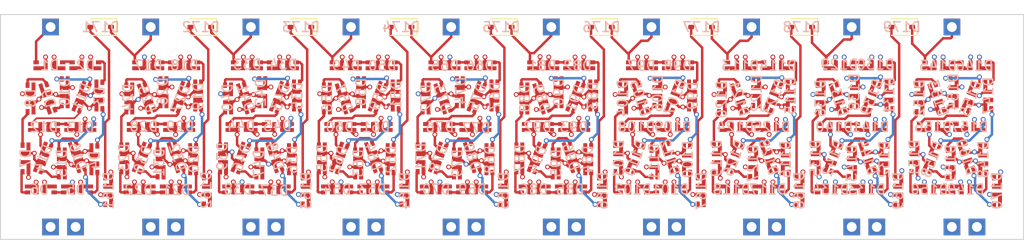
<source format=kicad_pcb>
(kicad_pcb (version 20240108) (generator "pcbnew") (generator_version "8.0")
  (layers (0 "F.Cu" signal) (1 "In1.Cu" signal) (2 "In2.Cu" signal) (31 "B.Cu" signal) (34 "B.Paste" user) (35 "F.Paste" user) (36 "B.SilkS" user "B.Silkscreen") (37 "F.SilkS" user "F.Silkscreen") (38 "B.Mask" user) (39 "F.Mask" user) (44 "Edge.Cuts" user))
  (net 0 "")
  (net 1 "GND")
  (net 2 "Net-(D1-DOUT)")
  (net 3 "unconnected-(D1-DIN-Pad3)")
  (net 4 "+5V")
  (net 5 "Net-(D2-DOUT)")
  (net 6 "Net-(D3-DOUT)")
  (net 7 "Net-(D4-DOUT)")
  (net 8 "Net-(D5-DOUT)")
  (net 9 "Net-(D6-DOUT)")
  (net 10 "Net-(D7-DOUT)")
  (net 11 "Net-(D8-DOUT)")
  (net 12 "Net-(D10-DIN)")
  (net 13 "unconnected-(D10-DOUT-Pad2)")
  (net 14 "Net-(D11-DOUT)")
  (net 15 "Net-(D12-DOUT)")
  (net 16 "Net-(D13-DOUT)")
  (net 17 "Net-(D14-DOUT)")
  (net 18 "Net-(D15-DOUT)")
  (net 19 "Net-(D16-DOUT)")
  (net 20 "Net-(D17-DOUT)")
  (net 21 "Net-(D18-DOUT)")
  (net 22 "Net-(D19-DOUT)")
  (net 23 "Net-(D20-DOUT)")
  (net 24 "Net-(D21-DOUT)")
  (net 25 "Net-(D22-DOUT)")
  (net 26 "Net-(D23-DOUT)")
  (net 27 "Net-(D24-DOUT)")
  (net 28 "Net-(D25-DOUT)")
  (net 29 "unconnected-(D26-DOUT-Pad2)")
  (net 30 "Net-(D27-DOUT)")
  (net 31 "Net-(D28-DOUT)")
  (net 32 "Net-(D29-DOUT)")
  (net 33 "Net-(D30-DOUT)")
  (net 34 "Net-(D31-DOUT)")
  (net 35 "Net-(D162-DIN)")
  (net 36 "Net-(D33-DOUT)")
  (net 37 "Net-(D34-DOUT)")
  (net 38 "Net-(D35-DOUT)")
  (net 39 "Net-(D36-DOUT)")
  (net 40 "Net-(D37-DOUT)")
  (net 41 "Net-(D38-DOUT)")
  (net 42 "Net-(D39-DOUT)")
  (net 43 "Net-(D40-DOUT)")
  (net 44 "Net-(D41-DOUT)")
  (net 45 "unconnected-(D42-DOUT-Pad2)")
  (net 46 "Net-(D43-DOUT)")
  (net 47 "Net-(D44-DOUT)")
  (net 48 "Net-(D45-DOUT)")
  (net 49 "Net-(D46-DOUT)")
  (net 50 "Net-(D47-DOUT)")
  (net 51 "Net-(D163-DIN)")
  (net 52 "Net-(D49-DOUT)")
  (net 53 "Net-(D50-DOUT)")
  (net 54 "Net-(D51-DOUT)")
  (net 55 "Net-(D52-DOUT)")
  (net 56 "Net-(D53-DOUT)")
  (net 57 "Net-(D54-DOUT)")
  (net 58 "Net-(D55-DOUT)")
  (net 59 "Net-(D56-DOUT)")
  (net 60 "Net-(D57-DOUT)")
  (net 61 "unconnected-(D58-DOUT-Pad2)")
  (net 62 "Net-(D59-DOUT)")
  (net 63 "Net-(D60-DOUT)")
  (net 64 "Net-(D61-DOUT)")
  (net 65 "Net-(D62-DOUT)")
  (net 66 "Net-(D63-DOUT)")
  (net 67 "Net-(D164-DIN)")
  (net 68 "Net-(D65-DOUT)")
  (net 69 "Net-(D66-DOUT)")
  (net 70 "Net-(D67-DOUT)")
  (net 71 "Net-(D68-DOUT)")
  (net 72 "Net-(D69-DOUT)")
  (net 73 "Net-(D70-DOUT)")
  (net 74 "Net-(D71-DOUT)")
  (net 75 "Net-(D72-DOUT)")
  (net 76 "Net-(D73-DOUT)")
  (net 77 "unconnected-(D74-DOUT-Pad2)")
  (net 78 "Net-(D75-DOUT)")
  (net 79 "Net-(D76-DOUT)")
  (net 80 "Net-(D77-DOUT)")
  (net 81 "Net-(D78-DOUT)")
  (net 82 "Net-(D79-DOUT)")
  (net 83 "Net-(D165-DIN)")
  (net 84 "Net-(D81-DOUT)")
  (net 85 "Net-(D82-DOUT)")
  (net 86 "Net-(D83-DOUT)")
  (net 87 "Net-(D84-DOUT)")
  (net 88 "Net-(D85-DOUT)")
  (net 89 "Net-(D86-DOUT)")
  (net 90 "Net-(D87-DOUT)")
  (net 91 "Net-(D88-DOUT)")
  (net 92 "Net-(D89-DOUT)")
  (net 93 "unconnected-(D90-DOUT-Pad2)")
  (net 94 "Net-(D91-DOUT)")
  (net 95 "Net-(D92-DOUT)")
  (net 96 "Net-(D93-DOUT)")
  (net 97 "Net-(D94-DOUT)")
  (net 98 "Net-(D95-DOUT)")
  (net 99 "Net-(D166-DIN)")
  (net 100 "Net-(D97-DOUT)")
  (net 101 "Net-(D98-DOUT)")
  (net 102 "Net-(D100-DIN)")
  (net 103 "Net-(D100-DOUT)")
  (net 104 "Net-(D101-DOUT)")
  (net 105 "Net-(D102-DOUT)")
  (net 106 "Net-(D103-DOUT)")
  (net 107 "Net-(D104-DOUT)")
  (net 108 "Net-(D105-DOUT)")
  (net 109 "unconnected-(D106-DOUT-Pad2)")
  (net 110 "Net-(D107-DOUT)")
  (net 111 "Net-(D108-DOUT)")
  (net 112 "Net-(D109-DOUT)")
  (net 113 "Net-(D110-DOUT)")
  (net 114 "Net-(D111-DOUT)")
  (net 115 "Net-(D112-DOUT)")
  (net 116 "Net-(D113-DOUT)")
  (net 117 "Net-(D114-DOUT)")
  (net 118 "Net-(D115-DOUT)")
  (net 119 "Net-(D116-DOUT)")
  (net 120 "Net-(D117-DOUT)")
  (net 121 "Net-(D118-DOUT)")
  (net 122 "Net-(D119-DOUT)")
  (net 123 "Net-(D120-DOUT)")
  (net 124 "Net-(D121-DOUT)")
  (net 125 "Net-(D122-DOUT)")
  (net 126 "Net-(D123-DOUT)")
  (net 127 "Net-(D124-DOUT)")
  (net 128 "Net-(D125-DOUT)")
  (net 129 "Net-(D126-DOUT)")
  (net 130 "Net-(D127-DOUT)")
  (net 131 "Net-(D128-DOUT)")
  (net 132 "Net-(D129-DOUT)")
  (net 133 "Net-(D130-DOUT)")
  (net 134 "Net-(D131-DOUT)")
  (net 135 "Net-(D132-DOUT)")
  (net 136 "Net-(D133-DOUT)")
  (net 137 "Net-(D134-DOUT)")
  (net 138 "Net-(D135-DOUT)")
  (net 139 "Net-(D136-DOUT)")
  (net 140 "Net-(D137-DOUT)")
  (net 141 "Net-(D138-DOUT)")
  (net 142 "Net-(D139-DOUT)")
  (net 143 "Net-(D143-DOUT)")
  (net 144 "Net-(D144-DOUT)")
  (net 145 "Net-(D145-DOUT)")
  (net 146 "Net-(D146-DOUT)")
  (net 147 "Net-(D147-DOUT)")
  (net 148 "Net-(D148-DOUT)")
  (net 149 "Net-(D149-DOUT)")
  (net 150 "Net-(D150-DOUT)")
  (net 151 "Net-(D151-DOUT)")
  (net 152 "Net-(D152-DOUT)")
  (net 153 "Net-(D153-DOUT)")
  (net 154 "Net-(D154-DOUT)")
  (net 155 "Net-(D155-DOUT)")
  (net 156 "Net-(D156-DOUT)")
  (net 157 "Net-(D157-DOUT)")
  (net 158 "Net-(D158-DOUT)")
  (net 159 "Net-(D159-DOUT)")
  (net 160 "Net-(D160-DOUT)")
  (net 161 "Net-(D17-DIN)")
  (net 162 "Net-(D164-DOUT)")
  (net 163 "Net-(D165-DOUT)")
  (net 164 "Net-(D166-DOUT)")
  (net 165 "Net-(D113-DIN)")
  (net 166 "Net-(D161-DOUT)")
  (net 167 "Net-(D162-DOUT)")
  (net 168 "Net-(D163-DOUT)")
  (net 169 "Net-(D172-K)")
  (net 170 "Net-(D173-K)")
  (net 171 "Net-(D174-K)")
  (net 172 "Net-(D175-K)")
  (net 173 "Net-(D176-K)")
  (net 174 "Net-(D167-DOUT)")
  (net 175 "Net-(D168-DOUT)")
  (net 176 "Net-(D169-DOUT)")
  (net 178 "Net-(D129-DIN)")
  (net 179 "Net-(D140-DOUT)")
  (net 180 "Net-(D141-DOUT)")
  (net 181 "Net-(D142-DOUT)")
  (net 182 "Net-(D145-DIN)")
  (footprint "Custom Footprint Library:SK6812-EC3210F" (layer "F.Cu") (at 131.836 36.195 180)
    (property "Reference" "D156")
    (property "Value" "SK6812-EC3210F" (hide yes))
  )
  (footprint "Custom Footprint Library:SK6812-EC3210F" (layer "F.Cu") (at 76.796 39.497 90)
    (property "Reference" "D52")
    (property "Value" "SK6812-EC3210F" (hide yes))
  )
  (footprint "Custom Footprint Library:SK6812-EC3210F" (layer "F.Cu") (at 91.375 42.545)
    (property "Reference" "D86")
    (property "Value" "SK6812-EC3210F" (hide yes))
  )
  (footprint "Custom Footprint Library:SK6812-EC3210F" (layer "F.Cu") (at 85.419 36.195 180)
    (property "Reference" "D77")
    (property "Value" "SK6812-EC3210F" (hide yes))
  )
  (footprint "Custom Footprint Library:SK6812-EC3210F" (layer "F.Cu") (at 112.177 33.274 108)
    (property "Reference" "D121")
    (property "Value" "SK6812-EC3210F" (hide yes))
  )
  (footprint "Custom Footprint Library:SK6812-EC3210F" (layer "F.Cu") (at 135.2 39.243 108)
    (property "Reference" "D160")
    (property "Value" "SK6812-EC3210F" (hide yes))
  )
  (footprint "Custom Footprint Library:SK6812-EC3210F" (layer "F.Cu") (at 97.344 33.02 90)
    (property "Reference" "D83")
    (property "Value" "SK6812-EC3210F" (hide yes))
  )
  (footprint "" (layer "F.Cu") (at 133.731 26.035)
    (property "Reference" "")
    (property "Value" "")
  )
  (footprint "Custom Footprint Library:SK6812-EC3210F" (layer "F.Cu") (at 135.138 42.545)
    (property "Reference" "D149")
    (property "Value" "SK6812-EC3210F" (hide yes))
  )
  (footprint "" (layer "F.Cu") (at 82.931 26.035)
    (property "Reference" "")
    (property "Value" "")
  )
  (footprint "Custom Footprint Library:SK6812-EC3210F" (layer "F.Cu") (at 105.557798 33.197182 69)
    (property "Reference" "D107")
    (property "Value" "SK6812-EC3210F" (hide yes))
  )
  (footprint "Custom Footprint Library:SK6812-EC3210F" (layer "F.Cu") (at 110.399 33.274 -90)
    (property "Reference" "D120")
    (property "Value" "SK6812-EC3210F" (hide yes))
  )
  (footprint "Custom Footprint Library:SK6812-EC3210F" (layer "F.Cu") (at 42.2 29.926 180)
    (property "Reference" "D1")
    (property "Value" "SK6812-EC3210F" (hide yes))
  )
  (footprint "Custom Footprint Library:SK6812-EC3210F" (layer "F.Cu") (at 115.16 39.243 108)
    (property "Reference" "D128")
    (property "Value" "SK6812-EC3210F" (hide yes))
  )
  (footprint "Custom Footprint Library:SK6812-EC3210F" (layer "F.Cu") (at 111.415 42.545)
    (property "Reference" "D118")
    (property "Value" "SK6812-EC3210F" (hide yes))
  )
  (footprint "Custom Footprint Library:SK6812-EC3210F" (layer "F.Cu") (at 70.319 33.274 -90)
    (property "Reference" "D56")
    (property "Value" "SK6812-EC3210F" (hide yes))
  )
  (footprint "Custom Footprint Library:SK6812-EC3210F" (layer "F.Cu") (at 96.836 39.497 90)
    (property "Reference" "D84")
    (property "Value" "SK6812-EC3210F" (hide yes))
  )
  (footprint "Custom Footprint Library:SK6812-EC3210F" (layer "F.Cu") (at 105.459 36.195 180)
    (property "Reference" "D109")
    (property "Value" "SK6812-EC3210F" (hide yes))
  )
  (footprint "Custom Footprint Library:SK6812-EC3210F" (layer "F.Cu") (at 106.856 39.497 90)
    (property "Reference" "D100")
    (property "Value" "SK6812-EC3210F" (hide yes))
  )
  (footprint "Custom Footprint Library:SK6812-EC3210F" (layer "F.Cu") (at 101.649 39.37 69)
    (property "Reference" "D110")
    (property "Value" "SK6812-EC3210F" (hide yes))
  )
  (footprint "Custom Footprint Library:SK6812-EC3210F" (layer "F.Cu") (at 107.364 33.02 90)
    (property "Reference" "D99")
    (property "Value" "SK6812-EC3210F" (hide yes))
  )
  (footprint "Diode_SMD:D_SOD-323" (layer "F.Cu") (at 57.531 26.035 180)
    (property "Reference" "D172")
    (property "Value" "1N4148WS")
  )
  (footprint "" (layer "F.Cu") (at 105.791 46.355)
    (property "Reference" "")
    (property "Value" "")
  )
  (footprint "" (layer "F.Cu") (at 123.571 46.355)
    (property "Reference" "")
    (property "Value" "")
  )
  (footprint "Custom Footprint Library:SK6812-EC3210F" (layer "F.Cu") (at 75.907 29.926 180)
    (property "Reference" "D50")
    (property "Value" "SK6812-EC3210F" (hide yes))
  )
  (footprint "Custom Footprint Library:SK6812-EC3210F" (layer "F.Cu") (at 60.299 33.274 -90)
    (property "Reference" "D40")
    (property "Value" "SK6812-EC3210F" (hide yes))
  )
  (footprint "Custom Footprint Library:SK6812-EC3210F" (layer "F.Cu") (at 108.253 42.672 -90)
    (property "Reference" "D167")
    (property "Value" "SK6812-EC3210F" (hide yes))
  )
  (footprint "Custom Footprint Library:SK6812-EC3210F" (layer "F.Cu") (at 51.295 42.545)
    (property "Reference" "D22")
    (property "Value" "SK6812-EC3210F" (hide yes))
  )
  (footprint "Custom Footprint Library:SK6812-EC3210F" (layer "F.Cu") (at 121.435 42.545)
    (property "Reference" "D134")
    (property "Value" "SK6812-EC3210F" (hide yes))
  )
  (footprint "" (layer "F.Cu") (at 75.311 46.355)
    (property "Reference" "")
    (property "Value" "")
  )
  (footprint "Custom Footprint Library:SK6812-EC3210F" (layer "F.Cu") (at 68.173 42.672 -90)
    (property "Reference" "D163")
    (property "Value" "SK6812-EC3210F" (hide yes))
  )
  (footprint "Custom Footprint Library:SK6812-EC3210F" (layer "F.Cu") (at 128.293 42.672 -90)
    (property "Reference" "D169")
    (property "Value" "SK6812-EC3210F" (hide yes))
  )
  (footprint "Custom Footprint Library:SK6812-EC3210F" (layer "F.Cu") (at 135.519 36.195 180)
    (property "Reference" "D157")
    (property "Value" "SK6812-EC3210F" (hide yes))
  )
  (footprint "" (layer "F.Cu") (at 123.571 26.035)
    (property "Reference" "")
    (property "Value" "")
  )
  (footprint "Custom Footprint Library:SK6812-EC3210F" (layer "F.Cu") (at 53.749122 32.639 -90)
    (property "Reference" "D26")
    (property "Value" "SK6812-EC3210F" (hide yes))
  )
  (footprint "Custom Footprint Library:SK6812-EC3210F" (layer "F.Cu") (at 125.118 42.545)
    (property "Reference" "D133")
    (property "Value" "SK6812-EC3210F" (hide yes))
  )
  (footprint "Custom Footprint Library:SK6812-EC3210F" (layer "F.Cu") (at 69.811 39.37 -90)
    (property "Reference" "D55")
    (property "Value" "SK6812-EC3210F" (hide yes))
  )
  (footprint "" (layer "F.Cu") (at 72.771 26.035)
    (property "Reference" "")
    (property "Value" "")
  )
  (footprint "Custom Footprint Library:SK6812-EC3210F" (layer "F.Cu") (at 83.514 39.878 -90)
    (property "Reference" "D79")
    (property "Value" "SK6812-EC3210F" (hide yes))
  )
  (footprint "Custom Footprint Library:SK6812-EC3210F" (layer "F.Cu") (at 57.264 33.02 90)
    (property "Reference" "D19")
    (property "Value" "SK6812-EC3210F" (hide yes))
  )
  (footprint "Diode_SMD:D_SOD-323" (layer "F.Cu") (at 88.011 26.035 180)
    (property "Reference" "D175")
    (property "Value" "1N4148WS")
  )
  (footprint "Custom Footprint Library:SK6812-EC3210F" (layer "F.Cu") (at 73.494 39.878 -90)
    (property "Reference" "D63")
    (property "Value" "SK6812-EC3210F" (hide yes))
  )
  (footprint "Custom Footprint Library:SK6812-EC3210F" (layer "F.Cu") (at 101.395 42.545)
    (property "Reference" "D102")
    (property "Value" "SK6812-EC3210F" (hide yes))
  )
  (footprint "Custom Footprint Library:SK6812-EC3210F" (layer "F.Cu") (at 51.549 39.37 69)
    (property "Reference" "D30")
    (property "Value" "SK6812-EC3210F" (hide yes))
  )
  (footprint "" (layer "F.Cu") (at 103.251 26.035)
    (property "Reference" "")
    (property "Value" "")
  )
  (footprint "Custom Footprint Library:SK6812-EC3210F" (layer "F.Cu") (at 115.098 42.545)
    (property "Reference" "D117")
    (property "Value" "SK6812-EC3210F" (hide yes))
  )
  (footprint "Custom Footprint Library:SK6812-EC3210F" (layer "F.Cu") (at 48.133 42.672 -90)
    (property "Reference" "D161")
    (property "Value" "SK6812-EC3210F" (hide yes))
  )
  (footprint "Custom Footprint Library:SK6812-EC3210F" (layer "F.Cu") (at 129.931 39.37 -90)
    (property "Reference" "D151")
    (property "Value" "SK6812-EC3210F" (hide yes))
  )
  (footprint "Custom Footprint Library:SK6812-EC3210F" (layer "F.Cu") (at 53.454 39.878 -90)
    (property "Reference" "D31")
    (property "Value" "SK6812-EC3210F" (hide yes))
  )
  (footprint "Custom Footprint Library:SK6812-EC3210F" (layer "F.Cu") (at 47.244 33.02 90)
    (property "Reference" "D3")
    (property "Value" "SK6812-EC3210F" (hide yes))
  )
  (footprint "Custom Footprint Library:SK6812-EC3210F" (layer "F.Cu") (at 56.756 39.497 90)
    (property "Reference" "D20")
    (property "Value" "SK6812-EC3210F" (hide yes))
  )
  (footprint "Custom Footprint Library:SK6812-EC3210F" (layer "F.Cu") (at 118.273 42.672 -90)
    (property "Reference" "D168")
    (property "Value" "SK6812-EC3210F" (hide yes))
  )
  (footprint "Custom Footprint Library:SK6812-EC3210F" (layer "F.Cu") (at 41.529 39.37 69)
    (property "Reference" "D14")
    (property "Value" "SK6812-EC3210F" (hide yes))
  )
  (footprint "Custom Footprint Library:SK6812-EC3210F" (layer "F.Cu") (at 65.887 29.926 180)
    (property "Reference" "D34")
    (property "Value" "SK6812-EC3210F" (hide yes))
  )
  (footprint "Custom Footprint Library:SK6812-EC3210F" (layer "F.Cu") (at 78.193 42.672 -90)
    (property "Reference" "D164")
    (property "Value" "SK6812-EC3210F" (hide yes))
  )
  (footprint "Custom Footprint Library:SK6812-EC3210F" (layer "F.Cu") (at 125.597798 33.197182 69)
    (property "Reference" "D139")
    (property "Value" "SK6812-EC3210F" (hide yes))
  )
  (footprint "Custom Footprint Library:SK6812-EC3210F" (layer "F.Cu") (at 81.355 42.545)
    (property "Reference" "D70")
    (property "Value" "SK6812-EC3210F" (hide yes))
  )
  (footprint "Custom Footprint Library:SK6812-EC3210F" (layer "F.Cu") (at 133.909122 32.639 -90)
    (property "Reference" "D154")
    (property "Value" "SK6812-EC3210F" (hide yes))
  )
  (footprint "Custom Footprint Library:SK6812-EC3210F" (layer "F.Cu") (at 121.689 39.37 69)
    (property "Reference" "D142")
    (property "Value" "SK6812-EC3210F" (hide yes))
  )
  (footprint "Custom Footprint Library:SK6812-EC3210F" (layer "F.Cu") (at 132.38 29.926 180)
    (property "Reference" "D145")
    (property "Value" "SK6812-EC3210F" (hide yes))
  )
  (footprint "Custom Footprint Library:SK6812-EC3210F" (layer "F.Cu") (at 66.776 39.497 90)
    (property "Reference" "D36")
    (property "Value" "SK6812-EC3210F" (hide yes))
  )
  (footprint "Custom Footprint Library:SK6812-EC3210F" (layer "F.Cu") (at 55.359 36.195 180)
    (property "Reference" "D29")
    (property "Value" "SK6812-EC3210F" (hide yes))
  )
  (footprint "Custom Footprint Library:SK6812-EC3210F" (layer "F.Cu") (at 121.816 36.195 180)
    (property "Reference" "D140")
    (property "Value" "SK6812-EC3210F" (hide yes))
  )
  (footprint "Custom Footprint Library:SK6812-EC3210F" (layer "F.Cu") (at 138.313 42.672 -90)
    (property "Reference" "D170")
    (property "Value" "SK6812-EC3210F" (hide yes))
  )
  (footprint "" (layer "F.Cu") (at 113.411 26.035)
    (property "Reference" "")
    (property "Value" "")
  )
  (footprint "Custom Footprint Library:SK6812-EC3210F" (layer "F.Cu") (at 131.709 39.37 69)
    (property "Reference" "D158")
    (property "Value" "SK6812-EC3210F" (hide yes))
  )
  (footprint "Custom Footprint Library:SK6812-EC3210F" (layer "F.Cu") (at 86.816 39.497 90)
    (property "Reference" "D68")
    (property "Value" "SK6812-EC3210F" (hide yes))
  )
  (footprint "Custom Footprint Library:SK6812-EC3210F" (layer "F.Cu") (at 72.097 33.274 108)
    (property "Reference" "D57")
    (property "Value" "SK6812-EC3210F" (hide yes))
  )
  (footprint "Custom Footprint Library:SK6812-EC3210F" (layer "F.Cu") (at 101.776 36.195 180)
    (property "Reference" "D108")
    (property "Value" "SK6812-EC3210F" (hide yes))
  )
  (footprint "Custom Footprint Library:SK6812-EC3210F" (layer "F.Cu") (at 46.736 39.497 90)
    (property "Reference" "D4")
    (property "Value" "SK6812-EC3210F" (hide yes))
  )
  (footprint "Custom Footprint Library:SK6812-EC3210F" (layer "F.Cu") (at 71.589 39.37 69)
    (property "Reference" "D62")
    (property "Value" "SK6812-EC3210F" (hide yes))
  )
  (footprint "Custom Footprint Library:SK6812-EC3210F" (layer "F.Cu") (at 58.153 42.672 -90)
    (property "Reference" "D162")
    (property "Value" "SK6812-EC3210F" (hide yes))
  )
  (footprint "Custom Footprint Library:SK6812-EC3210F" (layer "F.Cu") (at 109.891 39.37 -90)
    (property "Reference" "D119")
    (property "Value" "SK6812-EC3210F" (hide yes))
  )
  (footprint "Custom Footprint Library:SK6812-EC3210F" (layer "F.Cu") (at 52.057 33.274 110)
    (property "Reference" "D25")
    (property "Value" "SK6812-EC3210F" (hide yes))
  )
  (footprint "Custom Footprint Library:SK6812-EC3210F" (layer "F.Cu") (at 111.669 39.37 69)
    (property "Reference" "D126")
    (property "Value" "SK6812-EC3210F" (hide yes))
  )
  (footprint "Custom Footprint Library:SK6812-EC3210F" (layer "F.Cu") (at 75.018 42.545)
    (property "Reference" "D53")
    (property "Value" "SK6812-EC3210F" (hide yes))
  )
  (footprint "Custom Footprint Library:SK6812-EC3210F" (layer "F.Cu") (at 115.987 29.926 180)
    (property "Reference" "D114")
    (property "Value" "SK6812-EC3210F" (hide yes))
  )
  (footprint "Custom Footprint Library:SK6812-EC3210F" (layer "F.Cu") (at 61.696 36.195 180)
    (property "Reference" "D44")
    (property "Value" "SK6812-EC3210F" (hide yes))
  )
  (footprint "Custom Footprint Library:SK6812-EC3210F" (layer "F.Cu") (at 103.849122 32.639 -90)
    (property "Reference" "D106")
    (property "Value" "SK6812-EC3210F" (hide yes))
  )
  (footprint "Custom Footprint Library:SK6812-EC3210F" (layer "F.Cu") (at 123.889122 32.639 -90)
    (property "Reference" "D138")
    (property "Value" "SK6812-EC3210F" (hide yes))
  )
  (footprint "" (layer "F.Cu") (at 115.951 46.355)
    (property "Reference" "")
    (property "Value" "")
  )
  (footprint "Custom Footprint Library:SK6812-EC3210F" (layer "F.Cu") (at 95.439 36.195 180)
    (property "Reference" "D93")
    (property "Value" "SK6812-EC3210F" (hide yes))
  )
  (footprint "Custom Footprint Library:SK6812-EC3210F" (layer "F.Cu") (at 103.554 39.878 -90)
    (property "Reference" "D111")
    (property "Value" "SK6812-EC3210F" (hide yes))
  )
  (footprint "Custom Footprint Library:SK6812-EC3210F" (layer "F.Cu") (at 41.275 42.545)
    (property "Reference" "D6")
    (property "Value" "SK6812-EC3210F" (hide yes))
  )
  (footprint "Custom Footprint Library:SK6812-EC3210F" (layer "F.Cu") (at 82.117 33.274 108)
    (property "Reference" "D73")
    (property "Value" "SK6812-EC3210F" (hide yes))
  )
  (footprint "" (layer "F.Cu") (at 54.991 46.355)
    (property "Reference" "")
    (property "Value" "")
  )
  (footprint "Custom Footprint Library:SK6812-EC3210F" (layer "F.Cu") (at 61.315 42.545)
    (property "Reference" "D38")
    (property "Value" "SK6812-EC3210F" (hide yes))
  )
  (footprint "Custom Footprint Library:SK6812-EC3210F" (layer "F.Cu") (at 80.339 33.274 -90)
    (property "Reference" "D72")
    (property "Value" "SK6812-EC3210F" (hide yes))
  )
  (footprint "Custom Footprint Library:SK6812-EC3210F" (layer "F.Cu") (at 77.304 33.02 90)
    (property "Reference" "D51")
    (property "Value" "SK6812-EC3210F" (hide yes))
  )
  (footprint "" (layer "F.Cu") (at 65.151 46.355)
    (property "Reference" "")
    (property "Value" "")
  )
  (footprint "Custom Footprint Library:SK6812-EC3210F" (layer "F.Cu") (at 90.359 33.274 -90)
    (property "Reference" "D88")
    (property "Value" "SK6812-EC3210F" (hide yes))
  )
  (footprint "Custom Footprint Library:SK6812-EC3210F" (layer "F.Cu") (at 91.756 36.195 180)
    (property "Reference" "D92")
    (property "Value" "SK6812-EC3210F" (hide yes))
  )
  (footprint "Custom Footprint Library:SK6812-EC3210F" (layer "F.Cu") (at 105.078 42.545)
    (property "Reference" "D101")
    (property "Value" "SK6812-EC3210F" (hide yes))
  )
  (footprint "Custom Footprint Library:SK6812-EC3210F" (layer "F.Cu") (at 85.1 39.243 108)
    (property "Reference" "D80")
    (property "Value" "SK6812-EC3210F" (hide yes))
  )
  (footprint "Custom Footprint Library:SK6812-EC3210F" (layer "F.Cu") (at 51.676 36.195 180)
    (property "Reference" "D28")
    (property "Value" "SK6812-EC3210F" (hide yes))
  )
  (footprint "Custom Footprint Library:SK6812-EC3210F" (layer "F.Cu") (at 123.594 39.878 -90)
    (property "Reference" "D143")
    (property "Value" "SK6812-EC3210F" (hide yes))
  )
  (footprint "Custom Footprint Library:SK6812-EC3210F" (layer "F.Cu") (at 55.867 29.926 180)
    (property "Reference" "D18")
    (property "Value" "SK6812-EC3210F" (hide yes))
  )
  (footprint "Custom Footprint Library:SK6812-EC3210F" (layer "F.Cu") (at 45.437798 33.197182 69)
    (property "Reference" "D11")
    (property "Value" "SK6812-EC3210F" (hide yes))
  )
  (footprint "Custom Footprint Library:SK6812-EC3210F" (layer "F.Cu") (at 93.829122 32.639 -90)
    (property "Reference" "D90")
    (property "Value" "SK6812-EC3210F" (hide yes))
  )
  (footprint "Custom Footprint Library:SK6812-EC3210F" (layer "F.Cu") (at 82.28 29.926 180)
    (property "Reference" "D65")
    (property "Value" "SK6812-EC3210F" (hide yes))
  )
  (footprint "" (layer "F.Cu") (at 52.451 26.035)
    (property "Reference" "")
    (property "Value" "")
  )
  (footprint "Custom Footprint Library:SK6812-EC3210F" (layer "F.Cu") (at 75.08 39.243 108)
    (property "Reference" "D64")
    (property "Value" "SK6812-EC3210F" (hide yes))
  )
  (footprint "Custom Footprint Library:SK6812-EC3210F" (layer "F.Cu") (at 75.399 36.195 180)
    (property "Reference" "D61")
    (property "Value" "SK6812-EC3210F" (hide yes))
  )
  (footprint "Diode_SMD:D_SOD-323" (layer "F.Cu") (at 118.491 26.035 180)
    (property "Reference" "D178")
    (property "Value" "1N4148WS")
  )
  (footprint "" (layer "F.Cu") (at 136.271 46.355)
    (property "Reference" "")
    (property "Value" "")
  )
  (footprint "Custom Footprint Library:SK6812-EC3210F" (layer "F.Cu") (at 63.474 39.878 -90)
    (property "Reference" "D47")
    (property "Value" "SK6812-EC3210F" (hide yes))
  )
  (footprint "Custom Footprint Library:SK6812-EC3210F" (layer "F.Cu") (at 67.284 33.02 90)
    (property "Reference" "D35")
    (property "Value" "SK6812-EC3210F" (hide yes))
  )
  (footprint "Custom Footprint Library:SK6812-EC3210F" (layer "F.Cu") (at 99.871 39.37 -90)
    (property "Reference" "D103")
    (property "Value" "SK6812-EC3210F" (hide yes))
  )
  (footprint "Custom Footprint Library:SK6812-EC3210F" (layer "F.Cu") (at 125.18 39.243 108)
    (property "Reference" "D144")
    (property "Value" "SK6812-EC3210F" (hide yes))
  )
  (footprint "Custom Footprint Library:SK6812-EC3210F" (layer "F.Cu") (at 93.534 39.878 -90)
    (property "Reference" "D95")
    (property "Value" "SK6812-EC3210F" (hide yes))
  )
  (footprint "Custom Footprint Library:SK6812-EC3210F" (layer "F.Cu") (at 54.978 42.545)
    (property "Reference" "D21")
    (property "Value" "SK6812-EC3210F" (hide yes))
  )
  (footprint "Custom Footprint Library:SK6812-EC3210F" (layer "F.Cu") (at 43.434 39.878 -90)
    (property "Reference" "D15")
    (property "Value" "SK6812-EC3210F" (hide yes))
  )
  (footprint "Custom Footprint Library:SK6812-EC3210F" (layer "F.Cu") (at 71.716 36.195 180)
    (property "Reference" "D60")
    (property "Value" "SK6812-EC3210F" (hide yes))
  )
  (footprint "Custom Footprint Library:SK6812-EC3210F" (layer "F.Cu") (at 113.869122 32.639 -90)
    (property "Reference" "D122")
    (property "Value" "SK6812-EC3210F" (hide yes))
  )
  (footprint "" (layer "F.Cu") (at 103.251 46.355)
    (property "Reference" "")
    (property "Value" "")
  )
  (footprint "Custom Footprint Library:SK6812-EC3210F" (layer "F.Cu") (at 41.656 36.195 180)
    (property "Reference" "D12")
    (property "Value" "SK6812-EC3210F" (hide yes))
  )
  (footprint "Custom Footprint Library:SK6812-EC3210F" (layer "F.Cu") (at 122.197 33.274 108)
    (property "Reference" "D137")
    (property "Value" "SK6812-EC3210F" (hide yes))
  )
  (footprint "Diode_SMD:D_SOD-323" (layer "F.Cu") (at 67.691 26.035 180)
    (property "Reference" "D173")
    (property "Value" "1N4148WS")
  )
  (footprint "Custom Footprint Library:SK6812-EC3210F" (layer "F.Cu") (at 81.736 36.195 180)
    (property "Reference" "D76")
    (property "Value" "SK6812-EC3210F" (hide yes))
  )
  (footprint "" (layer "F.Cu") (at 113.411 46.355)
    (property "Reference" "")
    (property "Value" "")
  )
  (footprint "Custom Footprint Library:SK6812-EC3210F" (layer "F.Cu") (at 61.569 39.37 69)
    (property "Reference" "D46")
    (property "Value" "SK6812-EC3210F" (hide yes))
  )
  (footprint "Custom Footprint Library:SK6812-EC3210F" (layer "F.Cu") (at 117.384 33.02 90)
    (property "Reference" "D115")
    (property "Value" "SK6812-EC3210F" (hide yes))
  )
  (footprint "Custom Footprint Library:SK6812-EC3210F" (layer "F.Cu") (at 85.517798 33.197182 69)
    (property "Reference" "D75")
    (property "Value" "SK6812-EC3210F" (hide yes))
  )
  (footprint "Diode_SMD:D_SOD-323" (layer "F.Cu") (at 108.331 26.035 180)
    (property "Reference" "D177")
    (property "Value" "1N4148WS")
  )
  (footprint "Custom Footprint Library:SK6812-EC3210F" (layer "F.Cu") (at 62.077 33.274 108)
    (property "Reference" "D41")
    (property "Value" "SK6812-EC3210F" (hide yes))
  )
  (footprint "" (layer "F.Cu") (at 93.091 46.355)
    (property "Reference" "")
    (property "Value" "")
  )
  (footprint "Custom Footprint Library:SK6812-EC3210F" (layer "F.Cu") (at 95.537798 33.197182 69)
    (property "Reference" "D91")
    (property "Value" "SK6812-EC3210F" (hide yes))
  )
  (footprint "Custom Footprint Library:SK6812-EC3210F" (layer "F.Cu") (at 52.22 29.926 180)
    (property "Reference" "D17")
    (property "Value" "SK6812-EC3210F" (hide yes))
  )
  (footprint "Custom Footprint Library:SK6812-EC3210F" (layer "F.Cu") (at 87.324 33.02 90)
    (property "Reference" "D67")
    (property "Value" "SK6812-EC3210F" (hide yes))
  )
  (footprint "Custom Footprint Library:SK6812-EC3210F" (layer "F.Cu") (at 115.479 36.195 180)
    (property "Reference" "D125")
    (property "Value" "SK6812-EC3210F" (hide yes))
  )
  (footprint "Custom Footprint Library:SK6812-EC3210F" (layer "F.Cu") (at 43.729122 32.639 -90)
    (property "Reference" "D10")
    (property "Value" "SK6812-EC3210F" (hide yes))
  )
  (footprint "Diode_SMD:D_SOD-323" (layer "F.Cu") (at 128.651 26.035 180)
    (property "Reference" "D179")
    (property "Value" "1N4148WS")
  )
  (footprint "Custom Footprint Library:SK6812-EC3210F" (layer "F.Cu") (at 120.419 33.274 -90)
    (property "Reference" "D136")
    (property "Value" "SK6812-EC3210F" (hide yes))
  )
  (footprint "Custom Footprint Library:SK6812-EC3210F" (layer "F.Cu") (at 63.769122 32.639 -90)
    (property "Reference" "D42")
    (property "Value" "SK6812-EC3210F" (hide yes))
  )
  (footprint "Custom Footprint Library:SK6812-EC3210F" (layer "F.Cu") (at 122.36 29.926 180)
    (property "Reference" "D129")
    (property "Value" "SK6812-EC3210F" (hide yes))
  )
  (footprint "" (layer "F.Cu") (at 42.291 46.355)
    (property "Reference" "")
    (property "Value" "")
  )
  (footprint "Custom Footprint Library:SK6812-EC3210F" (layer "F.Cu") (at 71.335 42.545)
    (property "Reference" "D54")
    (property "Value" "SK6812-EC3210F" (hide yes))
  )
  (footprint "Custom Footprint Library:SK6812-EC3210F" (layer "F.Cu") (at 72.26 29.926 180)
    (property "Reference" "D49")
    (property "Value" "SK6812-EC3210F" (hide yes))
  )
  (footprint "Diode_SMD:D_SOD-323" (layer "F.Cu") (at 98.171 26.035 180)
    (property "Reference" "D176")
    (property "Value" "1N4148WS")
  )
  (footprint "Custom Footprint Library:SK6812-EC3210F" (layer "F.Cu") (at 85.038 42.545)
    (property "Reference" "D69")
    (property "Value" "SK6812-EC3210F" (hide yes))
  )
  (footprint "Custom Footprint Library:SK6812-EC3210F" (layer "F.Cu") (at 49.771 39.37 -90)
    (property "Reference" "D23")
    (property "Value" "SK6812-EC3210F" (hide yes))
  )
  (footprint "Custom Footprint Library:SK6812-EC3210F" (layer "F.Cu") (at 45.02 39.243 108)
    (property "Reference" "D16")
    (property "Value" "SK6812-EC3210F" (hide yes))
  )
  (footprint "Custom Footprint Library:SK6812-EC3210F" (layer "F.Cu") (at 116.876 39.497 90)
    (property "Reference" "D116")
    (property "Value" "SK6812-EC3210F" (hide yes))
  )
  (footprint "" (layer "F.Cu") (at 82.931 46.355)
    (property "Reference" "")
    (property "Value" "")
  )
  (footprint "Diode_SMD:D_SOD-323" (layer "F.Cu") (at 47.371 26.035 180)
    (property "Reference" "D171")
    (property "Value" "1N4148WS")
  )
  (footprint "Custom Footprint Library:SK6812-EC3210F" (layer "F.Cu") (at 50.279 33.274 -90)
    (property "Reference" "D24")
    (property "Value" "SK6812-EC3210F" (hide yes))
  )
  (footprint "" (layer "F.Cu") (at 42.164 26.035)
    (property "Reference" "")
    (property "Value" "")
  )
  (footprint "Custom Footprint Library:SK6812-EC3210F" (layer "F.Cu") (at 64.998 42.545)
    (property "Reference" "D37")
    (property "Value" "SK6812-EC3210F" (hide yes))
  )
  (footprint "Custom Footprint Library:SK6812-EC3210F" (layer "F.Cu") (at 92.137 33.274 108)
    (property "Reference" "D89")
    (property "Value" "SK6812-EC3210F" (hide yes))
  )
  (footprint "Custom Footprint Library:SK6812-EC3210F" (layer "F.Cu") (at 55.457798 33.197182 69)
    (property "Reference" "D27")
    (property "Value" "SK6812-EC3210F" (hide yes))
  )
  (footprint "Custom Footprint Library:SK6812-EC3210F" (layer "F.Cu") (at 44.958 42.545)
    (property "Reference" "D5")
    (property "Value" "SK6812-EC3210F" (hide yes))
  )
  (footprint "" (layer "F.Cu") (at 62.611 46.355)
    (property "Reference" "")
    (property "Value" "")
  )
  (footprint "" (layer "F.Cu") (at 95.631 46.355)
    (property "Reference" "")
    (property "Value" "")
  )
  (footprint "" (layer "F.Cu") (at 133.731 46.355)
    (property "Reference" "")
    (property "Value" "")
  )
  (footprint "" (layer "F.Cu") (at 93.091 26.035)
    (property "Reference" "")
    (property "Value" "")
  )
  (footprint "Custom Footprint Library:SK6812-EC3210F" (layer "F.Cu") (at 45.847 29.926 180)
    (property "Reference" "D2")
    (property "Value" "SK6812-EC3210F" (hide yes))
  )
  (footprint "Custom Footprint Library:SK6812-EC3210F" (layer "F.Cu") (at 75.497798 33.197182 69)
    (property "Reference" "D59")
    (property "Value" "SK6812-EC3210F" (hide yes))
  )
  (footprint "Custom Footprint Library:SK6812-EC3210F" (layer "F.Cu") (at 65.379 36.195 180)
    (property "Reference" "D45")
    (property "Value" "SK6812-EC3210F" (hide yes))
  )
  (footprint "" (layer "F.Cu") (at 72.771 46.355)
    (property "Reference" "")
    (property "Value" "")
  )
  (footprint "Custom Footprint Library:SK6812-EC3210F" (layer "F.Cu") (at 95.947 29.926 180)
    (property "Reference" "D82")
    (property "Value" "SK6812-EC3210F" (hide yes))
  )
  (footprint "Custom Footprint Library:SK6812-EC3210F" (layer "F.Cu") (at 126.896 39.497 90)
    (property "Reference" "D132")
    (property "Value" "SK6812-EC3210F" (hide yes))
  )
  (footprint "Custom Footprint Library:SK6812-EC3210F" (layer "F.Cu") (at 73.789122 32.639 -90)
    (property "Reference" "D58")
    (property "Value" "SK6812-EC3210F" (hide yes))
  )
  (footprint "Custom Footprint Library:SK6812-EC3210F" (layer "F.Cu") (at 130.439 33.274 -90)
    (property "Reference" "D152")
    (property "Value" "SK6812-EC3210F" (hide yes))
  )
  (footprint "Custom Footprint Library:SK6812-EC3210F" (layer "F.Cu") (at 95.12 39.243 108)
    (property "Reference" "D96")
    (property "Value" "SK6812-EC3210F" (hide yes))
  )
  (footprint "Custom Footprint Library:SK6812-EC3210F" (layer "F.Cu") (at 135.617798 33.197182 69)
    (property "Reference" "D155")
    (property "Value" "SK6812-EC3210F" (hide yes))
  )
  (footprint "Custom Footprint Library:SK6812-EC3210F" (layer "F.Cu") (at 85.927 29.926 180)
    (property "Reference" "D66")
    (property "Value" "SK6812-EC3210F" (hide yes))
  )
  (footprint "Custom Footprint Library:SK6812-EC3210F" (layer "F.Cu") (at 125.499 36.195 180)
    (property "Reference" "D141")
    (property "Value" "SK6812-EC3210F" (hide yes))
  )
  (footprint "Custom Footprint Library:SK6812-EC3210F" (layer "F.Cu") (at 65.477798 33.197182 69)
    (property "Reference" "D43")
    (property "Value" "SK6812-EC3210F" (hide yes))
  )
  (footprint "Custom Footprint Library:SK6812-EC3210F" (layer "F.Cu") (at 100.379 33.274 -90)
    (property "Reference" "D104")
    (property "Value" "SK6812-EC3210F" (hide yes))
  )
  (footprint "Custom Footprint Library:SK6812-EC3210F" (layer "F.Cu") (at 40.259 33.274 -90)
    (property "Reference" "D8")
    (property "Value" "SK6812-EC3210F" (hide yes))
  )
  (footprint "" (layer "F.Cu") (at 44.831 46.355)
    (property "Reference" "")
    (property "Value" "")
  )
  (footprint "Custom Footprint Library:SK6812-EC3210F" (layer "F.Cu") (at 92.3 29.926 180)
    (property "Reference" "D81")
    (property "Value" "SK6812-EC3210F" (hide yes))
  )
  (footprint "Custom Footprint Library:SK6812-EC3210F" (layer "F.Cu") (at 102.157 33.274 108)
    (property "Reference" "D105")
    (property "Value" "SK6812-EC3210F" (hide yes))
  )
  (footprint "" (layer "F.Cu") (at 62.611 26.035)
    (property "Reference" "")
    (property "Value" "")
  )
  (footprint "" (layer "F.Cu") (at 52.451 46.355)
    (property "Reference" "")
    (property "Value" "")
  )
  (footprint "Custom Footprint Library:SK6812-EC3210F" (layer "F.Cu") (at 98.233 42.672 -90)
    (property "Reference" "D166")
    (property "Value" "SK6812-EC3210F" (hide yes))
  )
  (footprint "Custom Footprint Library:SK6812-EC3210F" (layer "F.Cu") (at 105.14 39.243 108)
    (property "Reference" "D112")
    (property "Value" "SK6812-EC3210F" (hide yes))
  )
  (footprint "Custom Footprint Library:SK6812-EC3210F" (layer "F.Cu") (at 115.577798 33.197182 69)
    (property "Reference" "D123")
    (property "Value" "SK6812-EC3210F" (hide yes))
  )
  (footprint "Diode_SMD:D_SOD-323" (layer "F.Cu") (at 77.851 26.035 180)
    (property "Reference" "D174")
    (property "Value" "1N4148WS")
  )
  (footprint "Custom Footprint Library:SK6812-EC3210F" (layer "F.Cu") (at 62.24 29.926 180)
    (property "Reference" "D33")
    (property "Value" "SK6812-EC3210F" (hide yes))
  )
  (footprint "Custom Footprint Library:SK6812-EC3210F" (layer "F.Cu") (at 42.037 33.274 108)
    (property "Reference" "D9")
    (property "Value" "SK6812-EC3210F" (hide yes))
  )
  (footprint "Custom Footprint Library:SK6812-EC3210F" (layer "F.Cu") (at 88.213 42.672 -90)
    (property "Reference" "D165")
    (property "Value" "SK6812-EC3210F" (hide yes))
  )
  (footprint "Custom Footprint Library:SK6812-EC3210F" (layer "F.Cu") (at 132.217 33.274 108)
    (property "Reference" "D153")
    (property "Value" "SK6812-EC3210F" (hide yes))
  )
  (footprint "" (layer "F.Cu") (at 85.471 46.355)
    (property "Reference" "")
    (property "Value" "")
  )
  (footprint "Custom Footprint Library:SK6812-EC3210F" (layer "F.Cu") (at 127.404 33.02 90)
    (property "Reference" "D131")
    (property "Value" "SK6812-EC3210F" (hide yes))
  )
  (footprint "Custom Footprint Library:SK6812-EC3210F" (layer "F.Cu") (at 65.06 39.243 108)
    (property "Reference" "D48")
    (property "Value" "SK6812-EC3210F" (hide yes))
  )
  (footprint "Custom Footprint Library:SK6812-EC3210F" (layer "F.Cu") (at 112.34 29.926 180)
    (property "Reference" "D113")
    (property "Value" "SK6812-EC3210F" (hide yes))
  )
  (footprint "Custom Footprint Library:SK6812-EC3210F" (layer "F.Cu") (at 113.574 39.878 -90)
    (property "Reference" "D127")
    (property "Value" "SK6812-EC3210F" (hide yes))
  )
  (footprint "Custom Footprint Library:SK6812-EC3210F" (layer "F.Cu") (at 136.027 29.926 180)
    (property "Reference" "D146")
    (property "Value" "SK6812-EC3210F" (hide yes))
  )
  (footprint "Custom Footprint Library:SK6812-EC3210F" (layer "F.Cu") (at 81.609 39.37 69)
    (property "Reference" "D78")
    (property "Value" "SK6812-EC3210F" (hide yes))
  )
  (footprint "Custom Footprint Library:SK6812-EC3210F" (layer "F.Cu") (at 131.455 42.545)
    (property "Reference" "D150")
    (property "Value" "SK6812-EC3210F" (hide yes))
  )
  (footprint "Custom Footprint Library:SK6812-EC3210F" (layer "F.Cu") (at 95.058 42.545)
    (property "Reference" "D85")
    (property "Value" "SK6812-EC3210F" (hide yes))
  )
  (footprint "Custom Footprint Library:SK6812-EC3210F" (layer "F.Cu") (at 45.339 36.195 180)
    (property "Reference" "D13")
    (property "Value" "SK6812-EC3210F" (hide yes))
  )
  (footprint "Custom Footprint Library:SK6812-EC3210F" (layer "F.Cu") (at 137.424 33.02 90)
    (property "Reference" "D147")
    (property "Value" "SK6812-EC3210F" (hide yes))
  )
  (footprint "Custom Footprint Library:SK6812-EC3210F" (layer "F.Cu") (at 105.967 29.926 180)
    (property "Reference" "D98")
    (property "Value" "SK6812-EC3210F" (hide yes))
  )
  (footprint "Custom Footprint Library:SK6812-EC3210F" (layer "F.Cu") (at 119.911 39.37 -90)
    (property "Reference" "D135")
    (property "Value" "SK6812-EC3210F" (hide yes))
  )
  (footprint "Custom Footprint Library:SK6812-EC3210F" (layer "F.Cu") (at 79.831 39.37 -90)
    (property "Reference" "D71")
    (property "Value" "SK6812-EC3210F" (hide yes))
  )
  (footprint "Custom Footprint Library:SK6812-EC3210F" (layer "F.Cu") (at 136.916 39.497 90)
    (property "Reference" "D148")
    (property "Value" "SK6812-EC3210F" (hide yes))
  )
  (footprint "Custom Footprint Library:SK6812-EC3210F" (layer "F.Cu") (at 55.04 39.243 108)
    (property "Reference" "D32")
    (property "Value" "SK6812-EC3210F" (hide yes))
  )
  (footprint "Custom Footprint Library:SK6812-EC3210F" (layer "F.Cu") (at 83.809122 32.639 -90)
    (property "Reference" "D74")
    (property "Value" "SK6812-EC3210F" (hide yes))
  )
  (footprint "Custom Footprint Library:SK6812-EC3210F" (layer "F.Cu") (at 59.791 39.37 -90)
    (property "Reference" "D39")
    (property "Value" "SK6812-EC3210F" (hide yes))
  )
  (footprint "Custom Footprint Library:SK6812-EC3210F" (layer "F.Cu") (at 91.629 39.37 69)
    (property "Reference" "D94")
    (property "Value" "SK6812-EC3210F" (hide yes))
  )
  (footprint "Custom Footprint Library:SK6812-EC3210F" (layer "F.Cu") (at 133.614 39.878 -90)
    (property "Reference" "D159")
    (property "Value" "SK6812-EC3210F" (hide yes))
  )
  (footprint "Custom Footprint Library:SK6812-EC3210F" (layer "F.Cu") (at 102.32 29.926 180)
    (property "Reference" "D97")
    (property "Value" "SK6812-EC3210F" (hide yes))
  )
  (footprint "Custom Footprint Library:SK6812-EC3210F" (layer "F.Cu") (at 126.007 29.926 180)
    (property "Reference" "D130")
    (property "Value" "SK6812-EC3210F" (hide yes))
  )
  (footprint "" (layer "F.Cu") (at 126.111 46.355)
    (property "Reference" "")
    (property "Value" "")
  )
  (footprint "Custom Footprint Library:SK6812-EC3210F" (layer "F.Cu") (at 111.796 36.195 180)
    (property "Reference" "D124")
    (property "Value" "SK6812-EC3210F" (hide yes))
  )
  (footprint "Custom Footprint Library:SK6812-EC3210F" (layer "F.Cu") (at 39.751 39.37 -90)
    (property "Reference" "D7")
    (property "Value" "SK6812-EC3210F" (hide yes))
  )
  (footprint "Custom Footprint Library:SK6812-EC3210F" (layer "F.Cu") (at 89.851 39.37 -90)
    (property "Reference" "D87")
    (property "Value" "SK6812-EC3210F" (hide yes))
  )
  (gr_rect (start 37.211 24.765) (end 141.005 47.625) (stroke (width 0.1)) (fill none) (layer "Edge.Cuts"))
  (segment (start 110.998 41.783) (end 110.998 42.712) (width 0.25) (layer "F.Cu") (net 1))
  (segment (start 91.343555 39.861785) (end 91.654451 39.861785) (width 0.25) (layer "F.Cu") (net 1))
  (segment (start 78.486 40.767) (end 78.486 41.765) (width 0.25) (layer "F.Cu") (net 1))
  (segment (start 61.875454 34.417) (end 62.069798 34.222656) (width 0.25) (layer "F.Cu") (net 1))
  (segment (start 75.819 35.306) (end 75.819 35.965) (width 0.25) (layer "F.Cu") (net 1))
  (segment (start 125.623249 33.688967) (end 125.854282 33.92) (width 0.25) (layer "F.Cu") (net 1))
  (segment (start 113.411 36.957) (end 113.158 36.957) (width 0.25) (layer "F.Cu") (net 1))
  (segment (start 138.684 40.767) (end 138.684 41.701) (width 0.25) (layer "F.Cu") (net 1))
  (segment (start 46.355 29.083) (end 46.355 29.834) (width 0.25) (layer "F.Cu") (net 1))
  (segment (start 66.973 33.909) (end 66.984 33.92) (width 0.25) (layer "F.Cu") (net 1))
  (segment (start 65.808039 35.974039) (end 65.829 35.995) (width 0.25) (layer "F.Cu") (net 1))
  (segment (start 105.918 35.986) (end 105.909 35.995) (width 0.25) (layer "F.Cu") (net 1))
  (segment (start 136.514 33.92) (end 137.124 33.92) (width 0.25) (layer "F.Cu") (net 1))
  (segment (start 124.137 39.428) (end 124.46 39.751) (width 0.25) (layer "F.Cu") (net 1))
  (segment (start 88.519 41.766) (end 88.513 41.772) (width 0.25) (layer "F.Cu") (net 1))
  (segment (start 136.398 33.909) (end 135.863282 33.909) (width 0.25) (layer "F.Cu") (net 1))
  (segment (start 120.219 32.824) (end 119.634 32.893) (width 0.25) (layer "F.Cu") (net 1))
  (segment (start 133.198 36.957) (end 132.736 36.495) (width 0.25) (layer "F.Cu") (net 1))
  (segment (start 102.082454 34.29) (end 102.149798 34.222656) (width 0.25) (layer "F.Cu") (net 1))
  (segment (start 83.312 36.957) (end 83.098 36.957) (width 0.25) (layer "F.Cu") (net 1))
  (segment (start 126.492 29.691) (end 126.457 29.726) (width 0.25) (layer "F.Cu") (net 1))
  (segment (start 60.706 38.735) (end 60.706 39.37) (width 0.25) (layer "F.Cu") (net 1))
  (segment (start 75.852967 33.688967) (end 75.523249 33.688967) (width 0.25) (layer "F.Cu") (net 1))
  (segment (start 111.506 34.29) (end 112.102454 34.29) (width 0.25) (layer "F.Cu") (net 1))
  (segment (start 69.669 38.862) (end 69.611 38.92) (width 0.25) (layer "F.Cu") (net 1))
  (segment (start 45.791202 35.992798) (end 45.789 35.995) (width 0.25) (layer "F.Cu") (net 1))
  (segment (start 44.519 32.189) (end 43.529122 32.189) (width 0.25) (layer "F.Cu") (net 1))
  (segment (start 100.828527 39.337204) (end 101.353108 39.861785) (width 0.25) (layer "F.Cu") (net 1))
  (segment (start 68.453 40.767) (end 68.453 41.752) (width 0.25) (layer "F.Cu") (net 1))
  (segment (start 134.62 42.677) (end 134.688 42.745) (width 0.25) (layer "F.Cu") (net 1))
  (segment (start 43.053 36.957) (end 42.591 36.495) (width 0.25) (layer "F.Cu") (net 1))
  (segment (start 71.895454 34.417) (end 72.089798 34.222656) (width 0.25) (layer "F.Cu") (net 1))
  (segment (start 112.776 29.083) (end 112.776 29.712) (width 0.25) (layer "F.Cu") (net 1))
  (segment (start 114.681 42.712) (end 114.648 42.745) (width 0.25) (layer "F.Cu") (net 1))
  (segment (start 44.37579 39.995094) (end 44.572352 40.191656) (width 0.25) (layer "F.Cu") (net 1))
  (segment (start 43.1 30.268497) (end 43.1 30.226) (width 0.25) (layer "F.Cu") (net 1))
  (segment (start 114.441828 39.609172) (end 114.427 39.624) (width 0.25) (layer "F.Cu") (net 1))
  (segment (start 40.825 41.841) (end 40.825 42.745) (width 0.25) (layer "F.Cu") (net 1))
  (segment (start 136.125481 39.752965) (end 136.616 40.243484) (width 0.25) (layer "F.Cu") (net 1))
  (segment (start 60.706 38.735) (end 59.776 38.735) (width 0.25) (layer "F.Cu") (net 1))
  (segment (start 43.808696 39.428) (end 43.234 39.428) (width 0.25) (layer "F.Cu") (net 1))
  (segment (start 85.998157 39.614847) (end 86.33031 39.947) (width 0.25) (layer "F.Cu") (net 1))
  (segment (start 84.451825 39.976213) (end 84.084784 39.609172) (width 0.25) (layer "F.Cu") (net 1))
  (segment (start 95.901688 39.609172) (end 95.916516 39.624) (width 0.25) (layer "F.Cu") (net 1))
  (segment (start 40.64 38.862) (end 40.64 39.478601) (width 0.25) (layer "F.Cu") (net 1))
  (segment (start 56.456 40.13151) (end 56.456 40.397) (width 0.25) (layer "F.Cu") (net 1))
  (segment (start 40.64 39.478601) (end 40.930529 39.76913) (width 0.25) (layer "F.Cu") (net 1))
  (segment (start 104.521 39.878) (end 105.200441 39.878) (width 0.25) (layer "F.Cu") (net 1))
  (segment (start 116.702 33.92) (end 117.084 33.92) (width 0.25) (layer "F.Cu") (net 1))
  (segment (start 53.128912 36.9405) (end 53.0215 36.9405) (width 0.25) (layer "F.Cu") (net 1))
  (segment (start 92.129798 34.222656) (end 91.935454 34.417) (width 0.25) (layer "F.Cu") (net 1))
  (segment (start 41.377429 34.216771) (end 41.383314 34.222656) (width 0.25) (layer "F.Cu") (net 1))
  (segment (start 80.899 41.783) (end 80.905 41.789) (width 0.25) (layer "F.Cu") (net 1))
  (segment (start 56.953 33.909) (end 56.964 33.92) (width 0.25) (layer "F.Cu") (net 1))
  (segment (start 70.739 38.862) (end 69.669 38.862) (width 0.25) (layer "F.Cu") (net 1))
  (segment (start 132.842 29.714) (end 132.83 29.726) (width 0.25) (layer "F.Cu") (net 1))
  (segment (start 134.747 32.131) (end 133.767122 32.131) (width 0.25) (layer "F.Cu") (net 1))
  (segment (start 43.734 38.978) (end 43.734 39.228) (width 0.25) (layer "F.Cu") (net 1))
  (segment (start 54.528 41.783) (end 54.528 42.745) (width 0.25) (layer "F.Cu") (net 1))
  (segment (start 74.430838 39.972055) (end 74.067955 39.609172) (width 0.25) (layer "F.Cu") (net 1))
  (segment (start 45.937764 39.633313) (end 46.072313 39.633313) (width 0.25) (layer "F.Cu") (net 1))
  (segment (start 135.863282 33.909) (end 135.643249 33.688967) (width 0.25) (layer "F.Cu") (net 1))
  (segment (start 106.057282 34.163) (end 105.583249 33.688967) (width 0.25) (layer "F.Cu") (net 1))
  (segment (start 94.684 32.189) (end 94.742 32.131) (width 0.25) (layer "F.Cu") (net 1))
  (segment (start 85.852 35.306) (end 85.852 35.978) (width 0.25) (layer "F.Cu") (net 1))
  (segment (start 101.473 34.29) (end 102.082454 34.29) (width 0.25) (layer "F.Cu") (net 1))
  (segment (start 54.61 32.131) (end 53.607122 32.131) (width 0.25) (layer "F.Cu") (net 1))
  (segment (start 120.904 41.783) (end 120.904 42.664) (width 0.25) (layer "F.Cu") (net 1))
  (segment (start 106.426 34.163) (end 106.821 34.163) (width 0.25) (layer "F.Cu") (net 1))
  (segment (start 123.747122 32.131) (end 123.689122 32.189) (width 0.25) (layer "F.Cu") (net 1))
  (segment (start 105.518149 39.658052) (end 105.469269 39.609172) (width 0.25) (layer "F.Cu") (net 1))
  (segment (start 112.776 29.712) (end 112.79 29.726) (width 0.25) (layer "F.Cu") (net 1))
  (segment (start 123.394 39.428) (end 124.137 39.428) (width 0.25) (layer "F.Cu") (net 1))
  (segment (start 130.937 42.677) (end 131.005 42.745) (width 0.25) (layer "F.Cu") (net 1))
  (segment (start 55.483249 33.688967) (end 55.786967 33.688967) (width 0.25) (layer "F.Cu") (net 1))
  (segment (start 62.738 29.678) (end 62.69 29.726) (width 0.25) (layer "F.Cu") (net 1))
  (segment (start 55.958107 39.633617) (end 56.456 40.13151) (width 0.25) (layer "F.Cu") (net 1))
  (segment (start 109.691 38.92) (end 110.49 38.92) (width 0.25) (layer "F.Cu") (net 1))
  (segment (start 100.965 41.783) (end 100.965 42.725) (width 0.25) (layer "F.Cu") (net 1))
  (segment (start 76.034716 39.662763) (end 75.981125 39.609172) (width 0.25) (layer "F.Cu") (net 1))
  (segment (start 46.228 34.29) (end 45.626967 33.688967) (width 0.25) (layer "F.Cu") (net 1))
  (segment (start 100.11 32.893) (end 100.179 32.824) (width 0.25) (layer "F.Cu") (net 1))
  (segment (start 111.108785 39.861785) (end 111.694451 39.861785) (width 0.25) (layer "F.Cu") (net 1))
  (segment (start 70.739 39.37) (end 70.986395 39.617395) (width 0.25) (layer "F.Cu") (net 1))
  (segment (start 76.034716 39.662763) (end 76.496 40.124047) (width 0.25) (layer "F.Cu") (net 1))
  (segment (start 82.781695 29.105305) (end 82.781695 30.226) (width 0.25) (layer "F.Cu") (net 1))
  (segment (start 65.956692 39.609172) (end 65.389269 39.609172) (width 0.25) (layer "F.Cu") (net 1))
  (segment (start 115.951 35.973) (end 115.929 35.995) (width 0.25) (layer "F.Cu") (net 1))
  (segment (start 136.525 29.083) (end 136.525 29.678) (width 0.25) (layer "F.Cu") (net 1))
  (segment (start 90.159 32.824) (end 89.72 32.824) (width 0.25) (layer "F.Cu") (net 1))
  (segment (start 126.492 33.909) (end 126.503 33.92) (width 0.25) (layer "F.Cu") (net 1))
  (segment (start 64.409722 39.967557) (end 65.030884 39.967557) (width 0.25) (layer "F.Cu") (net 1))
  (segment (start 93.515172 39.609172) (end 93.334 39.428) (width 0.25) (layer "F.Cu") (net 1))
  (segment (start 115.951 35.433) (end 115.951 35.973) (width 0.25) (layer "F.Cu") (net 1))
  (segment (start 52.705 29.083) (end 52.705 29.691) (width 0.25) (layer "F.Cu") (net 1))
  (segment (start 63.0415 36.9405) (end 62.596 36.495) (width 0.25) (layer "F.Cu") (net 1))
  (segment (start 95.916516 39.624) (end 96.012 39.624) (width 0.25) (layer "F.Cu") (net 1))
  (segment (start 104.648 41.783) (end 104.648 42.725) (width 0.25) (layer "F.Cu") (net 1))
  (segment (start 133.767122 32.131) (end 133.709122 32.189) (width 0.25) (layer "F.Cu") (net 1))
  (segment (start 62.738 29.083) (end 62.738 29.678) (width 0.25) (layer "F.Cu") (net 1))
  (segment (start 63.246 36.9405) (end 63.0415 36.9405) (width 0.25) (layer "F.Cu") (net 1))
  (segment (start 45.937764 39.633313) (end 45.913623 39.609172) (width 0.25) (layer "F.Cu") (net 1))
  (segment (start 85.885967 33.688967) (end 85.543249 33.688967) (width 0.25) (layer "F.Cu") (net 1))
  (segment (start 58.4275 40.767) (end 58.4275 41.7465) (width 0.25) (layer "F.Cu") (net 1))
  (segment (start 71.501 34.417) (end 71.895454 34.417) (width 0.25) (layer "F.Cu") (net 1))
  (segment (start 86.36 34.163) (end 86.614 33.909) (width 0.25) (layer "F.Cu") (net 1))
  (segment (start 53.936311 39.585311) (end 54.348688 39.997688) (width 0.25) (layer "F.Cu") (net 1))
  (segment (start 61.468 34.417) (end 61.875454 34.417) (width 0.25) (layer "F.Cu") (net 1))
  (segment (start 84.709 32.131) (end 83.667122 32.131) (width 0.25) (layer "F.Cu") (net 1))
  (segment (start 52.705 29.691) (end 52.67 29.726) (width 0.25) (layer "F.Cu") (net 1))
  (segment (start 44.572352 40.191656) (end 45.012798 40.191656) (width 0.25) (layer "F.Cu") (net 1))
  (segment (start 89.709 38.862) (end 89.651 38.92) (width 0.25) (layer "F.Cu") (net 1))
  (segment (start 83.495172 39.609172) (end 83.314 39.428) (width 0.25) (layer "F.Cu") (net 1))
  (segment (start 95.449269 39.609172) (end 95.901688 39.609172) (width 0.25) (layer "F.Cu") (net 1))
  (segment (start 51.037785 39.861785) (end 51.574451 39.861785) (width 0.25) (layer "F.Cu") (net 1))
  (segment (start 90.805 39.32323) (end 91.343555 39.861785) (width 0.25) (layer "F.Cu") (net 1))
  (segment (start 94.219172 39.609172) (end 93.515172 39.609172) (width 0.25) (layer "F.Cu") (net 1))
  (segment (start 86.36 29.083) (end 86.36 29.709) (width 0.25) (layer "F.Cu") (net 1))
  (segment (start 100.828527 38.858763) (end 99.732237 38.858763) (width 0.25) (layer "F.Cu") (net 1))
  (segment (start 64.643 42.65) (end 64.548 42.745) (width 0.25) (layer "F.Cu") (net 1))
  (segment (start 116.459 34.163) (end 116.216 33.92) (width 0.25) (layer "F.Cu") (net 1))
  (segment (start 42.591 36.495) (end 42.556 36.495) (width 0.25) (layer "F.Cu") (net 1))
  (segment (start 65.996788 39.649268) (end 65.956692 39.609172) (width 0.25) (layer "F.Cu") (net 1))
  (segment (start 91.935454 34.417) (end 91.567 34.417) (width 0.25) (layer "F.Cu") (net 1))
  (segment (start 124.46 39.751) (end 125.367441 39.751) (width 0.25) (layer "F.Cu") (net 1))
  (segment (start 66.294 34.163) (end 65.819967 33.688967) (width 0.25) (layer "F.Cu") (net 1))
  (segment (start 119.634 32.893) (end 119.692 32.824) (width 0.25) (layer "F.Cu") (net 1))
  (segment (start 56.388 29.655) (end 56.317 29.726) (width 0.25) (layer "F.Cu") (net 1))
  (segment (start 86.614 33.909) (end 87.013 33.909) (width 0.25) (layer "F.Cu") (net 1))
  (segment (start 80.139 32.824) (end 79.589 32.824) (width 0.25) (layer "F.Cu") (net 1))
  (segment (start 45.626967 33.688967) (end 45.463249 33.688967) (width 0.25) (layer "F.Cu") (net 1))
  (segment (start 104.648 32.131) (end 103.707122 32.131) (width 0.25) (layer "F.Cu") (net 1))
  (segment (start 114.681 41.783) (end 114.681 42.712) (width 0.25) (layer "F.Cu") (net 1))
  (segment (start 55.909801 39.585311) (end 55.33201 39.585311) (width 0.25) (layer "F.Cu") (net 1))
  (segment (start 96.393 29.722) (end 96.397 29.726) (width 0.25) (layer "F.Cu") (net 1))
  (segment (start 105.918 35.433) (end 105.918 35.986) (width 0.25) (layer "F.Cu") (net 1))
  (segment (start 124.714 41.783) (end 124.714 42.699) (width 0.25) (layer "F.Cu") (net 1))
  (segment (start 39.439 32.824) (end 40.059 32.824) (width 0.25) (layer "F.Cu") (net 1))
  (segment (start 120.777 38.989) (end 120.777 39.497) (width 0.25) (layer "F.Cu") (net 1))
  (segment (start 129.667 32.893) (end 130.17 32.893) (width 0.25) (layer "F.Cu") (net 1))
  (segment (start 124.714 32.131) (end 123.747122 32.131) (width 0.25) (layer "F.Cu") (net 1))
  (segment (start 56.261 34.163) (end 56.515 33.909) (width 0.25) (layer "F.Cu") (net 1))
  (segment (start 134.874 39.751) (end 135.130721 40.00772) (width 0.25) (layer "F.Cu") (net 1))
  (segment (start 65.808039 35.335522) (end 65.808039 35.974039) (width 0.25) (layer "F.Cu") (net 1))
  (segment (start 135.981688 39.609172) (end 136.0149 39.642384) (width 0.25) (layer "F.Cu") (net 1))
  (segment (start 110.13 32.893) (end 110.199 32.824) (width 0.25) (layer "F.Cu") (net 1))
  (segment (start 101.353108 39.861785) (end 101.674451 39.861785) (width 0.25) (layer "F.Cu") (net 1))
  (segment (start 88.519 40.767) (end 88.519 41.766) (width 0.25) (layer "F.Cu") (net 1))
  (segment (start 86.33031 39.947) (end 87.016 39.947) (width 0.25) (layer "F.Cu") (net 1))
  (segment (start 80.772 39.37) (end 81.263785 39.861785) (width 0.25) (layer "F.Cu") (net 1))
  (segment (start 55.958107 39.633617) (end 55.909801 39.585311) (width 0.25) (layer "F.Cu") (net 1))
  (segment (start 126.101322 39.654284) (end 126.101322 39.748806) (width 0.25) (layer "F.Cu") (net 1))
  (segment (start 50.8 41.783) (end 50.8 42.7) (width 0.25) (layer "F.Cu") (net 1))
  (segment (start 56.515 33.909) (end 56.953 33.909) (width 0.25) (layer "F.Cu") (net 1))
  (segment (start 84.582 42.739) (end 84.588 42.745) (width 0.25) (layer "F.Cu") (net 1))
  (segment (start 82.804 29.85) (end 82.804 29.083) (width 0.25) (layer "F.Cu") (net 1))
  (segment (start 93.345 36.957) (end 93.118 36.957) (width 0.25) (layer "F.Cu") (net 1))
  (segment (start 60.706 39.37) (end 61.197785 39.861785) (width 0.25) (layer "F.Cu") (net 1))
  (segment (start 126.101322 39.654284) (end 126.0068 39.654284) (width 0.25) (layer "F.Cu") (net 1))
  (segment (start 94.488 39.878) (end 94.219172 39.609172) (width 0.25) (layer "F.Cu") (net 1))
  (segment (start 126.492 29.083) (end 126.492 29.691) (width 0.25) (layer "F.Cu") (net 1))
  (segment (start 76.454 29.629) (end 76.357 29.726) (width 0.25) (layer "F.Cu") (net 1))
  (segment (start 44.4175 42.8355) (end 44.332469 42.920531) (width 0.25) (layer "F.Cu") (net 1))
  (segment (start 116.073228 39.629236) (end 115.509333 39.629236) (width 0.25) (layer "F.Cu") (net 1))
  (segment (start 46.417693 39.920785) (end 46.966881 39.920785) (width 0.25) (layer "F.Cu") (net 1))
  (segment (start 112.102454 34.29) (end 112.169798 34.222656) (width 0.25) (layer "F.Cu") (net 1))
  (segment (start 80.772 38.862) (end 80.772 39.37) (width 0.25) (layer "F.Cu") (net 1))
  (segment (start 96.393 34.163) (end 95.918967 33.688967) (width 0.25) (layer "F.Cu") (net 1))
  (segment (start 46.417693 39.920785) (end 46.909785 39.920785) (width 0.25) (layer "F.Cu") (net 1))
  (segment (start 136.017 35.433) (end 136.017 35.947) (width 0.25) (layer "F.Cu") (net 1))
  (segment (start 63.14 30.226) (end 62.620305 30.226) (width 0.25) (layer "F.Cu") (net 1))
  (segment (start 115.489269 39.609172) (end 114.441828 39.609172) (width 0.25) (layer "F.Cu") (net 1))
  (segment (start 130.81 39.497) (end 131.174785 39.861785) (width 0.25) (layer "F.Cu") (net 1))
  (segment (start 116.459 29.704) (end 116.437 29.726) (width 0.25) (layer "F.Cu") (net 1))
  (segment (start 113.158 36.957) (end 112.696 36.495) (width 0.25) (layer "F.Cu") (net 1))
  (segment (start 73.0615 36.9405) (end 72.616 36.495) (width 0.25) (layer "F.Cu") (net 1))
  (segment (start 122.809 29.725) (end 122.81 29.726) (width 0.25) (layer "F.Cu") (net 1))
  (segment (start 69.60229 32.824) (end 70.119 32.824) (width 0.25) (layer "F.Cu") (net 1))
  (segment (start 105.200441 39.878) (end 105.469269 39.609172) (width 0.25) (layer "F.Cu") (net 1))
  (segment (start 136.616 40.243484) (end 136.616 40.397) (width 0.25) (layer "F.Cu") (net 1))
  (segment (start 91.567 34.417) (end 91.694 34.417) (width 0.25) (layer "F.Cu") (net 1))
  (segment (start 104.071 39.428) (end 103.354 39.428) (width 0.25) (layer "F.Cu") (net 1))
  (segment (start 113.669122 32.189) (end 114.75 32.189) (width 0.25) (layer "F.Cu") (net 1))
  (segment (start 50.673 39.497) (end 51.037785 39.861785) (width 0.25) (layer "F.Cu") (net 1))
  (segment (start 93.629122 32.189) (end 94.684 32.189) (width 0.25) (layer "F.Cu") (net 1))
  (segment (start 115.509333 39.629236) (end 115.489269 39.609172) (width 0.25) (layer "F.Cu") (net 1))
  (segment (start 74.549 41.783) (end 74.549 42.726) (width 0.25) (layer "F.Cu") (net 1))
  (segment (start 134.62 41.783) (end 134.62 42.677) (width 0.25) (layer "F.Cu") (net 1))
  (segment (start 50.8 42.7) (end 50.845 42.745) (width 0.25) (layer "F.Cu") (net 1))
  (segment (start 90.805 38.862) (end 90.805 39.32323) (width 0.25) (layer "F.Cu") (net 1))
  (segment (start 122.809 29.083) (end 122.809 29.725) (width 0.25) (layer "F.Cu") (net 1))
  (segment (start 89.72 32.824) (end 89.535 32.893) (width 0.25) (layer "F.Cu") (net 1))
  (segment (start 75.013441 40.005) (end 75.409269 39.609172) (width 0.25) (layer "F.Cu") (net 1))
  (segment (start 64.409722 39.967557) (end 64.051337 39.609172) (width 0.25) (layer "F.Cu") (net 1))
  (segment (start 95.112798 40.191656) (end 94.801656 40.191656) (width 0.25) (layer "F.Cu") (net 1))
  (segment (start 66.294 34.163) (end 66.548 33.909) (width 0.25) (layer "F.Cu") (net 1))
  (segment (start 134.17 39.428) (end 133.414 39.428) (width 0.25) (layer "F.Cu") (net 1))
  (segment (start 104.648 42.725) (end 104.628 42.745) (width 0.25) (layer "F.Cu") (net 1))
  (segment (start 58.4275 41.7465) (end 58.453 41.772) (width 0.25) (layer "F.Cu") (net 1))
  (segment (start 99.732237 38.858763) (end 99.671 38.92) (width 0.25) (layer "F.Cu") (net 1))
  (segment (start 83.667122 32.131) (end 83.609122 32.189) (width 0.25) (layer "F.Cu") (net 1))
  (segment (start 92.837 29.083) (end 92.837 29.639) (width 0.25) (layer "F.Cu") (net 1))
  (segment (start 100.828527 38.858763) (end 100.828527 39.337204) (width 0.25) (layer "F.Cu") (net 1))
  (segment (start 90.932 42.738) (end 90.925 42.745) (width 0.25) (layer "F.Cu") (net 1))
  (segment (start 85.852 35.978) (end 85.869 35.995) (width 0.25) (layer "F.Cu") (net 1))
  (segment (start 120.777 39.497) (end 121.141785 39.861785) (width 0.25) (layer "F.Cu") (net 1))
  (segment (start 98.552 40.767) (end 98.552 41.753) (width 0.25) (layer "F.Cu") (net 1))
  (segment (start 90.932 41.783) (end 90.932 42.738) (width 0.25) (layer "F.Cu") (net 1))
  (segment (start 64.051337 39.609172) (end 63.455172 39.609172) (width 0.25) (layer "F.Cu") (net 1))
  (segment (start 86.36 34.163) (end 85.885967 33.688967) (width 0.25) (layer "F.Cu") (net 1))
  (segment (start 80.772 38.862) (end 79.689 38.862) (width 0.25) (layer "F.Cu") (net 1))
  (segment (start 39.609 38.862) (end 39.551 38.92) (width 0.25) (layer "F.Cu") (net 1))
  (segment (start 46.228 34.29) (end 46.598 33.92) (width 0.25) (layer "F.Cu") (net 1))
  (segment (start 110.675 38.92) (end 110.744 38.989) (width 0.25) (layer "F.Cu") (net 1))
  (segment (start 81.534 34.417) (end 81.915454 34.417) (width 0.25) (layer "F.Cu") (net 1))
  (segment (start 46.072313 39.633313) (end 46.386 39.947) (width 0.25) (layer "F.Cu") (net 1))
  (segment (start 130.937 41.783) (end 130.937 42.677) (width 0.25) (layer "F.Cu") (net 1))
  (segment (start 66.476 40.12848) (end 66.476 40.397) (width 0.25) (layer "F.Cu") (net 1))
  (segment (start 96.012 39.719484) (end 96.239516 39.947) (width 0.25) (layer "F.Cu") (net 1))
  (segment (start 120.777 38.978) (end 120.777 38.989) (width 0.25) (layer "F.Cu") (net 1))
  (segment (start 106.426 29.717) (end 106.417 29.726) (width 0.25) (layer "F.Cu") (net 1))
  (segment (start 87.013 33.909) (end 87.024 33.92) (width 0.25) (layer "F.Cu") (net 1))
  (segment (start 46.909785 39.920785) (end 46.936 39.947) (width 0.25) (layer "F.Cu") (net 1))
  (segment (start 55.809 35.306) (end 55.809 35.995) (width 0.25) (layer "F.Cu") (net 1))
  (segment (start 123.444 36.957) (end 123.178 36.957) (width 0.25) (layer "F.Cu") (net 1))
  (segment (start 136.4615 33.9725) (end 136.398 33.909) (width 0.25) (layer "F.Cu") (net 1))
  (segment (start 81.915454 34.417) (end 82.109798 34.222656) (width 0.25) (layer "F.Cu") (net 1))
  (segment (start 114.75 32.189) (end 114.808 32.131) (width 0.25) (layer "F.Cu") (net 1))
  (segment (start 134.493 39.751) (end 134.874 39.751) (width 0.25) (layer "F.Cu") (net 1))
  (segment (start 72.771 29.665) (end 72.71 29.726) (width 0.25) (layer "F.Cu") (net 1))
  (segment (start 121.539 34.417) (end 121.995454 34.417) (width 0.25) (layer "F.Cu") (net 1))
  (segment (start 123.178 36.957) (end 122.716 36.495) (width 0.25) (layer "F.Cu") (net 1))
  (segment (start 93.118 36.957) (end 92.656 36.495) (width 0.25) (layer "F.Cu") (net 1))
  (segment (start 136.017 35.947) (end 135.969 35.995) (width 0.25) (layer "F.Cu") (net 1))
  (segment (start 131.572 34.417) (end 132.015454 34.417) (width 0.25) (layer "F.Cu") (net 1))
  (segment (start 96.239516 39.947) (end 97.036 39.947) (width 0.25) (layer "F.Cu") (net 1))
  (segment (start 106.074039 39.658052) (end 106.556 40.140013) (width 0.25) (layer "F.Cu") (net 1))
  (segment (start 84.451825 39.976213) (end 84.877355 39.976213) (width 0.25) (layer "F.Cu") (net 1))
  (segment (start 75.819 35.965) (end 75.849 35.995) (width 0.25) (layer "F.Cu") (net 1))
  (segment (start 90.805 38.862) (end 89.709 38.862) (width 0.25) (layer "F.Cu") (net 1))
  (segment (start 48.4075 40.767) (end 48.433 40.7925) (width 0.25) (layer "F.Cu") (net 1))
  (segment (start 45.791202 35.381896) (end 45.791202 35.992798) (width 0.25) (layer "F.Cu") (net 1))
  (segment (start 106.426 29.083) (end 106.426 29.717) (width 0.25) (layer "F.Cu") (net 1))
  (segment (start 80.905 41.789) (end 80.905 42.745) (width 0.25) (layer "F.Cu") (net 1))
  (segment (start 92.837 29.639) (end 92.75 29.726) (width 0.25) (layer "F.Cu") (net 1))
  (segment (start 121.995454 34.417) (end 122.189798 34.222656) (width 0.25) (layer "F.Cu") (net 1))
  (segment (start 108.585 40.767) (end 108.585 41.74) (width 0.25) (layer "F.Cu") (net 1))
  (segment (start 76.993 33.909) (end 77.004 33.92) (width 0.25) (layer "F.Cu") (net 1))
  (segment (start 136.525 29.678) (end 136.477 29.726) (width 0.25) (layer "F.Cu") (net 1))
  (segment (start 106.556 40.140013) (end 106.556 40.397) (width 0.25) (layer "F.Cu") (net 1))
  (segment (start 74.463783 40.005) (end 75.013441 40.005) (width 0.25) (layer "F.Cu") (net 1))
  (segment (start 73.16 30.226) (end 72.761695 30.226) (width 0.25) (layer "F.Cu") (net 1))
  (segment (start 40.375 42.175) (end 40.375 42.245) (width 0.25) (layer "F.Cu") (net 1))
  (segment (start 95.885 35.306) (end 95.885 35.991) (width 0.25) (layer "F.Cu") (net 1))
  (segment (start 72.771 29.083) (end 72.771 29.665) (width 0.25) (layer "F.Cu") (net 1))
  (segment (start 100.965 42.725) (end 100.945 42.745) (width 0.25) (layer "F.Cu") (net 1))
  (segment (start 56.388 29.083) (end 56.388 29.655) (width 0.25) (layer "F.Cu") (net 1))
  (segment (start 50.673 38.862) (end 49.629 38.862) (width 0.25) (layer "F.Cu") (net 1))
  (segment (start 94.615 41.783) (end 94.615 42.738) (width 0.25) (layer "F.Cu") (net 1))
  (segment (start 103.378 36.957) (end 103.138 36.957) (width 0.25) (layer "F.Cu") (net 1))
  (segment (start 46.598 33.92) (end 46.944 33.92) (width 0.25) (layer "F.Cu") (net 1))
  (segment (start 70.986395 39.617395) (end 70.986395 40.102712) (width 0.25) (layer "F.Cu") (net 1))
  (segment (start 104.521 39.878) (end 104.071 39.428) (width 0.25) (layer "F.Cu") (net 1))
  (segment (start 73.647122 32.131) (end 73.589122 32.189) (width 0.25) (layer "F.Cu") (net 1))
  (segment (start 65.819967 33.688967) (end 65.503249 33.688967) (width 0.25) (layer "F.Cu") (net 1))
  (segment (start 132.842 29.083) (end 132.842 29.714) (width 0.25) (layer "F.Cu") (net 1))
  (segment (start 50.673 38.862) (end 50.673 39.497) (width 0.25) (layer "F.Cu") (net 1))
  (segment (start 44.37579 39.995094) (end 43.808696 39.428) (width 0.25) (layer "F.Cu") (net 1))
  (segment (start 110.744 39.497) (end 111.108785 39.861785) (width 0.25) (layer "F.Cu") (net 1))
  (segment (start 70.866 41.783) (end 70.866 42.726) (width 0.25) (layer "F.Cu") (net 1))
  (segment (start 126.0068 39.654284) (end 125.961688 39.609172) (width 0.25) (layer "F.Cu") (net 1))
  (segment (start 63.627122 32.131) (end 63.569122 32.189) (width 0.25) (layer "F.Cu") (net 1))
  (segment (start 114.231 39.428) (end 113.374 39.428) (width 0.25) (layer "F.Cu") (net 1))
  (segment (start 130.81 38.989) (end 130.81 39.497) (width 0.25) (layer "F.Cu") (net 1))
  (segment (start 126.481 33.92) (end 126.492 33.909) (width 0.25) (layer "F.Cu") (net 1))
  (segment (start 74.676 32.131) (end 73.647122 32.131) (width 0.25) (layer "F.Cu") (net 1))
  (segment (start 95.885 35.991) (end 95.889 35.995) (width 0.25) (layer "F.Cu") (net 1))
  (segment (start 70.739 38.862) (end 70.739 39.37) (width 0.25) (layer "F.Cu") (net 1))
  (segment (start 76.496 40.124047) (end 76.496 40.397) (width 0.25) (layer "F.Cu") (net 1))
  (segment (start 54.396268 39.997688) (end 54.83883 39.997688) (width 0.25) (layer "F.Cu") (net 1))
  (segment (start 125.984 35.96) (end 125.949 35.995) (width 0.25) (layer "F.Cu") (net 1))
  (segment (start 42.65 29.083) (end 42.65 29.726) (width 0.25) (layer "F.Cu") (net 1))
  (segment (start 118.573 41.772) (end 118.573 40.812) (width 0.25) (layer "F.Cu") (net 1))
  (segment (start 74.549 42.726) (end 74.568 42.745) (width 0.25) (layer "F.Cu") (net 1))
  (segment (start 116.073228 39.629236) (end 116.576 40.132008) (width 0.25) (layer "F.Cu") (net 1))
  (segment (start 85.998157 39.614847) (end 85.992482 39.609172) (width 0.25) (layer "F.Cu") (net 1))
  (segment (start 78.486 41.765) (end 78.493 41.772) (width 0.25) (layer "F.Cu") (net 1))
  (segment (start 120.719 38.92) (end 120.777 38.978) (width 0.25) (layer "F.Cu") (net 1))
  (segment (start 65.030884 39.967557) (end 65.389269 39.609172) (width 0.25) (layer "F.Cu") (net 1))
  (segment (start 84.084784 39.609172) (end 83.495172 39.609172) (width 0.25) (layer "F.Cu") (net 1))
  (segment (start 106.821 34.163) (end 107.064 33.92) (width 0.25) (layer "F.Cu") (net 1))
  (segment (start 135.130721 40.00772) (end 135.529269 39.609172) (width 0.25) (layer "F.Cu") (net 1))
  (segment (start 59.549 32.824) (end 60.099 32.824) (width 0.25) (layer "F.Cu") (net 1))
  (segment (start 73.279 36.9405) (end 73.0615 36.9405) (width 0.25) (layer "F.Cu") (net 1))
  (segment (start 128.651 41.714) (end 128.593 41.772) (width 0.25) (layer "F.Cu") (net 1))
  (segment (start 95.918967 33.688967) (end 95.563249 33.688967) (width 0.25) (layer "F.Cu") (net 1))
  (segment (start 44.507502 42.8355) (end 44.4175 42.8355) (width 0.25) (layer "F.Cu") (net 1))
  (segment (start 134.493 39.751) (end 134.17 39.428) (width 0.25) (layer "F.Cu") (net 1))
  (segment (start 115.834282 33.92) (end 115.603249 33.688967) (width 0.25) (layer "F.Cu") (net 1))
  (segment (start 66.548 33.909) (end 66.973 33.909) (width 0.25) (layer "F.Cu") (net 1))
  (segment (start 136.4615 33.9725) (end 136.514 33.92) (width 0.25) (layer "F.Cu") (net 1))
  (segment (start 108.585 41.74) (end 108.553 41.772) (width 0.25) (layer "F.Cu") (net 1))
  (segment (start 103.138 36.957) (end 102.676 36.495) (width 0.25) (layer "F.Cu") (net 1))
  (segment (start 60.833 42.713) (end 60.865 42.745) (width 0.25) (layer "F.Cu") (net 1))
  (segment (start 103.707122 32.131) (end 103.649122 32.189) (width 0.25) (layer "F.Cu") (net 1))
  (segment (start 48.433 40.7925) (end 48.433 41.772) (width 0.25) (layer "F.Cu") (net 1))
  (segment (start 60.833 41.783) (end 60.833 42.713) (width 0.25) (layer "F.Cu") (net 1))
  (segment (start 76.581 33.909) (end 76.993 33.909) (width 0.25) (layer "F.Cu") (net 1))
  (segment (start 132.015454 34.417) (end 132.209798 34.222656) (width 0.25) (layer "F.Cu") (net 1))
  (segment (start 84.582 41.783) (end 84.582 42.739) (width 0.25) (layer "F.Cu") (net 1))
  (segment (start 119.711 38.92) (end 120.719 38.92) (width 0.25) (layer "F.Cu") (net 1))
  (segment (start 76.327 34.163) (end 76.581 33.909) (width 0.25) (layer "F.Cu") (net 1))
  (segment (start 133.477 36.957) (end 133.198 36.957) (width 0.25) (layer "F.Cu") (net 1))
  (segment (start 66.421 29.642) (end 66.337 29.726) (width 0.25) (layer "F.Cu") (net 1))
  (segment (start 116.459 34.163) (end 116.702 33.92) (width 0.25) (layer "F.Cu") (net 1))
  (segment (start 129.731 38.92) (end 130.81 38.989) (width 0.25) (layer "F.Cu") (net 1))
  (segment (start 76.327 34.163) (end 75.852967 33.688967) (width 0.25) (layer "F.Cu") (net 1))
  (segment (start 65.996788 39.649268) (end 66.476 40.12848) (width 0.25) (layer "F.Cu") (net 1))
  (segment (start 41.383314 34.222656) (end 42.029798 34.222656) (width 0.25) (layer "F.Cu") (net 1))
  (segment (start 116.459 29.083) (end 116.459 29.704) (width 0.25) (layer "F.Cu") (net 1))
  (segment (start 121.141785 39.861785) (end 121.714451 39.861785) (width 0.25) (layer "F.Cu") (net 1))
  (segment (start 125.854282 33.92) (end 126.481 33.92) (width 0.25) (layer "F.Cu") (net 1))
  (segment (start 110.744 38.989) (end 110.744 39.497) (width 0.25) (layer "F.Cu") (net 1))
  (segment (start 40.64 38.862) (end 39.609 38.862) (width 0.25) (layer "F.Cu") (net 1))
  (segment (start 52.015239 34.29) (end 52.08291 34.222329) (width 0.25) (layer "F.Cu") (net 1))
  (segment (start 114.427 39.624) (end 114.231 39.428) (width 0.25) (layer "F.Cu") (net 1))
  (segment (start 136.0149 39.642384) (end 136.125481 39.642384) (width 0.25) (layer "F.Cu") (net 1))
  (segment (start 54.348688 39.997688) (end 54.396268 39.997688) (width 0.25) (layer "F.Cu") (net 1))
  (segment (start 76.454 29.083) (end 76.454 29.629) (width 0.25) (layer "F.Cu") (net 1))
  (segment (start 86.36 29.709) (end 86.377 29.726) (width 0.25) (layer "F.Cu") (net 1))
  (segment (start 61.197785 39.861785) (end 61.594451 39.861785) (width 0.25) (layer "F.Cu") (net 1))
  (segment (start 125.984 35.433) (end 125.984 35.96) (width 0.25) (layer "F.Cu") (net 1))
  (segment (start 98.552 41.753) (end 98.533 41.772) (width 0.25) (layer "F.Cu") (net 1))
  (segment (start 53.607122 32.131) (end 53.549122 32.189) (width 0.25) (layer "F.Cu") (net 1))
  (segment (start 130.17 32.893) (end 130.239 32.824) (width 0.25) (layer "F.Cu") (net 1))
  (segment (start 99.568 32.893) (end 100.11 32.893) (width 0.25) (layer "F.Cu") (net 1))
  (segment (start 40.901191 40.081235) (end 40.930529 39.76913) (width 0.25) (layer "F.Cu") (net 1))
  (segment (start 102.743 29.699) (end 102.77 29.726) (width 0.25) (layer "F.Cu") (net 1))
  (segment (start 131.174785 39.861785) (end 131.734451 39.861785) (width 0.25) (layer "F.Cu") (net 1))
  (segment (start 63.455172 39.609172) (end 63.274 39.428) (width 0.25) (layer "F.Cu") (net 1))
  (segment (start 136.125481 39.642384) (end 136.125481 39.752965) (width 0.25) (layer "F.Cu") (net 1))
  (segment (start 125.961688 39.609172) (end 125.509269 39.609172) (width 0.25) (layer "F.Cu") (net 1))
  (segment (start 49.629 38.862) (end 49.571 38.92) (width 0.25) (layer "F.Cu") (net 1))
  (segment (start 81.263785 39.861785) (end 81.634451 39.861785) (width 0.25) (layer "F.Cu") (net 1))
  (segment (start 44.508 42.745) (end 44.508 41.802498) (width 0.25) (layer "F.Cu") (net 1))
  (segment (start 64.643 41.783) (end 64.643 42.65) (width 0.25) (layer "F.Cu") (net 1))
  (segment (start 96.393 34.163) (end 96.636 33.92) (width 0.25) (layer "F.Cu") (net 1))
  (segment (start 74.067955 39.609172) (end 73.475172 39.609172) (width 0.25) (layer "F.Cu") (net 1))
  (segment (start 84.877355 39.976213) (end 85.092798 40.191656) (width 0.25) (layer "F.Cu") (net 1))
  (segment (start 46.386 39.947) (end 46.936 39.947) (width 0.25) (layer "F.Cu") (net 1))
  (segment (start 126.101322 39.748806) (end 126.596 40.243484) (width 0.25) (layer "F.Cu") (net 1))
  (segment (start 126.596 40.243484) (end 126.596 40.397) (width 0.25) (layer "F.Cu") (net 1))
  (segment (start 128.651 40.64) (end 128.651 41.714) (width 0.25) (layer "F.Cu") (net 1))
  (segment (start 106.074039 39.658052) (end 105.518149 39.658052) (width 0.25) (layer "F.Cu") (net 1))
  (segment (start 55.786967 33.688967) (end 56.261 34.163) (width 0.25) (layer "F.Cu") (net 1))
  (segment (start 63.14 30.226) (end 62.738 30.226) (width 0.25) (layer "F.Cu") (net 1))
  (segment (start 53.0215 36.9405) (end 52.576 36.495) (width 0.25) (layer "F.Cu") (net 1))
  (segment (start 51.435 34.29) (end 52.015239 34.29) (width 0.25) (layer "F.Cu") (net 1))
  (segment (start 138.684 41.701) (end 138.613 41.772) (width 0.25) (layer "F.Cu") (net 1))
  (segment (start 125.367441 39.751) (end 125.509269 39.609172) (width 0.25) (layer "F.Cu") (net 1))
  (segment (start 45.913623 39.609172) (end 45.349269 39.609172) (width 0.25) (layer "F.Cu") (net 1))
  (segment (start 73.475172 39.609172) (end 73.294 39.428) (width 0.25) (layer "F.Cu") (net 1))
  (segment (start 110.998 42.712) (end 110.965 42.745) (width 0.25) (layer "F.Cu") (net 1))
  (segment (start 120.904 42.664) (end 120.985 42.745) (width 0.25) (layer "F.Cu") (net 1))
  (segment (start 126.503 33.92) (end 127.104 33.92) (width 0.25) (layer "F.Cu") (net 1))
  (segment (start 68.453 41.752) (end 68.473 41.772) (width 0.25) (layer "F.Cu") (net 1))
  (segment (start 116.216 33.92) (end 115.834282 33.92) (width 0.25) (layer "F.Cu") (net 1))
  (segment (start 74.430838 39.972055) (end 74.463783 40.005) (width 0.25) (layer "F.Cu") (net 1))
  (segment (start 96.393 29.083) (end 96.393 29.722) (width 0.25) (layer "F.Cu") (net 1))
  (segment (start 116.576 40.132008) (end 116.576 40.397) (width 0.25) (layer "F.Cu") (net 1))
  (segment (start 94.615 42.738) (end 94.608 42.745) (width 0.25) (layer "F.Cu") (net 1))
  (segment (start 94.801656 40.191656) (end 94.488 39.878) (width 0.25) (layer "F.Cu") (net 1))
  (segment (start 79.689 38.862) (end 79.631 38.92) (width 0.25) (layer "F.Cu") (net 1))
  (segment (start 124.714 42.699) (end 124.668 42.745) (width 0.25) (layer "F.Cu") (net 1))
  (segment (start 96.012 39.624) (end 96.012 39.719484) (width 0.25) (layer "F.Cu") (net 1))
  (segment (start 70.866 42.726) (end 70.885 42.745) (width 0.25) (layer "F.Cu") (net 1))
  (segment (start 102.743 29.083) (end 102.743 29.699) (width 0.25) (layer "F.Cu") (net 1))
  (segment (start 75.981125 39.609172) (end 75.409269 39.609172) (width 0.25) (layer "F.Cu") (net 1))
  (segment (start 66.421 29.083) (end 66.421 29.642) (width 0.25) (layer "F.Cu") (net 1))
  (segment (start 46.966881 39.920785) (end 46.993096 39.947) (width 0.25) (layer "F.Cu") (net 1))
  (segment (start 50.079 32.824) (end 49.529 32.824) (width 0.25) (layer "F.Cu") (net 1))
  (segment (start 82.804 29.083) (end 82.781695 29.105305) (width 0.25) (layer "F.Cu") (net 1))
  (segment (start 44.508 41.802498) (end 44.507502 41.802) (width 0.25) (layer "F.Cu") (net 1))
  (segment (start 96.636 33.92) (end 97.044 33.92) (width 0.25) (layer "F.Cu") (net 1))
  (segment (start 59.776 38.735) (end 59.591 38.92) (width 0.25) (layer "F.Cu") (net 1))
  (segment (start 85.992482 39.609172) (end 85.429269 39.609172) (width 0.25) (layer "F.Cu") (net 1))
  (segment (start 118.573 40.812) (end 118.618 40.767) (width 0.25) (layer "F.Cu") (net 1))
  (segment (start 106.426 34.163) (end 106.057282 34.163) (width 0.25) (layer "F.Cu") (net 1))
  (segment (start 83.098 36.957) (end 82.636 36.495) (width 0.25) (layer "F.Cu") (net 1))
  (segment (start 63.1465 39.428) (end 63.274 39.428) (width 0.25) (layer "F.Cu") (net 1))
  (segment (start 57.244445 33.689555) (end 57.464 33.47) (width 0.25) (layer "F.Cu") (net 1))
  (segment (start 64.643 32.131) (end 63.627122 32.131) (width 0.25) (layer "F.Cu") (net 1))
  (segment (start 54.83883 39.997688) (end 55.032798 40.191656) (width 0.25) (layer "F.Cu") (net 1))
  (segment (start 109.601 32.893) (end 110.13 32.893) (width 0.25) (layer "F.Cu") (net 1))
  (segment (start 135.529269 39.609172) (end 135.981688 39.609172) (width 0.25) (layer "F.Cu") (net 1))
  (via (at 40.64 38.862) (size 0.5) (drill 0.3) (layers "F.Cu" "B.Cu") (remove_unused_layers yes) (zone_layer_connections "In1.Cu") (net 1))
  (via (at 96.012 39.624) (size 0.5) (drill 0.3) (layers "F.Cu" "B.Cu") (remove_unused_layers yes) (zone_layer_connections "In1.Cu") (net 1))
  (via (at 53.128912 36.9405) (size 0.5) (drill 0.3) (layers "F.Cu" "B.Cu") (remove_unused_layers yes) (zone_layer_connections "In1.Cu") (net 1))
  (via (at 119.634 32.893) (size 0.5) (drill 0.3) (layers "F.Cu" "B.Cu") (net 1))
  (via (at 85.998157 39.614847) (size 0.5) (drill 0.3) (layers "F.Cu" "B.Cu") (remove_unused_layers yes) (zone_layer_connections "In1.Cu") (net 1))
  (via (at 50.673 38.862) (size 0.5) (drill 0.3) (layers "F.Cu" "B.Cu") (remove_unused_layers yes) (zone_layer_connections "In1.Cu") (net 1))
  (via (at 115.951 35.433) (size 0.5) (drill 0.3) (layers "F.Cu" "B.Cu") (remove_unused_layers yes) (zone_layer_connections "In1.Cu") (net 1))
  (via (at 45.937764 39.633313) (size 0.5) (drill 0.3) (layers "F.Cu" "B.Cu") (remove_unused_layers yes) (zone_layer_connections "In1.Cu") (net 1))
  (via (at 98.552 40.767) (size 0.5) (drill 0.3) (layers "F.Cu" "B.Cu") (remove_unused_layers yes) (zone_layer_connections "In1.Cu") (net 1))
  (via (at 131.572 34.417) (size 0.5) (drill 0.3) (layers "F.Cu" "B.Cu") (net 1))
  (via (at 43.053 36.957) (size 0.5) (drill 0.3) (layers "F.Cu" "B.Cu") (remove_unused_layers yes) (zone_layer_connections "In1.Cu") (net 1))
  (via (at 86.36 34.163) (size 0.5) (drill 0.3) (layers "F.Cu" "B.Cu") (remove_unused_layers yes) (zone_layer_connections "In1.Cu") (net 1))
  (via (at 73.279 36.9405) (size 0.5) (drill 0.3) (layers "F.Cu" "B.Cu") (remove_unused_layers yes) (zone_layer_connections "In1.Cu") (net 1))
  (via (at 118.618 40.767) (size 0.5) (drill 0.3) (layers "F.Cu" "B.Cu") (remove_unused_layers yes) (zone_layer_connections "In1.Cu") (net 1))
  (via (at 108.585 40.767) (size 0.5) (drill 0.3) (layers "F.Cu" "B.Cu") (remove_unused_layers yes) (zone_layer_connections "In1.Cu") (net 1))
  (via (at 52.705 29.083) (size 0.5) (drill 0.3) (layers "F.Cu" "B.Cu") (remove_unused_layers yes) (zone_layer_connections "In1.Cu") (net 1))
  (via (at 66.294 34.163) (size 0.5) (drill 0.3) (layers "F.Cu" "B.Cu") (remove_unused_layers yes) (zone_layer_connections "In1.Cu") (net 1))
  (via (at 56.261 34.163) (size 0.5) (drill 0.3) (layers "F.Cu" "B.Cu") (remove_unused_layers yes) (zone_layer_connections "In1.Cu") (net 1))
  (via (at 123.444 36.957) (size 0.5) (drill 0.3) (layers "F.Cu" "B.Cu") (net 1))
  (via (at 54.61 32.131) (size 0.5) (drill 0.3) (layers "F.Cu" "B.Cu") (remove_unused_layers yes) (zone_layer_connections "In1.Cu") (net 1))
  (via (at 120.777 38.989) (size 0.5) (drill 0.3) (layers "F.Cu" "B.Cu") (net 1))
  (via (at 62.738 29.083) (size 0.5) (drill 0.3) (layers "F.Cu" "B.Cu") (remove_unused_layers yes) (zone_layer_connections "In1.Cu") (net 1))
  (via (at 136.525 29.083) (size 0.5) (drill 0.3) (layers "F.Cu" "B.Cu") (net 1))
  (via (at 75.819 35.306) (size 0.5) (drill 0.3) (layers "F.Cu" "B.Cu") (remove_unused_layers yes) (zone_layer_connections "In1.Cu") (net 1))
  (via (at 80.772 38.862) (size 0.5) (drill 0.3) (layers "F.Cu" "B.Cu") (remove_unused_layers yes) (zone_layer_connections "In1.Cu") (net 1))
  (via (at 94.488 39.878) (size 0.5) (drill 0.3) (layers "F.Cu" "B.Cu") (remove_unused_layers yes) (zone_layer_connections "In1.Cu") (net 1))
  (via (at 70.739 38.862) (size 0.5) (drill 0.3) (layers "F.Cu" "B.Cu") (remove_unused_layers yes) (zone_layer_connections "In1.Cu") (net 1))
  (via (at 96.393 34.163) (size 0.5) (drill 0.3) (layers "F.Cu" "B.Cu") (remove_unused_layers yes) (zone_layer_connections "In1.Cu") (net 1))
  (via (at 65.996788 39.649268) (size 0.5) (drill 0.3) (layers "F.Cu" "B.Cu") (remove_unused_layers yes) (zone_layer_connections "In1.Cu") (net 1))
  (via (at 122.809 29.083) (size 0.5) (drill 0.3) (layers "F.Cu" "B.Cu") (net 1))
  (via (at 106.074039 39.658052) (size 0.5) (drill 0.3) (layers "F.Cu" "B.Cu") (remove_unused_layers yes) (zone_layer_connections "In1.Cu") (net 1))
  (via (at 90.805 38.862) (size 0.5) (drill 0.3) (layers "F.Cu" "B.Cu") (remove_unused_layers yes) (zone_layer_connections "In1.Cu") (net 1))
  (via (at 44.519 32.189) (size 0.5) (drill 0.3) (layers "F.Cu" "B.Cu") (remove_unused_layers yes) (zone_layer_connections "In1.Cu") (net 1))
  (via (at 54.396268 39.997688) (size 0.5) (drill 0.3) (layers "F.Cu" "B.Cu") (remove_unused_layers yes) (zone_layer_connections "In1.Cu") (net 1))
  (via (at 76.454 29.083) (size 0.5) (drill 0.3) (layers "F.Cu" "B.Cu") (remove_unused_layers yes) (zone_layer_connections "In1.Cu") (net 1))
  (via (at 116.073228 39.629236) (size 0.5) (drill 0.3) (layers "F.Cu" "B.Cu") (remove_unused_layers yes) (zone_layer_connections "In1.Cu") (net 1))
  (via (at 64.643 32.131) (size 0.5) (drill 0.3) (layers "F.Cu" "B.Cu") (remove_unused_layers yes) (zone_layer_connections "In1.Cu") (net 1))
  (via (at 100.828527 38.858763) (size 0.5) (drill 0.3) (layers "F.Cu" "B.Cu") (remove_unused_layers yes) (zone_layer_connections "In1.Cu") (net 1))
  (via (at 93.345 36.957) (size 0.5) (drill 0.3) (layers "F.Cu" "B.Cu") (remove_unused_layers yes) (zone_layer_connections "In1.Cu") (net 1))
  (via (at 64.643 41.783) (size 0.5) (drill 0.3) (layers "F.Cu" "B.Cu") (remove_unused_layers yes) (zone_layer_connections "In1.Cu") (net 1))
  (via (at 103.378 36.957) (size 0.5) (drill 0.3) (layers "F.Cu" "B.Cu") (remove_unused_layers yes) (zone_layer_connections "In1.Cu") (net 1))
  (via (at 66.421 29.083) (size 0.5) (drill 0.3) (layers "F.Cu" "B.Cu") (remove_unused_layers yes) (zone_layer_connections "In1.Cu") (net 1))
  (via (at 133.477 36.957) (size 0.5) (drill 0.3) (layers "F.Cu" "B.Cu") (net 1))
  (via (at 50.8 41.783) (size 0.5) (drill 0.3) (layers "F.Cu" "B.Cu") (remove_unused_layers yes) (zone_layer_connections "In1.Cu") (net 1))
  (via (at 58.4275 40.767) (size 0.5) (drill 0.3) (layers "F.Cu" "B.Cu") (remove_unused_layers yes) (zone_layer_connections "In1.Cu") (net 1))
  (via (at 99.568 32.893) (size 0.5) (drill 0.3) (layers "F.Cu" "B.Cu") (remove_unused_layers yes) (zone_layer_connections "In1.Cu") (net 1))
  (via (at 132.842 29.083) (size 0.5) (drill 0.3) (layers "F.Cu" "B.Cu") (net 1))
  (via (at 104.521 39.878) (size 0.5) (drill 0.3) (layers "F.Cu" "B.Cu") (remove_unused_layers yes) (zone_layer_connections "In1.Cu") (net 1))
  (via (at 112.776 29.083) (size 0.5) (drill 0.3) (layers "F.Cu" "B.Cu") (remove_unused_layers yes) (zone_layer_connections "In1.Cu") (net 1))
  (via (at 110.744 38.989) (size 0.5) (drill 0.3) (layers "F.Cu" "B.Cu") (remove_unused_layers yes) (zone_layer_connections "In1.Cu") (net 1))
  (via (at 76.034716 39.662763) (size 0.5) (drill 0.3) (layers "F.Cu" "B.Cu") (remove_unused_layers yes) (zone_layer_connections "In1.Cu") (net 1))
  (via (at 114.808 32.131) (size 0.5) (drill 0.3) (layers "F.Cu" "B.Cu") (remove_unused_layers yes) (zone_layer_connections "In1.Cu") (net 1))
  (via (at 136.4615 33.9725) (size 0.5) (drill 0.3) (layers "F.Cu" "B.Cu") (net 1))
  (via (at 126.492 29.083) (size 0.5) (drill 0.3) (layers "F.Cu" "B.Cu") (net 1))
  (via (at 56.388 29.083) (size 0.5) (drill 0.3) (layers "F.Cu" "B.Cu") (remove_unused_layers yes) (zone_layer_connections "In1.Cu") (net 1))
  (via (at 55.809 35.306) (size 0.5) (drill 0.3) (layers "F.Cu" "B.Cu") (remove_unused_layers yes) (zone_layer_connections "In1.Cu") (net 1))
  (via (at 101.473 34.29) (size 0.5) (drill 0.3) (layers "F.Cu" "B.Cu") (remove_unused_layers yes) (zone_layer_connections "In1.Cu") (net 1))
  (via (at 68.453 40.767) (size 0.5) (drill 0.3) (layers "F.Cu" "B.Cu") (remove_unused_layers yes) (zone_layer_connections "In1.Cu") (net 1))
  (via (at 130.81 38.989) (size 0.5) (drill 0.3) (layers "F.Cu" "B.Cu") (net 1))
  (via (at 104.648 41.783) (size 0.5) (drill 0.3) (layers "F.Cu" "B.Cu") (remove_unused_layers yes) (zone_layer_connections "In1.Cu") (net 1))
  (via (at 134.493 39.751) (size 0.5) (drill 0.3) (layers "F.Cu" "B.Cu") (net 1))
  (via (at 126.101322 39.654284) (size 0.5) (drill 0.3) (layers "F.Cu" "B.Cu") (net 1))
  (via (at 96.393 29.083) (size 0.5) (drill 0.3) (layers "F.Cu" "B.Cu") (remove_unused_layers yes) (zone_layer_connections "In1.Cu") (net 1))
  (via (at 109.601 32.893) (size 0.5) (drill 0.3) (layers "F.Cu" "B.Cu") (remove_unused_layers yes) (zone_layer_connections "In1.Cu") (net 1))
  (via (at 51.435 34.29) (size 0.5) (drill 0.3) (layers "F.Cu" "B.Cu") (remove_unused_layers yes) (zone_layer_connections "In1.Cu") (net 1))
  (via (at 76.327 34.163) (size 0.5) (drill 0.3) (layers "F.Cu" "B.Cu") (remove_unused_layers yes) (zone_layer_connections "In1.Cu") (net 1))
  (via (at 45.791202 35.381896) (size 0.5) (drill 0.3) (layers "F.Cu" "B.Cu") (remove_unused_layers yes) (zone_layer_connections "In1.Cu") (net 1))
  (via (at 61.468 34.417) (size 0.5) (drill 0.3) (layers "F.Cu" "B.Cu") (remove_unused_layers yes) (zone_layer_connections "In1.Cu") (net 1))
  (via (at 89.535 32.893) (size 0.5) (drill 0.3) (layers "F.Cu" "B.Cu") (remove_unused_layers yes) (zone_layer_connections "In1.Cu") (net 1))
  (via (at 84.709 32.131) (size 0.5) (drill 0.3) (layers "F.Cu" "B.Cu") (remove_unused_layers yes) (zone_layer_connections "In1.Cu") (net 1))
  (via (at 90.932 41.783) (size 0.5) (drill 0.3) (layers "F.Cu" "B.Cu") (remove_unused_layers yes) (zone_layer_connections "In1.Cu") (net 1))
  (via (at 136.017 35.433) (size 0.5) (drill 0.3) (layers "F.Cu" "B.Cu") (net 1))
  (via (at 124.46 39.751) (size 0.5) (drill 0.3) (layers "F.Cu" "B.Cu") (net 1))
  (via (at 83.312 36.957) (size 0.5) (drill 0.3) (layers "F.Cu" "B.Cu") (remove_unused_layers yes) (zone_layer_connections "In1.Cu") (net 1))
  (via (at 105.918 35.433) (size 0.5) (drill 0.3) (layers "F.Cu" "B.Cu") (remove_unused_layers yes) (zone_layer_connections "In1.Cu") (net 1))
  (via (at 42.65 29.083) (size 0.5) (drill 0.3) (layers "F.Cu" "B.Cu") (remove_unused_layers yes) (zone_layer_connections "In1.Cu") (net 1))
  (via (at 124.714 41.783) (size 0.5) (drill 0.3) (layers "F.Cu" "B.Cu") (net 1))
  (via (at 48.4075 40.767) (size 0.5) (drill 0.3) (layers "F.Cu" "B.Cu") (remove_unused_layers yes) (zone_layer_connections "In1.Cu") (net 1))
  (via (at 86.36 29.083) (size 0.5) (drill 0.3) (layers "F.Cu" "B.Cu") (remove_unused_layers yes) (zone_layer_connections "In1.Cu") (net 1))
  (via (at 74.430838 39.972055) (size 0.5) (drill 0.3) (layers "F.Cu" "B.Cu") (net 1))
  (via (at 49.529 32.824) (size 0.5) (drill 0.3) (layers "F.Cu" "B.Cu") (remove_unused_layers yes) (zone_layer_connections "In1.Cu") (net 1))
  (via (at 55.958107 39.633617) (size 0.5) (drill 0.3) (layers "F.Cu" "B.Cu") (remove_unused_layers yes) (zone_layer_connections "In1.Cu") (net 1))
  (via (at 114.427 39.624) (size 0.5) (drill 0.3) (layers "F.Cu" "B.Cu") (remove_unused_layers yes) (zone_layer_connections "In1.Cu") (net 1))
  (via (at 79.589 32.824) (size 0.5) (drill 0.3) (layers "F.Cu" "B.Cu") (remove_unused_layers yes) (zone_layer_connections "In1.Cu") (net 1))
  (via (at 65.808039 35.335522) (size 0.5) (drill 0.3) (layers "F.Cu" "B.Cu") (remove_unused_layers yes) (zone_layer_connections "In1.Cu") (net 1))
  (via (at 129.667 32.893) (size 0.5) (drill 0.3) (layers "F.Cu" "B.Cu") (net 1))
  (via (at 41.377429 34.216771) (size 0.5) (drill 0.3) (layers "F.Cu" "B.Cu") (remove_unused_layers yes) (zone_layer_connections "In1.Cu") (net 1))
  (via (at 94.615 41.783) (size 0.5) (drill 0.3) (layers "F.Cu" "B.Cu") (remove_unused_layers yes) (zone_layer_connections "In1.Cu") (net 1))
  (via (at 106.426 29.083) (size 0.5) (drill 0.3) (layers "F.Cu" "B.Cu") (remove_unused_layers yes) (zone_layer_connections "In1.Cu") (net 1))
  (via (at 74.549 41.783) (size 0.5) (drill 0.3) (layers "F.Cu" "B.Cu") (remove_unused_layers yes) (zone_layer_connections "In1.Cu") (net 1))
  (via (at 136.125481 39.642384) (size 0.5) (drill 0.3) (layers "F.Cu" "B.Cu") (net 1))
  (via (at 54.528 41.783) (size 0.5) (drill 0.3) (layers "F.Cu" "B.Cu") (remove_unused_layers yes) (zone_layer_connections "In1.Cu") (net 1))
  (via (at 44.37579 39.995094) (size 0.5) (drill 0.3) (layers "F.Cu" "B.Cu") (remove_unused_layers yes) (zone_layer_connections "In1.Cu") (net 1))
  (via (at 100.965 41.783) (size 0.5) (drill 0.3) (layers "F.Cu" "B.Cu") (remove_unused_layers yes) (zone_layer_connections "In1.Cu") (net 1))
  (via (at 74.676 32.131) (size 0.5) (drill 0.3) (layers "F.Cu" "B.Cu") (remove_unused_layers yes) (zone_layer_connections "In1.Cu") (net 1))
  (via (at 130.937 41.783) (size 0.5) (drill 0.3) (layers "F.Cu" "B.Cu") (net 1))
  (via (at 102.743 29.083) (size 0.5) (drill 0.3) (layers "F.Cu" "B.Cu") (remove_unused_layers yes) (zone_layer_connections "In1.Cu") (net 1))
  (via (at 72.771 29.083) (size 0.5) (drill 0.3) (layers "F.Cu" "B.Cu") (remove_unused_layers yes) (zone_layer_connections "In1.Cu") (net 1))
  (via (at 71.501 34.417) (size 0.5) (drill 0.3) (layers "F.Cu" "B.Cu") (remove_unused_layers yes) (zone_layer_connections "In1.Cu") (net 1))
  (via (at 81.534 34.417) (size 0.5) (drill 0.3) (layers "F.Cu" "B.Cu") (remove_unused_layers yes) (zone_layer_connections "In1.Cu") (net 1))
  (via (at 134.747 32.131) (size 0.5) (drill 0.3) (layers "F.Cu" "B.Cu") (net 1))
  (via (at 40.825 41.802) (size 0.5) (drill 0.3) (layers "F.Cu" "B.Cu") (remove_unused_layers yes) (zone_layer_connections "In1.Cu") (net 1))
  (via (at 116.459 34.163) (size 0.5) (drill 0.3) (layers "F.Cu" "B.Cu") (remove_unused_layers yes) (zone_layer_connections "In1.Cu") (net 1))
  (via (at 80.899 41.783) (size 0.5) (drill 0.3) (layers "F.Cu" "B.Cu") (remove_unused_layers yes) (zone_layer_connections "In1.Cu") (net 1))
  (via (at 120.904 41.783) (size 0.5) (drill 0.3) (layers "F.Cu" "B.Cu") (net 1))
  (via (at 84.582 41.783) (size 0.5) (drill 0.3) (layers "F.Cu" "B.Cu") (remove_unused_layers yes) (zone_layer_connections "In1.Cu") (net 1))
  (via (at 116.459 29.083) (size 0.5) (drill 0.3) (layers "F.Cu" "B.Cu") (remove_unused_layers yes) (zone_layer_connections "In1.Cu") (net 1))
  (via (at 126.492 33.909) (size 0.5) (drill 0.3) (layers "F.Cu" "B.Cu") (net 1))
  (via (at 69.60229 32.824) (size 0.5) (drill 0.3) (layers "F.Cu" "B.Cu") (remove_unused_layers yes) (zone_layer_connections "In1.Cu") (net 1))
  (via (at 85.852 35.306) (size 0.5) (drill 0.3) (layers "F.Cu" "B.Cu") (remove_unused_layers yes) (zone_layer_connections "In1.Cu") (net 1))
  (via (at 82.804 29.083) (size 0.5) (drill 0.3) (layers "F.Cu" "B.Cu") (net 1))
  (via (at 106.426 34.163) (size 0.5) (drill 0.3) (layers "F.Cu" "B.Cu") (remove_unused_layers yes) (zone_layer_connections "In1.Cu") (net 1))
  (via (at 46.355 29.083) (size 0.5) (drill 0.3) (layers "F.Cu" "B.Cu") (remove_unused_layers yes) (zone_layer_connections "In1.Cu") (net 1))
  (via (at 70.866 41.783) (size 0.5) (drill 0.3) (layers "F.Cu" "B.Cu") (remove_unused_layers yes) (zone_layer_connections "In1.Cu") (net 1))
  (via (at 60.833 41.783) (size 0.5) (drill 0.3) (layers "F.Cu" "B.Cu") (remove_unused_layers yes) (zone_layer_connections "In1.Cu") (net 1))
  (via (at 44.507502 41.802) (size 0.5) (drill 0.3) (layers "F.Cu" "B.Cu") (net 1))
  (via (at 63.246 36.9405) (size 0.5) (drill 0.3) (layers "F.Cu" "B.Cu") (remove_unused_layers yes) (zone_layer_connections "In1.Cu") (net 1))
  (via (at 39.439 32.824) (size 0.5) (drill 0.3) (layers "F.Cu" "B.Cu") (remove_unused_layers yes) (zone_layer_connections "In1.Cu") (net 1))
  (via (at 95.885 35.306) (size 0.5) (drill 0.3) (layers "F.Cu" "B.Cu") (remove_unused_layers yes) (zone_layer_connections "In1.Cu") (net 1))
  (via (at 104.648 32.131) (size 0.5) (drill 0.3) (layers "F.Cu" "B.Cu") (remove_unused_layers yes) (zone_layer_connections "In1.Cu") (net 1))
  (via (at 84.451825 39.976213) (size 0.5) (drill 0.3) (layers "F.Cu" "B.Cu") (net 1))
  (via (at 88.519 40.767) (size 0.5) (drill 0.3) (layers "F.Cu" "B.Cu") (remove_unused_layers yes) (zone_layer_connections "In1.Cu") (net 1))
  (via (at 92.837 29.083) (size 0.5) (drill 0.3) (layers "F.Cu" "B.Cu") (remove_unused_layers yes) (zone_layer_connections "In1.Cu") (net 1))
  (via (at 46.228 34.29) (size 0.5) (drill 0.3) (layers "F.Cu" "B.Cu") (remove_unused_layers yes) (zone_layer_connections "In1.Cu") (net 1))
  (via (at 64.409722 39.967557) (size 0.5) (drill 0.3) (layers "F.Cu" "B.Cu") (net 1))
  (via (at 59.549 32.824) (size 0.5) (drill 0.3) (layers "F.Cu" "B.Cu") (remove_unused_layers yes) (zone_layer_connections "In1.Cu") (net 1))
  (via (at 60.706 38.735) (size 0.5) (drill 0.3) (layers "F.Cu" "B.Cu") (remove_unused_layers yes) (zone_layer_connections "In1.Cu") (net 1))
  (via (at 78.486 40.767) (size 0.5) (drill 0.3) (layers "F.Cu" "B.Cu") (remove_unused_layers yes) (zone_layer_connections "In1.Cu") (net 1))
  (via (at 121.539 34.417) (size 0.5) (drill 0.3) (layers "F.Cu" "B.Cu") (net 1))
  (via (at 110.998 41.783) (size 0.5) (drill 0.3) (layers "F.Cu" "B.Cu") (remove_unused_layers yes) (zone_layer_connections "In1.Cu") (net 1))
  (via (at 124.714 32.131) (size 0.5) (drill 0.3) (layers "F.Cu" "B.Cu") (net 1))
  (via (at 111.506 34.29) (size 0.5) (drill 0.3) (layers "F.Cu" "B.Cu") (remove_unused_layers yes) (zone_layer_connections "In1.Cu") (net 1))
  (via (at 94.742 32.131) (size 0.5) (drill 0.3) (layers "F.Cu" "B.Cu") (remove_unused_layers yes) (zone_layer_connections "In1.Cu") (net 1))
  (via (at 91.567 34.417) (size 0.5) (drill 0.3) (layers "F.Cu" "B.Cu") (remove_unused_layers yes) (zone_layer_connections "In1.Cu") (net 1))
  (via (at 134.62 41.783) (size 0.5) (drill 0.3) (layers "F.Cu" "B.Cu") (net 1))
  (via (at 125.984 35.433) (size 0.5) (drill 0.3) (layers "F.Cu" "B.Cu") (net 1))
  (via (at 138.684 40.767) (size 0.5) (drill 0.3) (layers "F.Cu" "B.Cu") (net 1))
  (via (at 114.681 41.783) (size 0.5) (drill 0.3) (layers "F.Cu" "B.Cu") (remove_unused_layers yes) (zone_layer_connections "In1.Cu") (net 1))
  (via (at 128.651 40.64) (size 0.5) (drill 0.3) (layers "F.Cu" "B.Cu") (net 1))
  (via (at 113.411 36.957) (size 0.5) (drill 0.3) (layers "F.Cu" "B.Cu") (remove_unused_layers yes) (zone_layer_connections "In1.Cu") (net 1))
  (segment (start 60.696695 38.744305) (end 60.706 38.735) (width 0.25) (layer "B.Cu") (net 1))
  (segment (start 79.647 32.766) (end 79.589 32.824) (width 0.25) (layer "B.Cu") (net 1))
  (segment (start 59.607 32.766) (end 59.549 32.824) (width 0.25) (layer "B.Cu") (net 1))
  (segment (start 43.616 29.545) (end 44.345 29.545) (width 0.25) (layer "F.Cu") (net 2))
  (segment (start 42.291 26.035) (end 42.164 26.035) (width 0.25) (layer "F.Cu") (net 3))
  (segment (start 40.825 29.626) (end 40.825 27.501) (width 0.25) (layer "F.Cu") (net 3))
  (segment (start 40.825 29.626) (end 40.859 29.626) (width 0.25) (layer "F.Cu") (net 3))
  (segment (start 40.825 27.501) (end 42.291 26.035) (width 0.25) (layer "F.Cu") (net 3))
  (segment (start 62.865 32.893) (end 62.992 33.02) (width 0.25) (layer "F.Cu") (net 4))
  (segment (start 131.318 33.345) (end 131.831226 32.831774) (width 0.25) (layer "F.Cu") (net 4))
  (segment (start 98.014 43.053) (end 98.033 43.072) (width 0.25) (layer "F.Cu") (net 4))
  (segment (start 45.7835 38.6715) (end 45.654226 38.800774) (width 0.25) (layer "F.Cu") (net 4))
  (segment (start 71.247 38.005512) (end 71.640416 38.398928) (width 0.25) (layer "F.Cu") (net 4))
  (segment (start 85.471 41.783) (end 85.471 42.291) (width 0.25) (layer "F.Cu") (net 4))
  (segment (start 125.603 29.722) (end 125.607 29.726) (width 0.25) (layer "F.Cu") (net 4))
  (segment (start 65.786 38.608) (end 66.44 38.608) (width 0.25) (layer "F.Cu") (net 4))
  (segment (start 65.974388 32.895423) (end 65.807861 32.895423) (width 0.25) (layer "F.Cu") (net 4))
  (segment (start 126.174015 33.141577) (end 125.927861 32.895423) (width 0.25) (layer "F.Cu") (net 4))
  (segment (start 111.887 41.783) (end 111.887 42.673) (width 0.25) (layer "F.Cu") (net 4))
  (segment (start 76.2 33.147) (end 77.004 32.343) (width 0.25) (layer "F.Cu") (net 4))
  (segment (start 91.309 33.274) (end 90.909 33.674) (width 0.25) (layer "F.Cu") (net 4))
  (segment (start 125.518 41.825) (end 125.518 42.745) (width 0.25) (layer "F.Cu") (net 4))
  (segment (start 136.522155 33.018574) (end 136.515568 33.018574) (width 0.25) (layer "F.Cu") (net 4))
  (segment (start 121.92 41.783) (end 121.92 42.66) (width 0.25) (layer "F.Cu") (net 4))
  (segment (start 45.654226 38.800774) (end 45.086605 38.800774) (width 0.25) (layer "F.Cu") (net 4))
  (segment (start 91.821 41.783) (end 91.821 42.699) (width 0.25) (layer "F.Cu") (net 4))
  (segment (start 123.063 32.893) (end 123.063 33.02) (width 0.25) (layer "F.Cu") (net 4))
  (segment (start 85.852 38.608) (end 85.659226 38.800774) (width 0.25) (layer "F.Cu") (net 4))
  (segment (start 91.313 38.031512) (end 91.680416 38.398928) (width 0.25) (layer "F.Cu") (net 4))
  (segment (start 61.849 29.717) (end 61.84 29.726) (width 0.25) (layer "F.Cu") (net 4))
  (segment (start 63.550122 33.02) (end 63.569122 33.039) (width 0.25) (layer "F.Cu") (net 4))
  (segment (start 95.186605 38.800774) (end 95.819226 38.800774) (width 0.25) (layer "F.Cu") (net 4))
  (segment (start 73.589122 33.039) (end 73.025 33.039) (width 0.25) (layer "F.Cu") (net 4))
  (segment (start 76.2 33.147) (end 75.948423 32.895423) (width 0.25) (layer "F.Cu") (net 4))
  (segment (start 41.675 41.802) (end 41.675 42.745) (width 0.25) (layer "F.Cu") (net 4))
  (segment (start 66.476 38.572) (end 66.476 38.242) (width 0.25) (layer "F.Cu") (net 4))
  (segment (start 61.722 42.738) (end 61.715 42.745) (width 0.25) (layer "F.Cu") (net 4))
  (segment (start 113.374 40.278) (end 112.922 40.278) (width 0.25) (layer "F.Cu") (net 4))
  (segment (start 121.92 29.686) (end 121.96 29.726) (width 0.25) (layer "F.Cu") (net 4))
  (segment (start 66.984 32.423899) (end 66.984 32.095) (width 0.25) (layer "F.Cu") (net 4))
  (segment (start 136.082774 38.800774) (end 136.387226 38.800774) (width 0.25) (layer "F.Cu") (net 4))
  (segment (start 76.496 38.572) (end 76.496 38.242) (width 0.25) (layer "F.Cu") (net 4))
  (segment (start 116.114 38.572) (end 115.951 38.735) (width 0.25) (layer "F.Cu") (net 4))
  (segment (start 81.28 36.957) (end 81.28 36.051) (width 0.25) (layer "F.Cu") (net 4))
  (segment (start 47.444 32.62) (end 47.544 32.62) (width 0.25) (layer "F.Cu") (net 4))
  (segment (start 135.509 41.783) (end 135.509 42.716) (width 0.25) (layer "F.Cu") (net 4))
  (segment (start 71.247 36.957) (end 71.247 38.005512) (width 0.25) (layer "F.Cu") (net 4))
  (segment (start 93.315 40.259) (end 93.334 40.278) (width 0.25) (layer "F.Cu") (net 4))
  (segment (start 125.984 38.735) (end 126.049774 38.800774) (width 0.25) (layer "F.Cu") (net 4))
  (segment (start 51.181 37.979512) (end 51.600416 38.398928) (width 0.25) (layer "F.Cu") (net 4))
  (segment (start 95.885 38.735) (end 95.950774 38.800774) (width 0.25) (layer "F.Cu") (net 4))
  (segment (start 51.689 41.783) (end 51.689 42.739) (width 0.25) (layer "F.Cu") (net 4))
  (segment (start 100.203 40.327) (end 100.171 40.295) (width 0.25) (layer "F.Cu") (net 4))
  (segment (start 125.918226 38.800774) (end 125.984 38.735) (width 0.25) (layer "F.Cu") (net 4))
  (segment (start 111.887 42.673) (end 111.815 42.745) (width 0.25) (layer "F.Cu") (net 4))
  (segment (start 66.243432 33.164467) (end 65.974388 32.895423) (width 0.25) (layer "F.Cu") (net 4))
  (segment (start 101.854 41.783) (end 101.854 42.686) (width 0.25) (layer "F.Cu") (net 4))
  (segment (start 46.34424 33.014468) (end 45.886906 33.014468) (width 0.25) (layer "F.Cu") (net 4))
  (segment (start 120.269 41.275) (end 120.269 41.148) (width 0.25) (layer "F.Cu") (net 4))
  (segment (start 121.412 36.957) (end 121.416 36.961) (width 0.25) (layer "F.Cu") (net 4))
  (segment (start 101.585842 33.034158) (end 101.346 33.274) (width 0.25) (layer "F.Cu") (net 4))
  (segment (start 105.267831 38.862) (end 105.206605 38.800774) (width 0.25) (layer "F.Cu") (net 4))
  (segment (start 95.123 36.079) (end 95.039 35.995) (width 0.25) (layer "F.Cu") (net 4))
  (segment (start 81.28 33.274) (end 80.88 33.674) (width 0.25) (layer "F.Cu") (net 4))
  (segment (start 101.585842 32.486978) (end 101.585842 33.034158) (width 0.25) (layer "F.Cu") (net 4))
  (segment (start 115.189 36.957) (end 115.189 36.105) (width 0.25) (layer "F.Cu") (net 4))
  (segment (start 65.405 41.783) (end 65.405 42.738) (width 0.25) (layer "F.Cu") (net 4))
  (segment (start 56.039438 33.147) (end 55.787861 32.895423) (width 0.25) (layer "F.Cu") (net 4))
  (segment (start 75.948423 32.895423) (end 75.827861 32.895423) (width 0.25) (layer "F.Cu") (net 4))
  (segment (start 122.263605 32.831774) (end 122.874774 32.831774) (width 0.25) (layer "F.Cu") (net 4))
  (segment (start 121.92 29.083) (end 121.92 29.686) (width 0.25) (layer "F.Cu") (net 4))
  (segment (start 77.47 43.053) (end 77.974 43.053) (width 0.25) (layer "F.Cu") (net 4))
  (segment (start 63.255 40.259) (end 63.274 40.278) (width 0.25) (layer "F.Cu") (net 4))
  (segment (start 92.203605 32.831774) (end 91.751226 32.831774) (width 0.25) (layer "F.Cu") (net 4))
  (segment (start 75.819 38.608) (end 76.46 38.608) (width 0.25) (layer "F.Cu") (net 4))
  (segment (start 91.313 36.957) (end 91.313 38.031512) (width 0.25) (layer "F.Cu") (net 4))
  (segment (start 65.786 38.608) (end 65.593226 38.800774) (width 0.25) (layer "F.Cu") (net 4))
  (segment (start 110.236 41.402) (end 110.236 41.275) (width 0.25) (layer "F.Cu") (net 4))
  (segment (start 55.753 38.608) (end 55.563795 38.797205) (width 0.25) (layer "F.Cu") (net 4))
  (segment (start 51.458724 32.50739) (end 51.458724 33.123276) (width 0.25) (layer "F.Cu") (net 4))
  (segment (start 65.405 42.041) (end 65.53 42.166) (width 0.25) (layer "F.Cu") (net 4))
  (segment (start 41.275 36.957) (end 41.275 38.093512) (width 0.25) (layer "F.Cu") (net 4))
  (segment (start 105.156 36.092) (end 105.059 35.995) (width 0.25) (layer "F.Cu") (net 4))
  (segment (start 73.025 33.039) (end 72.817774 32.831774) (width 0.25) (layer "F.Cu") (net 4))
  (segment (start 85.09 36.957) (end 85.09 36.066) (width 0.25) (layer "F.Cu") (net 4))
  (segment (start 117.475 43.053) (end 118.054 43.053) (width 0.25) (layer "F.Cu") (net 4))
  (segment (start 135.636 29.717) (end 135.627 29.726) (width 0.25) (layer "F.Cu") (net 4))
  (segment (start 76.46 38.608) (end 76.496 38.572) (width 0.25) (layer "F.Cu") (net 4))
  (segment (start 51.181 36.957) (end 51.181 36.09) (width 0.25) (layer "F.Cu") (net 4))
  (segment (start 71.247 36.957) (end 71.247 36.064) (width 0.25) (layer "F.Cu") (net 4))
  (segment (start 55.499 29.694) (end 55.467 29.726) (width 0.25) (layer "F.Cu") (net 4))
  (segment (start 45.7835 38.6715) (end 45.847 38.608) (width 0.25) (layer "F.Cu") (net 4))
  (segment (start 64.979 36.885745) (end 64.979 35.995) (width 0.25) (layer "F.Cu") (net 4))
  (segment (start 81.915 29.083) (end 81.915 29.691) (width 0.25) (layer "F.Cu") (net 4))
  (segment (start 45.339 41.802) (end 45.358 41.821) (width 0.25) (layer "F.Cu") (net 4))
  (segment (start 107.451233 43.062233) (end 108.043233 43.062233) (width 0.25) (layer "F.Cu") (net 4))
  (segment (start 77.004 32.343) (end 77.004 32.095) (width 0.25) (layer "F.Cu") (net 4))
  (segment (start 111.252 33.401) (end 111.222 33.401) (width 0.25) (layer "F.Cu") (net 4))
  (segment (start 126.461393 33.141577) (end 126.174015 33.141577) (width 0.25) (layer "F.Cu") (net 4))
  (segment (start 101.854 29.083) (end 101.854 29.66) (width 0.25) (layer "F.Cu") (net 4))
  (segment (start 117.084 32.500892) (end 117.084 32.095) (width 0.25) (layer "F.Cu") (net 4))
  (segment (start 41.783 29.083) (end 41.783 29.709) (width 0.25) (layer "F.Cu") (net 4))
  (segment (start 101.854 29.66) (end 101.92 29.726) (width 0.25) (layer "F.Cu") (net 4))
  (segment (start 105.537 29.696) (end 105.567 29.726) (width 0.25) (layer "F.Cu") (net 4))
  (segment (start 45.358 41.821) (end 45.358 42.745) (width 0.25) (layer "F.Cu") (net 4))
  (segment (start 137.541 43.053) (end 138.094 43.053) (width 0.25) (layer "F.Cu") (net 4))
  (segment (start 87.024 32.34811) (end 87.024 32.095) (width 0.25) (layer "F.Cu") (net 4))
  (segment (start 41.275 36.014) (end 41.256 35.995) (width 0.25) (layer "F.Cu") (net 4))
  (segment (start 122.828 40.278) (end 122.809 40.259) (width 0.25) (layer "F.Cu") (net 4))
  (segment (start 123.063 33.02) (end 123.082 33.039) (width 0.25) (layer "F.Cu") (net 4))
  (segment (start 82.677 40.259) (end 83.295 40.259) (width 0.25) (layer "F.Cu") (net 4))
  (segment (start 67.973 43.072) (end 67.456 43.072) (width 0.25) (layer "F.Cu") (net 4))
  (segment (start 90.17 40.314) (end 90.151 40.295) (width 0.25) (layer "F.Cu") (net 4))
  (segment (start 96.307226 38.800774) (end 96.536 38.572) (width 0.25) (layer "F.Cu") (net 4))
  (segment (start 131.436 35.995) (end 131.436 36.948) (width 0.25) (layer "F.Cu") (net 4))
  (segment (start 125.246605 38.800774) (end 125.918226 38.800774) (width 0.25) (layer "F.Cu") (net 4))
  (segment (start 85.852 38.608) (end 86.48 38.608) (width 0.25) (layer "F.Cu") (net 4))
  (segment (start 60.599 33.889) (end 60.599 34.199) (width 0.25) (layer "F.Cu") (net 4))
  (segment (start 112.243605 32.831774) (end 111.791226 32.831774) (width 0.25) (layer "F.Cu") (net 4))
  (segment (start 44.958 36.014) (end 44.939 35.995) (width 0.25) (layer "F.Cu") (net 4))
  (segment (start 100.203 41.275) (end 100.203 40.327) (width 0.25) (layer "F.Cu") (net 4))
  (segment (start 65.532 29.083) (end 65.532 29.681) (width 0.25) (layer "F.Cu") (net 4))
  (segment (start 126.497423 33.141577) (end 127.104 32.535) (width 0.25) (layer "F.Cu") (net 4))
  (segment (start 136.522155 33.018574) (end 137.124 32.416729) (width 0.25) (layer "F.Cu") (net 4))
  (segment (start 42.583405 40.266859) (end 42.594546 40.278) (width 0.25) (layer "F.Cu") (net 4))
  (segment (start 82.931 32.831774) (end 83.119226 33.02) (width 0.25) (layer "F.Cu") (net 4))
  (segment (start 131.262 33.401) (end 131.318 33.401) (width 0.25) (layer "F.Cu") (net 4))
  (segment (start 70.114197 41.275) (end 70.114197 40.298197) (width 0.25) (layer "F.Cu") (net 4))
  (segment (start 52.578 40.259) (end 53.235 40.259) (width 0.25) (layer "F.Cu") (net 4))
  (segment (start 135.255 36.957) (end 135.255 36.131) (width 0.25) (layer "F.Cu") (net 4))
  (segment (start 55.372 42.739) (end 55.378 42.745) (width 0.25) (layer "F.Cu") (net 4))
  (segment (start 131.318 33.401) (end 131.318 33.345) (width 0.25) (layer "F.Cu") (net 4))
  (segment (start 105.537 41.783) (end 105.537 42.686) (width 0.25) (layer "F.Cu") (net 4))
  (segment (start 54.980878 36.016878) (end 54.959 35.995) (width 0.25) (layer "F.Cu") (net 4))
  (segment (start 61.722 32.893) (end 62.865 32.893) (width 0.25) (layer "F.Cu") (net 4))
  (segment (start 75.438 42.725) (end 75.418 42.745) (width 0.25) (layer "F.Cu") (net 4))
  (segment (start 92.837 32.893) (end 92.964 32.893) (width 0.25) (layer "F.Cu") (net 4))
  (segment (start 92.775774 32.831774) (end 92.837 32.893) (width 0.25) (layer "F.Cu") (net 4))
  (segment (start 97.044 32.37) (end 96.518577 32.895423) (width 0.25) (layer "F.Cu") (net 4))
  (segment (start 133.414 40.278) (end 132.842 40.259) (width 0.25) (layer "F.Cu") (net 4))
  (segment (start 87.994 43.053) (end 88.013 43.072) (width 0.25) (layer "F.Cu") (net 4))
  (segment (start 103.609011 32.998889) (end 103.649122 33.039) (width 0.25) (layer "F.Cu") (net 4))
  (segment (start 122.936 32.893) (end 123.063 32.893) (width 0.25) (layer "F.Cu") (net 4))
  (segment (start 47.372757 43.072) (end 47.933 43.072) (width 0.25) (layer "F.Cu") (net 4))
  (segment (start 130.989 33.674) (end 131.262 33.401) (width 0.25) (layer "F.Cu") (net 4))
  (segment (start 136.072438 33.02) (end 135.947861 32.895423) (width 0.25) (layer "F.Cu") (net 4))
  (segment (start 42.072594 32.828205) (end 41.811307 32.872989) (width 0.25) (layer "F.Cu") (net 4))
  (segment (start 47.606 32.62) (end 47.444 32.62) (width 0.25) (layer "F.Cu") (net 4))
  (segment (start 105.537 29.083) (end 105.537 29.696) (width 0.25) (layer "F.Cu") (net 4))
  (segment (start 115.57 29.709) (end 115.587 29.726) (width 0.25) (layer "F.Cu") (net 4))
  (segment (start 115.57 42.673) (end 115.498 42.745) (width 0.25) (layer "F.Cu") (net 4))
  (segment (start 75.438 41.783) (end 75.438 42.725) (width 0.25) (layer "F.Cu") (net 4))
  (segment (start 75.565 29.083) (end 75.565 29.668) (width 0.25) (layer "F.Cu") (net 4))
  (segment (start 135.951226 38.800774) (end 136.017 38.735) (width 0.25) (layer "F.Cu") (net 4))
  (segment (start 125.476 41.783) (end 125.518 41.825) (width 0.25) (layer "F.Cu") (net 4))
  (segment (start 95.504 41.783) (end 95.504 42.699) (width 0.25) (layer "F.Cu") (net 4))
  (segment (start 56.261 33.147) (end 56.964 32.444) (width 0.25) (layer "F.Cu") (net 4))
  (segment (start 73.275 40.259) (end 73.294 40.278) (width 0.25) (layer "F.Cu") (net 4))
  (segment (start 40.051 41.321) (end 40.051 40.295) (width 0.25) (layer "F.Cu") (net 4))
  (segment (start 125.222 36.957) (end 125.222 36.118) (width 0.25) (layer "F.Cu") (net 4))
  (segment (start 106.13854 33.146102) (end 105.887861 32.895423) (width 0.25) (layer "F.Cu") (net 4))
  (segment (start 81.788 41.783) (end 81.788 42.712) (width 0.25) (layer "F.Cu") (net 4))
  (segment (start 123.082 33.039) (end 123.689122 33.039) (width 0.25) (layer "F.Cu") (net 4))
  (segment (start 50.040142 41.276488) (end 50.071 41.24563) (width 0.25) (layer "F.Cu") (net 4))
  (segment (start 111.252 33.371) (end 111.252 33.401) (width 0.25) (layer "F.Cu") (net 4))
  (segment (start 54.980878 36.967122) (end 54.980878 36.016878) (width 0.25) (layer "F.Cu") (net 4))
  (segment (start 113.045505 33.00577) (end 113.635892 33.00577) (width 0.25) (layer "F.Cu") (net 4))
  (segment (start 92.983 33.039) (end 93.629122 33.039) (width 0.25) (layer "F.Cu") (net 4))
  (segment (start 116.440986 33.143906) (end 117.084 32.500892) (width 0.25) (layer "F.Cu") (net 4))
  (segment (start 96.393 33.147) (end 95.867861 32.895423) (width 0.25) (layer "F.Cu") (net 4))
  (segment (start 110.191 40.295) (end 110.191 41.23) (width 0.25) (layer "F.Cu") (net 4))
  (segment (start 91.313 36.957) (end 91.356 36.914) (width 0.25) (layer "F.Cu") (net 4))
  (segment (start 41.275 38.093512) (end 41.580416 38.398928) (width 0.25) (layer "F.Cu") (net 4))
  (segment (start 121.928259 32.831774) (end 122.263605 32.831774) (width 0.25) (layer "F.Cu") (net 4))
  (segment (start 106.266 38.862) (end 106.556 38.572) (width 0.25) (layer "F.Cu") (net 4))
  (segment (start 72.644 40.259) (end 73.275 40.259) (width 0.25) (layer "F.Cu") (net 4))
  (segment (start 111.887 29.083) (end 111.887 29.673) (width 0.25) (layer "F.Cu") (net 4))
  (segment (start 131.953 29.083) (end 131.953 29.699) (width 0.25) (layer "F.Cu") (net 4))
  (segment (start 51.181 36.09) (end 51.276 35.995) (width 0.25) (layer "F.Cu") (net 4))
  (segment (start 61.214 33.401) (end 61.722 32.893) (width 0.25) (layer "F.Cu") (net 4))
  (segment (start 51.689 42.739) (end 51.695 42.745) (width 0.25) (layer "F.Cu") (net 4))
  (segment (start 46.738708 32.62) (end 47.444 32.62) (width 0.25) (layer "F.Cu") (net 4))
  (segment (start 120.211 41.217) (end 120.211 40.295) (width 0.25) (layer "F.Cu") (net 4))
  (segment (start 42.81558 32.874093) (end 42.980487 33.039) (width 0.25) (layer "F.Cu") (net 4))
  (segment (start 80.88 33.674) (end 80.139 33.674) (width 0.25) (layer "F.Cu") (net 4))
  (segment (start 137.124 32.416729) (end 137.124 32.095) (width 0.25) (layer "F.Cu") (net 4))
  (segment (start 135.266605 38.800774) (end 135.951226 38.800774) (width 0.25) (layer "F.Cu") (net 4))
  (segment (start 96.518577 32.895423) (end 96.393 33.147) (width 0.25) (layer "F.Cu") (net 4))
  (segment (start 112.922 40.278) (end 112.776 40.259) (width 0.25) (layer "F.Cu") (net 4))
  (segment (start 111.791226 32.831774) (end 111.252 33.371) (width 0.25) (layer "F.Cu") (net 4))
  (segment (start 40.809 33.674) (end 40.059 33.674) (width 0.25) (layer "F.Cu") (net 4))
  (segment (start 97.044 32.095) (end 97.044 32.37) (width 0.25) (layer "F.Cu") (net 4))
  (segment (start 111.222 33.401) (end 110.949 33.674) (width 0.25) (layer "F.Cu") (net 4))
  (segment (start 105.918 38.862) (end 105.267831 38.862) (width 0.25) (layer "F.Cu") (net 4))
  (segment (start 57.407703 43.057053) (end 57.938053 43.057053) (width 0.25) (layer "F.Cu") (net 4))
  (segment (start 90.909 33.674) (end 90.159 33.674) (width 0.25) (layer "F.Cu") (net 4))
  (segment (start 127.508 43.053) (end 128.074 43.053) (width 0.25) (layer "F.Cu") (net 4))
  (segment (start 87.503 43.053) (end 87.994 43.053) (width 0.25) (layer "F.Cu") (net 4))
  (segment (start 136.520729 33.02) (end 136.072438 33.02) (width 0.25) (layer "F.Cu") (net 4))
  (segment (start 131.953 29.699) (end 131.98 29.726) (width 0.25) (layer "F.Cu") (net 4))
  (segment (start 92.71 40.259) (end 93.315 40.259) (width 0.25) (layer "F.Cu") (net 4))
  (segment (start 83.590122 33.02) (end 83.609122 33.039) (width 0.25) (layer "F.Cu") (net 4))
  (segment (start 132.903226 32.831774) (end 132.969 32.766) (width 0.25) (layer "F.Cu") (net 4))
  (segment (start 101.346 36.957) (end 101.346 36.025) (width 0.25) (layer "F.Cu") (net 4))
  (segment (start 62.611 40.259) (end 63.255 40.259) (width 0.25) (layer "F.Cu") (net 4))
  (segment (start 85.471 29.67) (end 85.527 29.726) (width 0.25) (layer "F.Cu") (net 4))
  (segment (start 83.119226 33.02) (end 83.590122 33.02) (width 0.25) (layer "F.Cu") (net 4))
  (segment (start 65.405 42.738) (end 65.398 42.745) (width 0.25) (layer "F.Cu") (net 4))
  (segment (start 108.043233 43.062233) (end 108.053 43.072) (width 0.25) (layer "F.Cu") (net 4))
  (segment (start 71.882 29.083) (end 71.882 29.704) (width 0.25) (layer "F.Cu") (net 4))
  (segment (start 131.436 36.948) (end 131.445 36.957) (width 0.25) (layer "F.Cu") (net 4))
  (segment (start 52.832 32.893) (end 52.978 33.039) (width 0.25) (layer "F.Cu") (net 4))
  (segment (start 115.788 38.572) (end 115.455379 38.572) (width 0.25) (layer "F.Cu") (net 4))
  (segment (start 130.239 33.674) (end 130.989 33.674) (width 0.25) (layer "F.Cu") (net 4))
  (segment (start 65.405 41.783) (end 65.405 42.041) (width 0.25) (layer "F.Cu") (net 4))
  (segment (start 60.091 41.271803) (end 60.094197 41.275) (width 0.25) (layer "F.Cu") (net 4))
  (segment (start 91.356 36.914) (end 91.356 35.995) (width 0.25) (layer "F.Cu") (net 4))
  (segment (start 46.34424 33.014468) (end 46.738708 32.62) (width 0.25) (layer "F.Cu") (net 4))
  (segment (start 71.755 41.783) (end 71.755 42.725) (width 0.25) (layer "F.Cu") (net 4))
  (segment (start 56.964 32.444) (end 56.964 32.095) (width 0.25) (layer "F.Cu") (net 4))
  (segment (start 95.819226 38.800774) (end 95.885 38.735) (width 0.25) (layer "F.Cu") (net 4))
  (segment (start 116.156344 33.143906) (end 115.907861 32.895423) (width 0.25) (layer "F.Cu") (net 4))
  (segment (start 40.94 36.495) (end 40.731 36.495) (width 0.25) (layer "F.Cu") (net 4))
  (segment (start 50.071 41.24563) (end 50.071 40.295) (width 0.25) (layer "F.Cu") (net 4))
  (segment (start 42.980487 33.039) (end 43.529122 33.039) (width 0.25) (layer "F.Cu") (net 4))
  (segment (start 131.831226 32.831774) (end 132.283605 32.831774) (width 0.25) (layer "F.Cu") (net 4))
  (segment (start 121.285 33.401) (end 121.359033 33.401) (width 0.25) (layer "F.Cu") (net 4))
  (segment (start 50.579 33.890725) (end 50.579 34.199) (width 0.25) (layer "F.Cu") (net 4))
  (segment (start 71.882 29.704) (end 71.86 29.726) (width 0.25) (layer "F.Cu") (net 4))
  (segment (start 45.466 29.083) (end 45.466 29.707) (width 0.25) (layer "F.Cu") (net 4))
  (segment (start 71.755 42.725) (end 71.735 42.745) (width 0.25) (layer "F.Cu") (net 4))
  (segment (start 71.247 33.274) (end 71.12 33.274) (width 0.25) (layer "F.Cu") (net 4))
  (segment (start 115.57 41.783) (end 115.57 42.673) (width 0.25) (layer "F.Cu") (net 4))
  (segment (start 95.504 42.699) (end 95.458 42.745) (width 0.25) (layer "F.Cu") (net 4))
  (segment (start 81.915 29.691) (end 81.88 29.726) (width 0.25) (layer "F.Cu") (net 4))
  (segment (start 71.689226 32.831774) (end 72.898 32.831774) (width 0.25) (layer "F.Cu") (net 4))
  (segment (start 111.887 29.673) (end 111.94 29.726) (width 0.25) (layer "F.Cu") (net 4))
  (segment (start 113.635892 33.00577) (end 113.669122 33.039) (width 0.25) (layer "F.Cu") (net 4))
  (segment (start 121.086033 33.674) (end 121.285 33.475033) (width 0.25) (layer "F.Cu") (net 4))
  (segment (start 136.522155 33.018574) (end 136.520729 33.02) (width 0.25) (layer "F.Cu") (net 4))
  (segment (start 52.832 32.893) (end 52.759071 32.965929) (width 0.25) (layer "F.Cu") (net 4))
  (segment (start 130.231 41.331) (end 130.302 41.402) (width 0.25) (layer "F.Cu") (net 4))
  (segment (start 132.842 40.259) (end 132.861 40.278) (width 0.25) (layer "F.Cu") (net 4))
  (segment (start 101.854 42.686) (end 101.795 42.745) (width 0.25) (layer "F.Cu") (net 4))
  (segment (start 92.203605 32.831774) (end 92.775774 32.831774) (width 0.25) (layer "F.Cu") (net 4))
  (segment (start 123.394 40.278) (end 122.828 40.278) (width 0.25) (layer "F.Cu") (net 4))
  (segment (start 121.359033 33.401) (end 121.928259 32.831774) (width 0.25) (layer "F.Cu") (net 4))
  (segment (start 103.019056 32.998889) (end 102.851941 32.831774) (width 0.25) (layer "F.Cu") (net 4))
  (segment (start 115.189 36.105) (end 115.079 35.995) (width 0.25) (layer "F.Cu") (net 4))
  (segment (start 61.214 36.957) (end 61.214 37.992512) (width 0.25) (layer "F.Cu") (net 4))
  (segment (start 125.603 29.083) (end 125.603 29.722) (width 0.25) (layer "F.Cu") (net 4))
  (segment (start 118.054 43.053) (end 118.073 43.072) (width 0.25) (layer "F.Cu") (net 4))
  (segment (start 126.049774 38.800774) (end 126.367226 38.800774) (width 0.25) (layer "F.Cu") (net 4))
  (segment (start 80.137 40.301) (end 80.131 40.295) (width 0.25) (layer "F.Cu") (net 4))
  (segment (start 55.753 38.608) (end 56.42 38.608) (width 0.25) (layer "F.Cu") (net 4))
  (segment (start 115.455379 38.572) (end 115.226605 38.800774) (width 0.25) (layer "F.Cu") (net 4))
  (segment (start 80.137 41.275) (end 80.137 40.301) (width 0.25) (layer "F.Cu") (net 4))
  (segment (start 77.974 43.053) (end 77.993 43.072) (width 0.25) (layer "F.Cu") (net 4))
  (segment (start 91.821 42.699) (end 91.775 42.745) (width 0.25) (layer "F.Cu") (net 4))
  (segment (start 67.456 43.072) (end 67.437 43.053) (width 0.25) (layer "F.Cu") (net 4))
  (segment (start 85.659226 38.800774) (end 85.166605 38.800774) (width 0.25) (layer "F.Cu") (net 4))
  (segment (start 61.849 29.083) (end 61.849 29.717) (width 0.25) (layer "F.Cu") (net 4))
  (segment (start 122.874774 32.831774) (end 122.936 32.893) (width 0.25) (layer "F.Cu") (net 4))
  (segment (start 91.313 33.274) (end 91.309 33.274) (width 0.25) (layer "F.Cu") (net 4))
  (segment (start 115.951 38.735) (end 115.788 38.572) (width 0.25) (layer "F.Cu") (net 4))
  (segment (start 86.48 38.608) (end 86.516 38.572) (width 0.25) (layer "F.Cu") (net 4))
  (segment (start 127.104 32.535) (end 127.104 32.095) (width 0.25) (layer "F.Cu") (net 4))
  (segment (start 41.275 36.957) (end 41.275 36.014) (width 0.25) (layer "F.Cu") (net 4))
  (segment (start 86.249474 33.122636) (end 86.022261 32.895423) (width 0.25) (layer "F.Cu") (net 4))
  (segment (start 45.466 29.707) (end 45.447 29.726) (width 0.25) (layer "F.Cu") (net 4))
  (segment (start 121.285 33.475033) (end 121.285 33.401) (width 0.25) (layer "F.Cu") (net 4))
  (segment (start 101.346 36.025) (end 101.376 35.995) (width 0.25) (layer "F.Cu") (net 4))
  (segment (start 55.563795 38.797205) (end 55.013594 38.797205) (width 0.25) (layer "F.Cu") (net 4))
  (segment (start 97.473578 43.053) (end 98.014 43.053) (width 0.25) (layer "F.Cu") (net 4))
  (segment (start 42.814476 32.872989) (end 41.811307 32.872989) (width 0.25) (layer "F.Cu") (net 4))
  (segment (start 61.214 36.957) (end 61.214 36.077) (width 0.25) (layer "F.Cu") (net 4))
  (segment (start 83.295 40.259) (end 83.314 40.278) (width 0.25) (layer "F.Cu") (net 4))
  (segment (start 133.242 33.039) (end 133.709122 33.039) (width 0.25) (layer "F.Cu") (net 4))
  (segment (start 56.456 38.295) (end 56.456 38.572) (width 0.25) (layer "F.Cu") (net 4))
  (segment (start 103.335 40.259) (end 103.354 40.278) (width 0.25) (layer "F.Cu") (net 4))
  (segment (start 111.379 36.012) (end 111.396 35.995) (width 0.25) (layer "F.Cu") (net 4))
  (segment (start 61.087 33.401) (end 60.599 33.889) (width 0.25) (layer "F.Cu") (net 4))
  (segment (start 111.379 36.957) (end 111.379 36.012) (width 0.25) (layer "F.Cu") (net 4))
  (segment (start 56.42 38.608) (end 56.456 38.572) (width 0.25) (layer "F.Cu") (net 4))
  (segment (start 51.458724 33.123276) (end 51.181 33.401) (width 0.25) (layer "F.Cu") (net 4))
  (segment (start 106.420614 33.146102) (end 106.13854 33.146102) (width 0.25) (layer "F.Cu") (net 4))
  (segment (start 100.179 33.674) (end 100.946 33.674) (width 0.25) (layer "F.Cu") (net 4))
  (segment (start 105.537 42.686) (end 105.478 42.745) (width 0.25) (layer "F.Cu") (net 4))
  (segment (start 102.743 40.259) (end 103.335 40.259) (width 0.25) (layer "F.Cu") (net 4))
  (segment (start 135.509 42.716) (end 135.538 42.745) (width 0.25) (layer "F.Cu") (net 4))
  (segment (start 112.871509 32.831774) (end 112.243605 32.831774) (width 0.25) (layer "F.Cu") (net 4))
  (segment (start 131.953 41.783) (end 131.953 42.647) (width 0.25) (layer "F.Cu") (net 4))
  (segment (start 61.214 37.992512) (end 61.620416 38.398928) (width 0.25) (layer "F.Cu") (net 4))
  (segment (start 105.918 38.862) (end 106.266 38.862) (width 0.25) (layer "F.Cu") (net 4))
  (segment (start 135.255 36.131) (end 135.119 35.995) (width 0.25) (layer "F.Cu") (net 4))
  (segment (start 86.516 38.242) (end 86.516 38.572) (width 0.25) (layer "F.Cu") (net 4))
  (segment (start 101.346 36.957) (end 101.346 38.044512) (width 0.25) (layer "F.Cu") (net 4))
  (segment (start 107.064 32.502716) (end 107.064 32.095) (width 0.25) (layer "F.Cu") (net 4))
  (segment (start 51.816 29.722) (end 51.82 29.726) (width 0.25) (layer "F.Cu") (net 4))
  (segment (start 66.243432 33.164467) (end 66.984 32.423899) (width 0.25) (layer "F.Cu") (net 4))
  (segment (start 91.948 29.044733) (end 91.948 29.678) (width 0.25) (layer "F.Cu") (net 4))
  (segment (start 51.181 36.957) (end 51.181 37.979512) (width 0.25) (layer "F.Cu") (net 4))
  (segment (start 81.28 36.957) (end 81.28 38.018512) (width 0.25) (layer "F.Cu") (net 4))
  (segment (start 121.416 36.953) (end 121.412 36.957) (width 0.25) (layer "F.Cu") (net 4))
  (segment (start 41.115 33.368) (end 41.610011 32.872989) (width 0.25) (layer "F.Cu") (net 4))
  (segment (start 81.788 42.712) (end 81.755 42.745) (width 0.25) (layer "F.Cu") (net 4))
  (segment (start 126.367226 38.800774) (end 126.596 38.572) (width 0.25) (layer "F.Cu") (net 4))
  (segment (start 95.504 29.083) (end 95.504 29.683) (width 0.25) (layer "F.Cu") (net 4))
  (segment (start 121.416 35.995) (end 121.416 36.953) (width 0.25) (layer "F.Cu") (net 4))
  (segment (start 105.156 36.957) (end 105.156 36.092) (width 0.25) (layer "F.Cu") (net 4))
  (segment (start 106.420614 33.146102) (end 107.064 32.502716) (width 0.25) (layer "F.Cu") (net 4))
  (segment (start 51.068725 33.401) (end 50.579 33.890725) (width 0.25) (layer "F.Cu") (net 4))
  (segment (start 65.593226 38.800774) (end 65.126605 38.800774) (width 0.25) (layer "F.Cu") (net 4))
  (segment (start 61.214 33.401) (end 61.087 33.401) (width 0.25) (layer "F.Cu") (net 4))
  (segment (start 42.594546 40.278) (end 43.234 40.278) (width 0.25) (layer "F.Cu") (net 4))
  (segment (start 41.783 29.709) (end 41.8 29.726) (width 0.25) (layer "F.Cu") (net 4))
  (segment (start 72.817774 32.831774) (end 72.163605 32.831774) (width 0.25) (layer "F.Cu") (net 4))
  (segment (start 75.057 36.957) (end 75.057 36.053) (width 0.25) (layer "F.Cu") (net 4))
  (segment (start 135.636 29.083) (end 135.636 29.717) (width 0.25) (layer "F.Cu") (net 4))
  (segment (start 71.12 33.274) (end 70.619 33.775) (width 0.25) (layer "F.Cu") (net 4))
  (segment (start 92.964 33.02) (end 92.983 33.039) (width 0.25) (layer "F.Cu") (net 4))
  (segment (start 111.379 36.957) (end 111.379 38.057512) (width 0.25) (layer "F.Cu") (net 4))
  (segment (start 75.057 36.053) (end 74.999 35.995) (width 0.25) (layer "F.Cu") (net 4))
  (segment (start 136.387226 38.800774) (end 136.616 38.572) (width 0.25) (layer "F.Cu") (net 4))
  (segment (start 85.471 29.083) (end 85.471 29.67) (width 0.25) (layer "F.Cu") (net 4))
  (segment (start 56.261 33.147) (end 56.039438 33.147) (width 0.25) (layer "F.Cu") (net 4))
  (segment (start 95.123 36.957) (end 95.123 36.079) (width 0.25) (layer "F.Cu") (net 4))
  (segment (start 65.532 29.681) (end 65.487 29.726) (width 0.25) (layer "F.Cu") (net 4))
  (segment (start 101.346 38.044512) (end 101.700416 38.398928) (width 0.25) (layer "F.Cu") (net 4))
  (segment (start 121.416 38.074512) (end 121.740416 38.398928) (width 0.25) (layer "F.Cu") (net 4))
  (segment (start 81.722226 32.831774) (end 82.183605 32.831774) (width 0.25) (layer "F.Cu") (net 4))
  (segment (start 71.247 33.274) (end 71.689226 32.831774) (width 0.25) (layer "F.Cu") (net 4))
  (segment (start 86.022261 32.895423) (end 85.847861 32.895423) (width 0.25) (layer "F.Cu") (net 4))
  (segment (start 51.181 33.401) (end 51.068725 33.401) (width 0.25) (layer "F.Cu") (net 4))
  (segment (start 91.751226 32.831774) (end 91.313 33.27) (width 0.25) (layer "F.Cu") (net 4))
  (segment (start 52.832 32.893) (end 52.171411 32.893) (width 0.25) (layer "F.Cu") (net 4))
  (segment (start 91.948 29.678) (end 91.9 29.726) (width 0.25) (layer "F.Cu") (net 4))
  (segment (start 81.28 38.018512) (end 81.660416 38.398928) (width 0.25) (layer "F.Cu") (net 4))
  (segment (start 138.094 43.053) (end 138.113 43.072) (width 0.25) (layer "F.Cu") (net 4))
  (segment (start 100.946 33.674) (end 101.346 33.274) (width 0.25) (layer "F.Cu") (net 4))
  (segment (start 41.610011 32.872989) (end 41.811307 32.872989) (width 0.25) (layer "F.Cu") (net 4))
  (segment (start 70.619 33.775) (end 70.619 34.199) (width 0.25) (layer "F.Cu") (net 4))
  (segment (start 136.017 38.735) (end 136.082774 38.800774) (width 0.25) (layer "F.Cu") (net 4))
  (segment (start 126.461393 33.141577) (end 126.497423 33.141577) (width 0.25) (layer "F.Cu") (net 4))
  (segment (start 131.436 38.074512) (end 131.760416 38.398928) (width 0.25) (layer "F.Cu") (net 4))
  (segment (start 121.92 42.66) (end 121.835 42.745) (width 0.25) (layer "F.Cu") (net 4))
  (segment (start 95.950774 38.800774) (end 96.307226 38.800774) (width 0.25) (layer "F.Cu") (net 4))
  (segment (start 51.816 29.083) (end 51.816 29.722) (width 0.25) (layer "F.Cu") (net 4))
  (segment (start 86.249474 33.122636) (end 87.024 32.34811) (width 0.25) (layer "F.Cu") (net 4))
  (segment (start 45.847 38.608) (end 46.447 38.608) (width 0.25) (layer "F.Cu") (net 4))
  (segment (start 44.414 36.495) (end 43.896 36.495) (width 0.25) (layer "F.Cu") (net 4))
  (segment (start 120.219 33.674) (end 121.086033 33.674) (width 0.25) (layer "F.Cu") (net 4))
  (segment (start 113.045505 33.00577) (end 112.871509 32.831774) (width 0.25) (layer "F.Cu") (net 4))
  (segment (start 132.283605 32.831774) (end 132.903226 32.831774) (width 0.25) (layer "F.Cu") (net 4))
  (segment (start 71.247 36.064) (end 71.316 35.995) (width 0.25) (layer "F.Cu") (net 4))
  (segment (start 81.28 36.051) (end 81.336 35.995) (width 0.25) (layer "F.Cu") (net 4))
  (segment (start 130.231 40.295) (end 130.231 41.331) (width 0.25) (layer "F.Cu") (net 4))
  (segment (start 81.28 33.274) (end 81.722226 32.831774) (width 0.25) (layer "F.Cu") (net 4))
  (segment (start 121.416 36.961) (end 121.416 38.074512) (width 0.25) (layer "F.Cu") (net 4))
  (segment (start 131.953 42.647) (end 131.855 42.745) (width 0.25) (layer "F.Cu") (net 4))
  (segment (start 55.372 41.783) (end 55.372 42.739) (width 0.25) (layer "F.Cu") (net 4))
  (segment (start 44.958 36.957) (end 44.958 36.014) (width 0.25) (layer "F.Cu") (net 4))
  (segment (start 53.235 40.259) (end 53.254 40.278) (width 0.25) (layer "F.Cu") (net 4))
  (segment (start 116.440986 33.143906) (end 116.156344 33.143906) (width 0.25) (layer "F.Cu") (net 4))
  (segment (start 125.222 36.118) (end 125.099 35.995) (width 0.25) (layer "F.Cu") (net 4))
  (segment (start 60.091 40.295) (end 60.091 41.271803) (width 0.25) (layer "F.Cu") (net 4))
  (segment (start 120.269 41.275) (end 120.211 41.217) (width 0.25) (layer "F.Cu") (net 4))
  (segment (start 95.504 29.683) (end 95.547 29.726) (width 0.25) (layer "F.Cu") (net 4))
  (segment (start 102.851941 32.831774) (end 102.223605 32.831774) (width 0.25) (layer "F.Cu") (net 4))
  (segment (start 70.114197 40.298197) (end 70.111 40.295) (width 0.25) (layer "F.Cu") (net 4))
  (segment (start 91.313 33.27) (end 91.313 33.274) (width 0.25) (layer "F.Cu") (net 4))
  (segment (start 131.436 36.966) (end 131.436 38.074512) (width 0.25) (layer "F.Cu") (net 4))
  (segment (start 75.819 38.608) (end 75.626226 38.800774) (width 0.25) (layer "F.Cu") (net 4))
  (segment (start 115.57 29.083) (end 115.57 29.709) (width 0.25) (layer "F.Cu") (net 4))
  (segment (start 55.499 29.083) (end 55.499 29.694) (width 0.25) (layer "F.Cu") (net 4))
  (segment (start 61.214 36.077) (end 61.296 35.995) (width 0.25) (layer "F.Cu") (net 4))
  (segment (start 85.09 36.066) (end 85.019 35.995) (width 0.25) (layer "F.Cu") (net 4))
  (segment (start 92.964 32.893) (end 92.964 33.02) (width 0.25) (layer "F.Cu") (net 4))
  (segment (start 65.034403 36.941148) (end 64.979 36.885745) (width 0.25) (layer "F.Cu") (net 4))
  (segment (start 57.938053 43.057053) (end 57.953 43.072) (width 0.25) (layer "F.Cu") (net 4))
  (segment (start 62.992 33.02) (end 63.550122 33.02) (width 0.25) (layer "F.Cu") (net 4))
  (segment (start 66.44 38.608) (end 66.476 38.572) (width 0.25) (layer "F.Cu") (net 4))
  (segment (start 42.81558 32.874093) (end 42.814476 32.872989) (width 0.25) (layer "F.Cu") (net 4))
  (segment (start 110.949 33.674) (end 110.199 33.674) (width 0.25) (layer "F.Cu") (net 4))
  (segment (start 52.978 33.039) (end 53.549122 33.039) (width 0.25) (layer "F.Cu") (net 4))
  (segment (start 75.626226 38.800774) (end 75.146605 38.800774) (width 0.25) (layer "F.Cu") (net 4))
  (segment (start 82.931 32.831774) (end 82.183605 32.831774) (width 0.25) (layer "F.Cu") (net 4))
  (segment (start 132.969 32.766) (end 133.242 33.039) (width 0.25) (layer "F.Cu") (net 4))
  (segment (start 116.576 38.572) (end 116.114 38.572) (width 0.25) (layer "F.Cu") (net 4))
  (segment (start 90.17 41.275) (end 90.17 40.314) (width 0.25) (layer "F.Cu") (net 4))
  (segment (start 128.074 43.053) (end 128.093 43.072) (width 0.25) (layer "F.Cu") (net 4))
  (segment (start 75.565 29.668) (end 75.507 29.726) (width 0.25) (layer "F.Cu") (net 4))
  (segment (start 52.171411 32.893) (end 52.10813 32.829719) (width 0.25) (layer "F.Cu") (net 4))
  (segment (start 45.886906 33.014468) (end 45.767861 32.895423) (width 0.25) (layer "F.Cu") (net 4))
  (segment (start 41.115 33.368) (end 40.809 33.674) (width 0.25) (layer "F.Cu") (net 4))
  (segment (start 111.379 38.057512) (end 111.720416 38.398928) (width 0.25) (layer "F.Cu") (net 4))
  (segment (start 112.776 40.259) (end 112.903 40.259) (width 0.25) (layer "F.Cu") (net 4))
  (segment (start 61.722 41.783) (end 61.722 42.738) (width 0.25) (layer "F.Cu") (net 4))
  (segment (start 103.019056 32.998889) (end 103.609011 32.998889) (width 0.25) (layer "F.Cu") (net 4))
  (segment (start 110.191 41.23) (end 110.236 41.402) (width 0.25) (layer "F.Cu") (net 4))
  (segment (start 131.445 36.957) (end 131.436 36.966) (width 0.25) (layer "F.Cu") (net 4))
  (via (at 71.882 29.083) (size 0.5) (drill 0.3) (layers "F.Cu" "B.Cu") (remove_unused_layers yes) (zone_layer_connections "In2.Cu") (net 4))
  (via (at 91.948 29.044733) (size 0.5) (drill 0.3) (layers "F.Cu" "B.Cu") (remove_unused_layers yes) (zone_layer_connections "In2.Cu") (net 4))
  (via (at 125.476 41.783) (size 0.5) (drill 0.3) (layers "F.Cu" "B.Cu") (net 4))
  (via (at 62.865 32.893) (size 0.5) (drill 0.3) (layers "F.Cu" "B.Cu") (remove_unused_layers yes) (zone_layer_connections "In2.Cu") (net 4))
  (via (at 65.405 41.783) (size 0.5) (drill 0.3) (layers "F.Cu" "B.Cu") (remove_unused_layers yes) (zone_layer_connections "In2.Cu") (net 4))
  (via (at 70.114197 41.275) (size 0.5) (drill 0.3) (layers "F.Cu" "B.Cu") (remove_unused_layers yes) (zone_layer_connections "In2.Cu") (net 4))
  (via (at 72.898 32.831774) (size 0.5) (drill 0.3) (layers "F.Cu" "B.Cu") (remove_unused_layers yes) (zone_layer_connections "In2.Cu") (net 4))
  (via (at 66.243432 33.164467) (size 0.5) (drill 0.3) (layers "F.Cu" "B.Cu") (remove_unused_layers yes) (zone_layer_connections "In2.Cu") (net 4))
  (via (at 50.040142 41.276488) (size 0.5) (drill 0.3) (layers "F.Cu" "B.Cu") (remove_unused_layers yes) (zone_layer_connections "In2.Cu") (net 4))
  (via (at 116.440986 33.143906) (size 0.5) (drill 0.3) (layers "F.Cu" "B.Cu") (remove_unused_layers yes) (zone_layer_connections "In2.Cu") (net 4))
  (via (at 91.313 36.957) (size 0.5) (drill 0.3) (layers "F.Cu" "B.Cu") (remove_unused_layers yes) (zone_layer_connections "In2.Cu") (net 4))
  (via (at 85.852 38.608) (size 0.5) (drill 0.3) (layers "F.Cu" "B.Cu") (remove_unused_layers yes) (zone_layer_connections "In2.Cu") (net 4))
  (via (at 121.285 33.401) (size 0.5) (drill 0.3) (layers "F.Cu" "B.Cu") (net 4))
  (via (at 126.461393 33.141577) (size 0.5) (drill 0.3) (layers "F.Cu" "B.Cu") (net 4))
  (via (at 55.753 38.608) (size 0.5) (drill 0.3) (layers "F.Cu" "B.Cu") (remove_unused_layers yes) (zone_layer_connections "In2.Cu") (net 4))
  (via (at 135.636 29.083) (size 0.5) (drill 0.3) (layers "F.Cu" "B.Cu") (net 4))
  (via (at 77.47 43.053) (size 0.5) (drill 0.3) (layers "F.Cu" "B.Cu") (net 4))
  (via (at 82.677 40.259) (size 0.5) (drill 0.3) (layers "F.Cu" "B.Cu") (remove_unused_layers yes) (zone_layer_connections "In2.Cu") (net 4))
  (via (at 45.7835 38.6715) (size 0.5) (drill 0.3) (layers "F.Cu" "B.Cu") (remove_unused_layers yes) (zone_layer_connections "In2.Cu") (net 4))
  (via (at 111.252 33.401) (size 0.5) (drill 0.3) (layers "F.Cu" "B.Cu") (remove_unused_layers yes) (zone_layer_connections "In2.Cu") (net 4))
  (via (at 105.156 36.957) (size 0.5) (drill 0.3) (layers "F.Cu" "B.Cu") (remove_unused_layers yes) (zone_layer_connections "In2.Cu") (net 4))
  (via (at 52.832 32.893) (size 0.5) (drill 0.3) (layers "F.Cu" "B.Cu") (remove_unused_layers yes) (zone_layer_connections "In2.Cu") (net 4))
  (via (at 51.181 33.401) (size 0.5) (drill 0.3) (layers "F.Cu" "B.Cu") (remove_unused_layers yes) (zone_layer_connections "In2.Cu") (net 4))
  (via (at 110.236 41.402) (size 0.5) (drill 0.3) (layers "F.Cu" "B.Cu") (remove_unused_layers yes) (zone_layer_connections "In2.Cu") (net 4))
  (via (at 60.094197 41.275) (size 0.5) (drill 0.3) (layers "F.Cu" "B.Cu") (remove_unused_layers yes) (zone_layer_connections "In2.Cu") (net 4))
  (via (at 46.34424 33.014468) (size 0.5) (drill 0.3) (layers "F.Cu" "B.Cu") (remove_unused_layers yes) (zone_layer_connections "In2.Cu") (net 4))
  (via (at 81.28 33.274) (size 0.5) (drill 0.3) (layers "F.Cu" "B.Cu") (net 4))
  (via (at 115.189 36.957) (size 0.5) (drill 0.3) (layers "F.Cu" "B.Cu") (remove_unused_layers yes) (zone_layer_connections "In2.Cu") (net 4))
  (via (at 71.247 36.957) (size 0.5) (drill 0.3) (layers "F.Cu" "B.Cu") (remove_unused_layers yes) (zone_layer_connections "In2.Cu") (net 4))
  (via (at 45.339 41.802) (size 0.5) (drill 0.3) (layers "F.Cu" "B.Cu") (remove_unused_layers yes) (zone_layer_connections "In2.Cu") (net 4))
  (via (at 76.2 33.147) (size 0.5) (drill 0.3) (layers "F.Cu" "B.Cu") (remove_unused_layers yes) (zone_layer_connections "In2.Cu") (net 4))
  (via (at 47.372757 43.072) (size 0.5) (drill 0.3) (layers "F.Cu" "B.Cu") (remove_unused_layers yes) (zone_layer_connections "In2.Cu") (net 4))
  (via (at 135.509 41.783) (size 0.5) (drill 0.3) (layers "F.Cu" "B.Cu") (net 4))
  (via (at 96.393 33.147) (size 0.5) (drill 0.3) (layers "F.Cu" "B.Cu") (remove_unused_layers yes) (zone_layer_connections "In2.Cu") (net 4))
  (via (at 56.261 33.147) (size 0.5) (drill 0.3) (layers "F.Cu" "B.Cu") (remove_unused_layers yes) (zone_layer_connections "In2.Cu") (net 4))
  (via (at 54.980878 36.967122) (size 0.5) (drill 0.3) (layers "F.Cu" "B.Cu") (remove_unused_layers yes) (zone_layer_connections "In2.Cu") (net 4))
  (via (at 131.318 33.401) (size 0.5) (drill 0.3) (layers "F.Cu" "B.Cu") (net 4))
  (via (at 61.849 29.083) (size 0.5) (drill 0.3) (layers "F.Cu" "B.Cu") (remove_unused_layers yes) (zone_layer_connections "In2.Cu") (net 4))
  (via (at 91.313 33.274) (size 0.5) (drill 0.3) (layers "F.Cu" "B.Cu") (remove_unused_layers yes) (zone_layer_connections "In2.Cu") (net 4))
  (via (at 97.473578 43.053) (size 0.5) (drill 0.3) (layers "F.Cu" "B.Cu") (remove_unused_layers yes) (zone_layer_connections "In2.Cu") (net 4))
  (via (at 132.969 32.766) (size 0.5) (drill 0.3) (layers "F.Cu" "B.Cu") (net 4))
  (via (at 57.407703 43.057053) (size 0.5) (drill 0.3) (layers "F.Cu" "B.Cu") (remove_unused_layers yes) (zone_layer_connections "In2.Cu") (net 4))
  (via (at 136.017 38.735) (size 0.5) (drill 0.3) (layers "F.Cu" "B.Cu") (net 4))
  (via (at 127.508 43.053) (size 0.5) (drill 0.3) (layers "F.Cu" "B.Cu") (net 4))
  (via (at 131.953 29.083) (size 0.5) (drill 0.3) (layers "F.Cu" "B.Cu") (net 4))
  (via (at 65.786 38.608) (size 0.5) (drill 0.3) (layers "F.Cu" "B.Cu") (remove_unused_layers yes) (zone_layer_connections "In2.Cu") (net 4))
  (via (at 105.918 38.862) (size 0.5) (drill 0.3) (layers "F.Cu" "B.Cu") (remove_unused_layers yes) (zone_layer_connections "In2.Cu") (net 4))
  (via (at 75.057 36.957) (size 0.5) (drill 0.3) (layers "F.Cu" "B.Cu") (remove_unused_layers yes) (zone_layer_connections "In2.Cu") (net 4))
  (via (at 85.09 36.957) (size 0.5) (drill 0.3) (layers "F.Cu" "B.Cu") (remove_unused_layers yes) (zone_layer_connections "In2.Cu") (net 4))
  (via (at 51.816 29.083) (size 0.5) (drill 0.3) (layers "F.Cu" "B.Cu") (remove_unused_layers yes) (zone_layer_connections "In2.Cu") (net 4))
  (via (at 115.57 41.783) (size 0.5) (drill 0.3) (layers "F.Cu" "B.Cu") (remove_unused_layers yes) (zone_layer_connections "In2.Cu") (net 4))
  (via (at 115.57 29.083) (size 0.5) (drill 0.3) (layers "F.Cu" "B.Cu") (remove_unused_layers yes) (zone_layer_connections "In2.Cu") (net 4))
  (via (at 125.984 38.735) (size 0.5) (drill 0.3) (layers "F.Cu" "B.Cu") (net 4))
  (via (at 121.92 29.083) (size 0.5) (drill 0.3) (layers "F.Cu" "B.Cu") (net 4))
  (via (at 51.689 41.783) (size 0.5) (drill 0.3) (layers "F.Cu" "B.Cu") (remove_unused_layers yes) (zone_layer_connections "In2.Cu") (net 4))
  (via (at 71.247 33.274) (size 0.5) (drill 0.3) (layers "F.Cu" "B.Cu") (remove_unused_layers yes) (zone_layer_connections "In2.Cu") (net 4))
  (via (at 44.958 36.957) (size 0.5) (drill 0.3) (layers "F.Cu" "B.Cu") (remove_unused_layers yes) (zone_layer_connections "In2.Cu") (net 4))
  (via (at 82.931 32.831774) (size 0.5) (drill 0.3) (layers "F.Cu" "B.Cu") (remove_unused_layers yes) (zone_layer_connections "In2.Cu") (net 4))
  (via (at 111.887 41.783) (size 0.5) (drill 0.3) (layers "F.Cu" "B.Cu") (remove_unused_layers yes) (zone_layer_connections "In2.Cu") (net 4))
  (via (at 123.063 32.893) (size 0.5) (drill 0.3) (layers "F.Cu" "B.Cu") (net 4))
  (via (at 92.71 40.259) (size 0.5) (drill 0.3) (layers "F.Cu" "B.Cu") (remove_unused_layers yes) (zone_layer_connections "In2.Cu") (net 4))
  (via (at 101.346 36.957) (size 0.5) (drill 0.3) (layers "F.Cu" "B.Cu") (remove_unused_layers yes) (zone_layer_connections "In2.Cu") (net 4))
  (via (at 55.372 41.783) (size 0.5) (drill 0.3) (layers "F.Cu" "B.Cu") (remove_unused_layers yes) (zone_layer_connections "In2.Cu") (net 4))
  (via (at 115.951 38.735) (size 0.5) (drill 0.3) (layers "F.Cu" "B.Cu") (remove_unused_layers yes) (zone_layer_connections "In2.Cu") (net 4))
  (via (at 45.466 29.083) (size 0.5) (drill 0.3) (layers "F.Cu" "B.Cu") (remove_unused_layers yes) (zone_layer_connections "In2.Cu") (net 4))
  (via (at 125.603 29.083) (size 0.5) (drill 0.3) (layers "F.Cu" "B.Cu") (net 4))
  (via (at 135.255 36.957) (size 0.5) (drill 0.3) (layers "F.Cu" "B.Cu") (net 4))
  (via (at 105.537 41.783) (size 0.5) (drill 0.3) (layers "F.Cu" "B.Cu") (remove_unused_layers yes) (zone_layer_connections "In2.Cu") (net 4))
  (via (at 61.722 41.783) (size 0.5) (drill 0.3) (layers "F.Cu" "B.Cu") (remove_unused_layers yes) (zone_layer_connections "In2.Cu") (net 4))
  (via (at 81.28 36.957) (size 0.5) (drill 0.3) (layers "F.Cu" "B.Cu") (remove_unused_layers yes) (zone_layer_connections "In2.Cu") (net 4))
  (via (at 67.437 43.053) (size 0.5) (drill 0.3) (layers "F.Cu" "B.Cu") (net 4))
  (via (at 85.471 29.083) (size 0.5) (drill 0.3) (layers "F.Cu" "B.Cu") (remove_unused_layers yes) (zone_layer_connections "In2.Cu") (net 4))
  (via (at 86.249474 33.122636) (size 0.5) (drill 0.3) (layers "F.Cu" "B.Cu") (remove_unused_layers yes) (zone_layer_connections "In2.Cu") (net 4))
  (via (at 106.420614 33.146102) (size 0.5) (drill 0.3) (layers "F.Cu" "B.Cu") (remove_unused_layers yes) (zone_layer_connections "In2.Cu") (net 4))
  (via (at 132.842 40.259) (size 0.5) (drill 0.3) (layers "F.Cu" "B.Cu") (net 4))
  (via (at 95.885 38.735) (size 0.5) (drill 0.3) (layers "F.Cu" "B.Cu") (remove_unused_layers yes) (zone_layer_connections "In2.Cu") (net 4))
  (via (at 95.123 36.957) (size 0.5) (drill 0.3) (layers "F.Cu" "B.Cu") (remove_unused_layers yes) (zone_layer_connections "In2.Cu") (net 4))
  (via (at 41.783 29.083) (size 0.5) (drill 0.3) (layers "F.Cu" "B.Cu") (remove_unused_layers yes) (zone_layer_connections "In2.Cu") (net 4))
  (via (at 92.964 32.893) (size 0.5) (drill 0.3) (layers "F.Cu" "B.Cu") (remove_unused_layers yes) (zone_layer_connections "In2.Cu") (net 4))
  (via (at 40.051 41.321) (size 0.5) (drill 0.3) (layers "F.Cu" "B.Cu") (remove_unused_layers yes) (zone_layer_connections "In2.Cu") (net 4))
  (via (at 136.522155 33.018574) (size 0.5) (drill 0.3) (layers "F.Cu" "B.Cu") (net 4))
  (via (at 42.81558 32.874093) (size 0.5) (drill 0.3) (layers "F.Cu" "B.Cu") (remove_unused_layers yes) (zone_layer_connections "In2.Cu") (net 4))
  (via (at 122.809 40.259) (size 0.5) (drill 0.3) (layers "F.Cu" "B.Cu") (net 4))
  (via (at 87.503 43.053) (size 0.5) (drill 0.3) (layers "F.Cu" "B.Cu") (net 4))
  (via (at 71.755 41.783) (size 0.5) (drill 0.3) (layers "F.Cu" "B.Cu") (remove_unused_layers yes) (zone_layer_connections "In2.Cu") (net 4))
  (via (at 113.045505 33.00577) (size 0.5) (drill 0.3) (layers "F.Cu" "B.Cu") (remove_unused_layers yes) (zone_layer_connections "In2.Cu") (net 4))
  (via (at 75.565 29.083) (size 0.5) (drill 0.3) (layers "F.Cu" "B.Cu") (remove_unused_layers yes) (zone_layer_connections "In2.Cu") (net 4))
  (via (at 120.269 41.275) (size 0.5) (drill 0.3) (layers "F.Cu" "B.Cu") (net 4))
  (via (at 107.451233 43.062233) (size 0.5) (drill 0.3) (layers "F.Cu" "B.Cu") (remove_unused_layers yes) (zone_layer_connections "In2.Cu") (net 4))
  (via (at 111.887 29.083) (size 0.5) (drill 0.3) (layers "F.Cu" "B.Cu") (remove_unused_layers yes) (zone_layer_connections "In2.Cu") (net 4))
  (via (at 75.819 38.608) (size 0.5) (drill 0.3) (layers "F.Cu" "B.Cu") (remove_unused_layers yes) (zone_layer_connections "In2.Cu") (net 4))
  (via (at 117.475 43.053) (size 0.5) (drill 0.3) (layers "F.Cu" "B.Cu") (remove_unused_layers yes) (zone_layer_connections "In2.Cu") (net 4))
  (via (at 42.583405 40.266859) (size 0.5) (drill 0.3) (layers "F.Cu" "B.Cu") (remove_unused_layers yes) (zone_layer_connections "In2.Cu") (net 4))
  (via (at 62.611 40.259) (size 0.5) (drill 0.3) (layers "F.Cu" "B.Cu") (remove_unused_layers yes) (zone_layer_connections "In2.Cu") (net 4))
  (via (at 101.346 33.274) (size 0.5) (drill 0.3) (layers "F.Cu" "B.Cu") (remove_unused_layers yes) (zone_layer_connections "In2.Cu") (net 4))
  (via (at 130.302 41.402) (size 0.5) (drill 0.3) (layers "F.Cu" "B.Cu") (net 4))
  (via (at 75.438 41.783) (size 0.5) (drill 0.3) (layers "F.Cu" "B.Cu") (remove_unused_layers yes) (zone_layer_connections "In2.Cu") (net 4))
  (via (at 125.222 36.957) (size 0.5) (drill 0.3) (layers "F.Cu" "B.Cu") (net 4))
  (via (at 131.445 36.957) (size 0.5) (drill 0.3) (layers "F.Cu" "B.Cu") (net 4))
  (via (at 80.137 41.275) (size 0.5) (drill 0.3) (layers "F.Cu" "B.Cu") (remove_unused_layers yes) (zone_layer_connections "In2.Cu") (net 4))
  (via (at 101.854 41.783) (size 0.5) (drill 0.3) (layers "F.Cu" "B.Cu") (remove_unused_layers yes) (zone_layer_connections "In2.Cu") (net 4))
  (via (at 61.214 33.401) (size 0.5) (drill 0.3) (layers "F.Cu" "B.Cu") (remove_unused_layers yes) (zone_layer_connections "In2.Cu") (net 4))
  (via (at 55.499 29.083) (size 0.5) (drill 0.3) (layers "F.Cu" "B.Cu") (remove_unused_layers yes) (zone_layer_connections "In2.Cu") (net 4))
  (via (at 102.743 40.259) (size 0.5) (drill 0.3) (layers "F.Cu" "B.Cu") (remove_unused_layers yes) (zone_layer_connections "In2.Cu") (net 4))
  (via (at 81.788 41.783) (size 0.5) (drill 0.3) (layers "F.Cu" "B.Cu") (remove_unused_layers yes) (zone_layer_connections "In2.Cu") (net 4))
  (via (at 85.471 41.783) (size 0.5) (drill 0.3) (layers "F.Cu" "B.Cu") (remove_unused_layers yes) (zone_layer_connections "In2.Cu") (net 4))
  (via (at 101.854 29.083) (size 0.5) (drill 0.3) (layers "F.Cu" "B.Cu") (remove_unused_layers yes) (zone_layer_connections "In2.Cu") (net 4))
  (via (at 95.504 29.083) (size 0.5) (drill 0.3) (layers "F.Cu" "B.Cu") (remove_unused_layers yes) (zone_layer_connections "In2.Cu") (net 4))
  (via (at 41.115 33.368) (size 0.5) (drill 0.3) (layers "F.Cu" "B.Cu") (remove_unused_layers yes) (zone_layer_connections "In2.Cu") (net 4))
  (via (at 100.203 41.275) (size 0.5) (drill 0.3) (layers "F.Cu" "B.Cu") (remove_unused_layers yes) (zone_layer_connections "In2.Cu") (net 4))
  (via (at 51.181 36.957) (size 0.5) (drill 0.3) (layers "F.Cu" "B.Cu") (remove_unused_layers yes) (zone_layer_connections "In2.Cu") (net 4))
  (via (at 61.214 36.957) (size 0.5) (drill 0.3) (layers "F.Cu" "B.Cu") (remove_unused_layers yes) (zone_layer_connections "In2.Cu") (net 4))
  (via (at 121.412 36.957) (size 0.5) (drill 0.3) (layers "F.Cu" "B.Cu") (net 4))
  (via (at 137.541 43.053) (size 0.5) (drill 0.3) (layers "F.Cu" "B.Cu") (net 4))
  (via (at 112.776 40.259) (size 0.5) (drill 0.3) (layers "F.Cu" "B.Cu") (remove_unused_layers yes) (zone_layer_connections "In2.Cu") (net 4))
  (via (at 52.578 40.259) (size 0.5) (drill 0.3) (layers "F.Cu" "B.Cu") (remove_unused_layers yes) (zone_layer_connections "In2.Cu") (net 4))
  (via (at 121.92 41.783) (size 0.5) (drill 0.3) (layers "F.Cu" "B.Cu") (net 4))
  (via (at 65.532 29.083) (size 0.5) (drill 0.3) (layers "F.Cu" "B.Cu") (remove_unused_layers yes) (zone_layer_connections "In2.Cu") (net 4))
  (via (at 131.953 41.783) (size 0.5) (drill 0.3) (layers "F.Cu" "B.Cu") (net 4))
  (via (at 111.379 36.957) (size 0.5) (drill 0.3) (layers "F.Cu" "B.Cu") (remove_unused_layers yes) (zone_layer_connections "In2.Cu") (net 4))
  (via (at 41.275 36.957) (size 0.5) (drill 0.3) (layers "F.Cu" "B.Cu") (remove_unused_layers yes) (zone_layer_connections "In2.Cu") (net 4))
  (via (at 105.537 29.083) (size 0.5) (drill 0.3) (layers "F.Cu" "B.Cu") (remove_unused_layers yes) (zone_layer_connections "In2.Cu") (net 4))
  (via (at 65.034403 36.941148) (size 0.5) (drill 0.3) (layers "F.Cu" "B.Cu") (remove_unused_layers yes) (zone_layer_connections "In2.Cu") (net 4))
  (via (at 41.675 41.802) (size 0.5) (drill 0.3) (layers "F.Cu" "B.Cu") (remove_unused_layers yes) (zone_layer_connections "In2.Cu") (net 4))
  (via (at 95.504 41.783) (size 0.5) (drill 0.3) (layers "F.Cu" "B.Cu") (remove_unused_layers yes) (zone_layer_connections "In2.Cu") (net 4))
  (via (at 90.17 41.275) (size 0.5) (drill 0.3) (layers "F.Cu" "B.Cu") (remove_unused_layers yes) (zone_layer_connections "In2.Cu") (net 4))
  (via (at 81.915 29.083) (size 0.5) (drill 0.3) (layers "F.Cu" "B.Cu") (remove_unused_layers yes) (zone_layer_connections "In2.Cu") (net 4))
  (via (at 103.019056 32.998889) (size 0.5) (drill 0.3) (layers "F.Cu" "B.Cu") (remove_unused_layers yes) (zone_layer_connections "In2.Cu") (net 4))
  (via (at 91.821 41.783) (size 0.5) (drill 0.3) (layers "F.Cu" "B.Cu") (remove_unused_layers yes) (zone_layer_connections "In2.Cu") (net 4))
  (via (at 72.644 40.259) (size 0.5) (drill 0.3) (layers "F.Cu" "B.Cu") (remove_unused_layers yes) (zone_layer_connections "In2.Cu") (net 4))
  (segment (start 46.34424 33.014468) (end 46.415888 33.086116) (width 0.25) (layer "B.Cu") (net 4))
  (segment (start 81.788 41.783) (end 81.788 41.857) (width 0.25) (layer "B.Cu") (net 4))
  (segment (start 71.755 41.857) (end 71.755 41.783) (width 0.25) (layer "B.Cu") (net 4))
  (segment (start 81.788 41.91) (end 81.788 41.783) (width 0.25) (layer "B.Cu") (net 4))
  (segment (start 51.816 29.083) (end 51.731725 29.167275) (width 0.25) (layer "B.Cu") (net 4))
  (segment (start 46.415888 33.086116) (end 46.415888 33.108398) (width 0.25) (layer "B.Cu") (net 4))
  (segment (start 51.002847 33.401) (end 51.181 33.401) (width 0.25) (layer "B.Cu") (net 4))
  (segment (start 61.722 41.857) (end 61.722 41.783) (width 0.25) (layer "B.Cu") (net 4))
  (segment (start 47.772 29.747) (end 47.772 31.417) (width 0.25) (layer "F.Cu") (net 5))
  (segment (start 47.57 29.545) (end 47.772 29.747) (width 0.25) (layer "F.Cu") (net 5))
  (segment (start 47.772 31.417) (end 47.544 31.645) (width 0.25) (layer "F.Cu") (net 5))
  (segment (start 47.045 29.545) (end 47.57 29.545) (width 0.25) (layer "F.Cu") (net 5))
  (segment (start 47.044671 37.51682) (end 47.044671 38.113329) (width 0.25) (layer "F.Cu") (net 6))
  (segment (start 47.044671 38.113329) (end 47.036 38.122) (width 0.25) (layer "F.Cu") (net 6))
  (segment (start 47.625 34.426) (end 47.544 34.345) (width 0.25) (layer "F.Cu") (net 6))
  (segment (start 47.625 34.925) (end 47.625 34.426) (width 0.25) (layer "F.Cu") (net 6))
  (via (at 47.625 34.925) (size 0.5) (drill 0.3) (layers "F.Cu" "B.Cu") (remove_unused_layers yes) (net 6))
  (via (at 47.044671 37.51682) (size 0.5) (drill 0.3) (layers "F.Cu" "B.Cu") (remove_unused_layers yes) (net 6))
  (segment (start 47.625 36.936491) (end 47.044671 37.51682) (width 0.25) (layer "B.Cu") (net 6))
  (segment (start 47.625 34.925) (end 47.625 36.936491) (width 0.25) (layer "B.Cu") (net 6))
  (segment (start 46.797757 42.845) (end 46.797757 42.833827) (width 0.25) (layer "F.Cu") (net 7))
  (segment (start 47.036 42.595584) (end 47.036 40.822) (width 0.25) (layer "F.Cu") (net 7))
  (segment (start 46.333 42.845) (end 46.797757 42.845) (width 0.25) (layer "F.Cu") (net 7))
  (segment (start 47.036 40.822) (end 47.125 40.822) (width 0.25) (layer "F.Cu") (net 7))
  (segment (start 46.797757 42.833827) (end 47.036 42.595584) (width 0.25) (layer "F.Cu") (net 7))
  (segment (start 43.633 42.845) (end 42.65 42.845) (width 0.25) (layer "F.Cu") (net 8))
  (segment (start 39.35 42.77) (end 39.35 40.72654) (width 0.25) (layer "F.Cu") (net 9))
  (segment (start 39.425 42.845) (end 39.35 42.77) (width 0.25) (layer "F.Cu") (net 9))
  (segment (start 39.35 40.72654) (end 39.355816 40.720724) (width 0.25) (layer "F.Cu") (net 9))
  (segment (start 39.95 42.845) (end 39.425 42.845) (width 0.25) (layer "F.Cu") (net 9))
  (segment (start 39.451 35.399158) (end 39.451 38.045) (width 0.25) (layer "F.Cu") (net 10))
  (segment (start 39.947158 34.903) (end 39.451 35.399158) (width 0.25) (layer "F.Cu") (net 10))
  (segment (start 39.959 34.903) (end 39.947158 34.903) (width 0.25) (layer "F.Cu") (net 10))
  (segment (start 41.504976 31.349) (end 41.963494 31.807518) (width 0.25) (layer "F.Cu") (net 11))
  (segment (start 40.034 31.349) (end 41.504976 31.349) (width 0.25) (layer "F.Cu") (net 11))
  (segment (start 39.959 31.424) (end 40.034 31.349) (width 0.25) (layer "F.Cu") (net 11))
  (segment (start 39.959 31.949) (end 39.959 31.424) (width 0.25) (layer "F.Cu") (net 11))
  (segment (start 42.684509 34.263137) (end 43.179985 34.263137) (width 0.25) (layer "F.Cu") (net 12))
  (segment (start 43.179985 34.263137) (end 43.429122 34.014) (width 0.25) (layer "F.Cu") (net 12))
  (segment (start 42.926 31.314) (end 43.429122 31.314) (width 0.25) (layer "F.Cu") (net 13))
  (segment (start 46.275078 31.956569) (end 46.210628 32.021019) (width 0.25) (layer "F.Cu") (net 13))
  (segment (start 46.275078 31.326141) (end 46.275078 31.956569) (width 0.25) (layer "F.Cu") (net 13))
  (via (at 46.275078 31.326141) (size 0.5) (drill 0.3) (layers "F.Cu" "B.Cu") (remove_unused_layers yes) (net 13))
  (via (at 42.926 31.314) (size 0.5) (drill 0.3) (layers "F.Cu" "B.Cu") (remove_unused_layers yes) (net 13))
  (segment (start 46.234178 31.367041) (end 42.979041 31.367041) (width 0.25) (layer "B.Cu") (net 13))
  (segment (start 46.275078 31.326141) (end 46.234178 31.367041) (width 0.25) (layer "B.Cu") (net 13))
  (segment (start 42.979041 31.367041) (end 42.926 31.314) (width 0.25) (layer "B.Cu") (net 13))
  (segment (start 44.704 35.306) (end 40.87 35.306) (width 0.17) (layer "F.Cu") (net 14))
  (segment (start 45.224433 34.483888) (end 45.224433 34.785567) (width 0.17) (layer "F.Cu") (net 14))
  (segment (start 40.87 35.306) (end 40.281 35.895) (width 0.17) (layer "F.Cu") (net 14))
  (segment (start 45.224433 34.785567) (end 44.704 35.306) (width 0.17) (layer "F.Cu") (net 14))
  (segment (start 42.981 35.895) (end 43.964 35.895) (width 0.25) (layer "F.Cu") (net 15))
  (segment (start 42.426417 38.06925) (end 42.30183 38.193837) (width 0.25) (layer "F.Cu") (net 16))
  (segment (start 42.426417 37.587657) (end 42.426417 38.06925) (width 0.25) (layer "F.Cu") (net 16))
  (segment (start 46.664 35.378) (end 46.664 35.895) (width 0.25) (layer "F.Cu") (net 16))
  (via (at 46.664 35.378) (size 0.5) (drill 0.3) (layers "F.Cu" "B.Cu") (remove_unused_layers yes) (net 16))
  (via (at 42.426417 37.587657) (size 0.5) (drill 0.3) (layers "F.Cu" "B.Cu") (remove_unused_layers yes) (net 16))
  (segment (start 46.664 35.993463) (end 46.664 35.378) (width 0.25) (layer "B.Cu") (net 16))
  (segment (start 45.069806 37.587657) (end 46.664 35.993463) (width 0.25) (layer "B.Cu") (net 16))
  (segment (start 42.426417 37.587657) (end 45.069806 37.587657) (width 0.25) (layer "B.Cu") (net 16))
  (segment (start 43.134 41.253) (end 42.396 41.253) (width 0.25) (layer "F.Cu") (net 17))
  (segment (start 41.849888 40.706888) (end 41.287433 40.706888) (width 0.25) (layer "F.Cu") (net 17))
  (segment (start 42.396 41.253) (end 41.849888 40.706888) (width 0.25) (layer "F.Cu") (net 17))
  (segment (start 44.549635 37.379659) (end 44.946494 37.776518) (width 0.25) (layer "F.Cu") (net 18))
  (segment (start 43.134 38.553) (end 43.134 37.765) (width 0.25) (layer "F.Cu") (net 18))
  (segment (start 43.519341 37.379659) (end 44.549635 37.379659) (width 0.25) (layer "F.Cu") (net 18))
  (segment (start 43.134 37.765) (end 43.519341 37.379659) (width 0.25) (layer "F.Cu") (net 18))
  (segment (start 44.83163 37.71963) (end 44.83163 37.848317) (width 0.25) (layer "F.Cu") (net 18))
  (segment (start 45.835781 41.301637) (end 45.835781 40.531462) (width 0.25) (layer "F.Cu") (net 19))
  (segment (start 47.833 44.047) (end 47.385196 44.047) (width 0.25) (layer "F.Cu") (net 19))
  (segment (start 47.385196 44.047) (end 47.371 44.061196) (width 0.25) (layer "F.Cu") (net 19))
  (segment (start 45.835781 40.531462) (end 45.714764 40.410445) (width 0.25) (layer "F.Cu") (net 19))
  (via (at 47.371 44.061196) (size 0.5) (drill 0.3) (layers "F.Cu" "B.Cu") (remove_unused_layers yes) (net 19))
  (via (at 45.835781 41.301637) (size 0.5) (drill 0.3) (layers "F.Cu" "B.Cu") (remove_unused_layers yes) (net 19))
  (segment (start 45.974 42.664196) (end 47.371 44.061196) (width 0.25) (layer "B.Cu") (net 19))
  (segment (start 45.974 41.439856) (end 45.974 42.664196) (width 0.25) (layer "B.Cu") (net 19))
  (segment (start 45.835781 41.301637) (end 45.974 41.439856) (width 0.25) (layer "B.Cu") (net 19))
  (segment (start 53.545 29.626) (end 54.492 29.626) (width 0.25) (layer "F.Cu") (net 20))
  (segment (start 57.564 31.645) (end 57.792 31.417) (width 0.25) (layer "F.Cu") (net 21))
  (segment (start 57.573 29.626) (end 57.792 29.845) (width 0.25) (layer "F.Cu") (net 21))
  (segment (start 57.792 31.417) (end 57.792 29.845) (width 0.25) (layer "F.Cu") (net 21))
  (segment (start 57.192 29.626) (end 57.573 29.626) (width 0.25) (layer "F.Cu") (net 21))
  (segment (start 57.658 34.925) (end 57.564 34.831) (width 0.25) (layer "F.Cu") (net 22))
  (segment (start 57.023 37.465) (end 57.056 37.498) (width 0.25) (layer "F.Cu") (net 22))
  (segment (start 57.056 37.498) (end 57.056 38.122) (width 0.25) (layer "F.Cu") (net 22))
  (segment (start 57.564 34.831) (end 57.564 34.345) (width 0.25) (layer "F.Cu") (net 22))
  (via (at 57.658 34.925) (size 0.5) (drill 0.3) (layers "F.Cu" "B.Cu") (remove_unused_layers yes) (net 22))
  (via (at 57.023 37.465) (size 0.5) (drill 0.3) (layers "F.Cu" "B.Cu") (remove_unused_layers yes) (net 22))
  (segment (start 57.658 36.83) (end 57.023 37.465) (width 0.25) (layer "B.Cu") (net 22))
  (segment (start 57.658 34.925) (end 57.658 36.83) (width 0.25) (layer "B.Cu") (net 22))
  (segment (start 56.832703 42.81888) (end 56.832703 42.845) (width 0.25) (layer "F.Cu") (net 23))
  (segment (start 57.056 40.822) (end 57.056 42.595583) (width 0.25) (layer "F.Cu") (net 23))
  (segment (start 57.056 42.595583) (end 56.832703 42.81888) (width 0.25) (layer "F.Cu") (net 23))
  (segment (start 56.832703 42.845) (end 56.353 42.845) (width 0.25) (layer "F.Cu") (net 23))
  (segment (start 53.653 42.845) (end 52.67 42.845) (width 0.25) (layer "F.Cu") (net 24))
  (segment (start 49.37 40.846) (end 49.471 40.745) (width 0.25) (layer "F.Cu") (net 25))
  (segment (start 49.37 42.77) (end 49.37 40.846) (width 0.25) (layer "F.Cu") (net 25))
  (segment (start 49.97 42.845) (end 49.445 42.845) (width 0.25) (layer "F.Cu") (net 25))
  (segment (start 49.445 42.845) (end 49.37 42.77) (width 0.25) (layer "F.Cu") (net 25))
  (segment (start 49.471 35.157) (end 49.979 34.649) (width 0.25) (layer "F.Cu") (net 26))
  (segment (start 49.471 38.045) (end 49.471 35.157) (width 0.25) (layer "F.Cu") (net 26))
  (segment (start 49.979 31.424) (end 50.054 31.349) (width 0.25) (layer "F.Cu") (net 27))
  (segment (start 51.820071 31.607071) (end 51.820071 31.88674) (width 0.25) (layer "F.Cu") (net 27))
  (segment (start 49.979 31.949) (end 49.979 31.424) (width 0.25) (layer "F.Cu") (net 27))
  (segment (start 51.562 31.349) (end 51.820071 31.607071) (width 0.25) (layer "F.Cu") (net 27))
  (segment (start 50.054 31.349) (end 51.562 31.349) (width 0.25) (layer "F.Cu") (net 27))
  (segment (start 52.831509 34.390137) (end 53.072985 34.390137) (width 0.25) (layer "F.Cu") (net 28))
  (segment (start 53.072985 34.390137) (end 53.449122 34.014) (width 0.25) (layer "F.Cu") (net 28))
  (segment (start 56.230628 32.021019) (end 56.243517 32.021019) (width 0.25) (layer "F.Cu") (net 29))
  (segment (start 56.315386 31.242) (end 56.315386 31.936261) (width 0.25) (layer "F.Cu") (net 29))
  (segment (start 56.315386 31.936261) (end 56.230628 32.021019) (width 0.25) (layer "F.Cu") (net 29))
  (segment (start 56.243517 32.021019) (end 56.271205 32.048707) (width 0.25) (layer "F.Cu") (net 29))
  (segment (start 53.014 31.314) (end 52.959 31.369) (width 0.25) (layer "F.Cu") (net 29))
  (segment (start 56.315386 31.242) (end 56.315386 31.319824) (width 0.25) (layer "F.Cu") (net 29))
  (segment (start 53.449122 31.314) (end 53.014 31.314) (width 0.25) (layer "F.Cu") (net 29))
  (via (at 52.959 31.369) (size 0.5) (drill 0.3) (layers "F.Cu" "B.Cu") (remove_unused_layers yes) (net 29))
  (via (at 56.315386 31.242) (size 0.5) (drill 0.3) (layers "F.Cu" "B.Cu") (remove_unused_layers yes) (net 29))
  (segment (start 56.188448 31.368938) (end 52.959062 31.368938) (width 0.25) (layer "B.Cu") (net 29))
  (segment (start 52.959062 31.368938) (end 52.959 31.369) (width 0.25) (layer "B.Cu") (net 29))
  (segment (start 56.315386 31.242) (end 56.188448 31.368938) (width 0.25) (layer "B.Cu") (net 29))
  (segment (start 53.088196 35.052) (end 52.834196 35.306) (width 0.25) (layer "F.Cu") (net 30))
  (segment (start 50.89 35.306) (end 50.301 35.895) (width 0.25) (layer "F.Cu") (net 30))
  (segment (start 52.834196 35.306) (end 50.89 35.306) (width 0.25) (layer "F.Cu") (net 30))
  (segment (start 55.216231 34.890769) (end 55.055 35.052) (width 0.25) (layer "F.Cu") (net 30))
  (segment (start 55.055 35.052) (end 53.088196 35.052) (width 0.25) (layer "F.Cu") (net 30))
  (segment (start 55.216231 34.53407) (end 55.216231 34.890769) (width 0.25) (layer "F.Cu") (net 30))
  (segment (start 53.984 35.895) (end 53.001 35.895) (width 0.25) (layer "F.Cu") (net 31))
  (segment (start 52.451 37.592) (end 52.451 38.132932) (width 0.25) (layer "F.Cu") (net 32))
  (segment (start 52.451 38.132932) (end 52.362407 38.221525) (width 0.25) (layer "F.Cu") (net 32))
  (segment (start 56.684 35.324053) (end 56.684 35.895) (width 0.25) (layer "F.Cu") (net 32))
  (segment (start 56.697698 35.310355) (end 56.684 35.324053) (width 0.25) (layer "F.Cu") (net 32))
  (via (at 52.451 37.592) (size 0.5) (drill 0.3) (layers "F.Cu" "B.Cu") (remove_unused_layers yes) (net 32))
  (via (at 56.697698 35.310355) (size 0.5) (drill 0.3) (layers "F.Cu" "B.Cu") (remove_unused_layers yes) (net 32))
  (segment (start 55.199876 37.592) (end 56.697698 36.094178) (width 0.25) (layer "B.Cu") (net 32))
  (segment (start 56.697698 36.094178) (end 56.697698 35.310355) (width 0.25) (layer "B.Cu") (net 32))
  (segment (start 52.451 37.592) (end 55.199876 37.592) (width 0.25) (layer "B.Cu") (net 32))
  (segment (start 51.354237 40.714504) (end 51.954004 40.714504) (width 0.25) (layer "F.Cu") (net 33))
  (segment (start 52.4925 41.253) (end 53.154 41.253) (width 0.25) (layer "F.Cu") (net 33))
  (segment (start 51.954004 40.714504) (end 52.4925 41.253) (width 0.25) (layer "F.Cu") (net 33))
  (segment (start 54.538583 37.338) (end 54.742705 37.542122) (width 0.25) (layer "F.Cu") (net 34))
  (segment (start 54.742705 37.542122) (end 54.814122 37.542122) (width 0.25) (layer "F.Cu") (net 34))
  (segment (start 53.154 37.778) (end 53.594 37.338) (width 0.25) (layer "F.Cu") (net 34))
  (segment (start 53.594 37.338) (end 54.538583 37.338) (width 0.25) (layer "F.Cu") (net 34))
  (segment (start 54.900419 37.628419) (end 54.900419 37.842592) (width 0.25) (layer "F.Cu") (net 34))
  (segment (start 54.814122 37.542122) (end 54.900419 37.628419) (width 0.25) (layer "F.Cu") (net 34))
  (segment (start 53.154 38.553) (end 53.154 37.778) (width 0.25) (layer "F.Cu") (net 34))
  (segment (start 57.404 44.069) (end 57.831 44.069) (width 0.25) (layer "F.Cu") (net 35))
  (segment (start 55.809804 41.151411) (end 55.809804 40.485485) (width 0.25) (layer "F.Cu") (net 35))
  (segment (start 57.831 44.069) (end 57.853 44.047) (width 0.25) (layer "F.Cu") (net 35))
  (segment (start 55.809804 40.485485) (end 55.734764 40.410445) (width 0.25) (layer "F.Cu") (net 35))
  (via (at 57.404 44.069) (size 0.5) (drill 0.3) (layers "F.Cu" "B.Cu") (remove_unused_layers yes) (net 35))
  (via (at 55.809804 41.151411) (size 0.5) (drill 0.3) (layers "F.Cu" "B.Cu") (remove_unused_layers yes) (net 35))
  (segment (start 56.007 41.348607) (end 56.007 42.672) (width 0.25) (layer "B.Cu") (net 35))
  (segment (start 55.809804 41.151411) (end 56.007 41.348607) (width 0.25) (layer "B.Cu") (net 35))
  (segment (start 56.007 42.672) (end 57.404 44.069) (width 0.25) (layer "B.Cu") (net 35))
  (segment (start 64.512 29.626) (end 63.565 29.626) (width 0.25) (layer "F.Cu") (net 36))
  (segment (start 67.812 29.845) (end 67.593 29.626) (width 0.25) (layer "F.Cu") (net 37))
  (segment (start 67.812 31.417) (end 67.812 29.845) (width 0.25) (layer "F.Cu") (net 37))
  (segment (start 67.584 31.645) (end 67.812 31.417) (width 0.25) (layer "F.Cu") (net 37))
  (segment (start 67.593 29.626) (end 67.212 29.626) (width 0.25) (layer "F.Cu") (net 37))
  (segment (start 67.056 37.465) (end 67.076 37.612) (width 0.25) (layer "F.Cu") (net 38))
  (segment (start 67.584 34.345) (end 67.584 34.691) (width 0.25) (layer "F.Cu") (net 38))
  (segment (start 67.584 34.691) (end 67.691 34.925) (width 0.25) (layer "F.Cu") (net 38))
  (segment (start 67.691 34.925) (end 67.691 34.798) (width 0.25) (layer "F.Cu") (net 38))
  (segment (start 67.076 38.122) (end 67.056 37.465) (width 0.25) (layer "F.Cu") (net 38))
  (via (at 67.056 37.465) (size 0.5) (drill 0.3) (layers "F.Cu" "B.Cu") (remove_unused_layers yes) (net 38))
  (via (at 67.691 34.925) (size 0.5) (drill 0.3) (layers "F.Cu" "B.Cu") (remove_unused_layers yes) (net 38))
  (segment (start 67.691 34.925) (end 67.691 36.83) (width 0.25) (layer "B.Cu") (net 38))
  (segment (start 67.691 36.83) (end 67.056 37.465) (width 0.25) (layer "B.Cu") (net 38))
  (segment (start 66.756 42.845) (end 67.076 42.525) (width 0.25) (layer "F.Cu") (net 39))
  (segment (start 66.373 42.845) (end 66.756 42.845) (width 0.25) (layer "F.Cu") (net 39))
  (segment (start 67.076 42.525) (end 67.076 40.822) (width 0.25) (layer "F.Cu") (net 39))
  (segment (start 63.673 42.845) (end 62.69 42.845) (width 0.25) (layer "F.Cu") (net 40))
  (segment (start 59.465 42.845) (end 59.39 42.77) (width 0.25) (layer "F.Cu") (net 41))
  (segment (start 59.39 40.846) (end 59.491 40.745) (width 0.25) (layer "F.Cu") (net 41))
  (segment (start 59.39 42.77) (end 59.39 40.846) (width 0.25) (layer "F.Cu") (net 41))
  (segment (start 59.99 42.845) (end 59.465 42.845) (width 0.25) (layer "F.Cu") (net 41))
  (segment (start 59.999 34.649) (end 59.491 35.157) (width 0.25) (layer "F.Cu") (net 42))
  (segment (start 59.491 35.157) (end 59.491 38.045) (width 0.25) (layer "F.Cu") (net 42))
  (segment (start 61.701979 31.349) (end 60.074 31.349) (width 0.25) (layer "F.Cu") (net 43))
  (segment (start 61.937419 31.58444) (end 61.701979 31.349) (width 0.25) (layer "F.Cu") (net 43))
  (segment (start 61.937419 31.873592) (end 61.937419 31.58444) (width 0.25) (layer "F.Cu") (net 43))
  (segment (start 60.074 31.349) (end 59.999 31.424) (width 0.25) (layer "F.Cu") (net 43))
  (segment (start 59.999 31.424) (end 59.999 31.949) (width 0.25) (layer "F.Cu") (net 43))
  (segment (start 63.199209 34.014) (end 62.771764 34.441445) (width 0.25) (layer "F.Cu") (net 44))
  (segment (start 63.469122 34.014) (end 63.199209 34.014) (width 0.25) (layer "F.Cu") (net 44))
  (segment (start 66.335353 31.242) (end 66.384502 31.291149) (width 0.25) (layer "F.Cu") (net 45))
  (segment (start 66.335353 31.242) (end 66.335353 31.936294) (width 0.25) (layer "F.Cu") (net 45))
  (segment (start 66.335353 31.936294) (end 66.250628 32.021019) (width 0.25) (layer "F.Cu") (net 45))
  (segment (start 62.992 31.314) (end 63.469122 31.314) (width 0.25) (layer "F.Cu") (net 45))
  (via (at 66.335353 31.242) (size 0.5) (drill 0.3) (layers "F.Cu" "B.Cu") (remove_unused_layers yes) (net 45))
  (via (at 62.992 31.314) (size 0.5) (drill 0.3) (layers "F.Cu" "B.Cu") (remove_unused_layers yes) (net 45))
  (segment (start 66.335353 31.242) (end 66.263353 31.314) (width 0.25) (layer "B.Cu") (net 45))
  (segment (start 66.263353 31.314) (end 62.992 31.314) (width 0.25) (layer "B.Cu") (net 45))
  (segment (start 65.283035 34.541686) (end 65.283035 34.836251) (width 0.25) (layer "F.Cu") (net 46))
  (segment (start 63.095758 35.052) (end 62.841758 35.306) (width 0.25) (layer "F.Cu") (net 46))
  (segment (start 60.91 35.306) (end 60.321 35.895) (width 0.25) (layer "F.Cu") (net 46))
  (segment (start 65.283035 34.836251) (end 65.067286 35.052) (width 0.25) (layer "F.Cu") (net 46))
  (segment (start 62.841758 35.306) (end 60.91 35.306) (width 0.25) (layer "F.Cu") (net 46))
  (segment (start 65.067286 35.052) (end 63.095758 35.052) (width 0.25) (layer "F.Cu") (net 46))
  (segment (start 64.004 35.895) (end 63.021 35.895) (width 0.25) (layer "F.Cu") (net 47))
  (segment (start 66.704 35.335) (end 66.704 35.895) (width 0.25) (layer "F.Cu") (net 48))
  (segment (start 62.484 38.051667) (end 62.34183 38.193837) (width 0.25) (layer "F.Cu") (net 48))
  (segment (start 66.675 35.306) (end 66.704 35.335) (width 0.25) (layer "F.Cu") (net 48))
  (segment (start 62.484 37.592) (end 62.484 38.051667) (width 0.25) (layer "F.Cu") (net 48))
  (via (at 66.675 35.306) (size 0.5) (drill 0.3) (layers "F.Cu" "B.Cu") (remove_unused_layers yes) (net 48))
  (via (at 62.484 37.592) (size 0.5) (drill 0.3) (layers "F.Cu" "B.Cu") (remove_unused_layers yes) (net 48))
  (segment (start 66.675 36.043014) (end 65.126014 37.592) (width 0.25) (layer "B.Cu") (net 48))
  (segment (start 66.675 35.306) (end 66.675 36.043014) (width 0.25) (layer "B.Cu") (net 48))
  (segment (start 65.126014 37.592) (end 62.484 37.592) (width 0.25) (layer "B.Cu") (net 48))
  (segment (start 61.374237 40.714504) (end 62.050504 40.714504) (width 0.25) (layer "F.Cu") (net 49))
  (segment (start 62.589 41.253) (end 63.174 41.253) (width 0.25) (layer "F.Cu") (net 49))
  (segment (start 62.050504 40.714504) (end 62.589 41.253) (width 0.25) (layer "F.Cu") (net 49))
  (segment (start 64.659741 37.379659) (end 63.620014 37.379659) (width 0.25) (layer "F.Cu") (net 50))
  (segment (start 63.174 37.825673) (end 63.174 38.553) (width 0.25) (layer "F.Cu") (net 50))
  (segment (start 64.833522 37.55344) (end 64.659741 37.379659) (width 0.25) (layer "F.Cu") (net 50))
  (segment (start 63.620014 37.379659) (end 63.174 37.825673) (width 0.25) (layer "F.Cu") (net 50))
  (segment (start 64.897 37.55344) (end 64.833522 37.55344) (width 0.25) (layer "F.Cu") (net 50))
  (segment (start 65.829716 40.485397) (end 65.754764 40.410445) (width 0.25) (layer "F.Cu") (net 51))
  (segment (start 67.450901 44.047) (end 67.437 44.060901) (width 0.25) (layer "F.Cu") (net 51))
  (segment (start 67.873 44.047) (end 67.450901 44.047) (width 0.25) (layer "F.Cu") (net 51))
  (segment (start 65.829716 41.150686) (end 65.829716 40.485397) (width 0.25) (layer "F.Cu") (net 51))
  (via (at 67.437 44.060901) (size 0.5) (drill 0.3) (layers "F.Cu" "B.Cu") (remove_unused_layers yes) (net 51))
  (via (at 65.829716 41.150686) (size 0.5) (drill 0.3) (layers "F.Cu" "B.Cu") (remove_unused_layers yes) (net 51))
  (segment (start 66.04 42.663901) (end 67.437 44.060901) (width 0.25) (layer "B.Cu") (net 51))
  (segment (start 66.04 41.402) (end 66.04 42.663901) (width 0.25) (layer "B.Cu") (net 51))
  (segment (start 65.829716 41.191716) (end 66.04 41.402) (width 0.25) (layer "B.Cu") (net 51))
  (segment (start 65.829716 41.150686) (end 65.829716 41.191716) (width 0.25) (layer "B.Cu") (net 51))
  (segment (start 74.532 29.626) (end 73.585 29.626) (width 0.25) (layer "F.Cu") (net 52))
  (segment (start 77.851 31.398) (end 77.604 31.645) (width 0.25) (layer "F.Cu") (net 53))
  (segment (start 77.597 29.626) (end 77.851 29.88) (width 0.25) (layer "F.Cu") (net 53))
  (segment (start 77.851 29.88) (end 77.851 31.398) (width 0.25) (layer "F.Cu") (net 53))
  (segment (start 77.232 29.626) (end 77.597 29.626) (width 0.25) (layer "F.Cu") (net 53))
  (segment (start 77.096 38.122) (end 77.096 37.599) (width 0.25) (layer "F.Cu") (net 54))
  (segment (start 77.096 37.599) (end 77.089 37.465) (width 0.25) (layer "F.Cu") (net 54))
  (segment (start 77.604 34.345) (end 77.604 34.805) (width 0.25) (layer "F.Cu") (net 54))
  (segment (start 77.611 34.925) (end 77.604 34.918) (width 0.25) (layer "F.Cu") (net 54))
  (segment (start 77.724 34.925) (end 77.611 34.925) (width 0.25) (layer "F.Cu") (net 54))
  (segment (start 77.089 37.465) (end 77.089 37.592) (width 0.25) (layer "F.Cu") (net 54))
  (segment (start 77.604 34.805) (end 77.724 34.925) (width 0.25) (layer "F.Cu") (net 54))
  (via (at 77.724 34.925) (size 0.5) (drill 0.3) (layers "F.Cu" "B.Cu") (net 54))
  (via (at 77.089 37.465) (size 0.5) (drill 0.3) (layers "F.Cu" "B.Cu") (remove_unused_layers yes) (net 54))
  (segment (start 77.724 36.83) (end 77.089 37.465) (width 0.25) (layer "B.Cu") (net 54))
  (segment (start 77.724 34.925) (end 77.724 36.83) (width 0.25) (layer "B.Cu") (net 54))
  (segment (start 77.096 42.613827) (end 76.864827 42.845) (width 0.25) (layer "F.Cu") (net 55))
  (segment (start 77.096 40.822) (end 77.096 42.613827) (width 0.25) (layer "F.Cu") (net 55))
  (segment (start 76.864827 42.845) (end 76.393 42.845) (width 0.25) (layer "F.Cu") (net 55))
  (segment (start 73.693 42.845) (end 72.71 42.845) (width 0.25) (layer "F.Cu") (net 56))
  (segment (start 69.41 40.846) (end 69.511 40.745) (width 0.25) (layer "F.Cu") (net 57))
  (segment (start 70.01 42.845) (end 69.485 42.845) (width 0.25) (layer "F.Cu") (net 57))
  (segment (start 69.485 42.845) (end 69.41 42.77) (width 0.25) (layer "F.Cu") (net 57))
  (segment (start 69.41 42.77) (end 69.41 40.846) (width 0.25) (layer "F.Cu") (net 57))
  (segment (start 70.019 35.092) (end 70.019 34.649) (width 0.25) (layer "F.Cu") (net 58))
  (segment (start 69.511 38.045) (end 69.511 35.6) (width 0.25) (layer "F.Cu") (net 58))
  (segment (start 69.511 35.6) (end 70.019 35.092) (width 0.25) (layer "F.Cu") (net 58))
  (segment (start 71.957419 31.873592) (end 71.957419 31.707724) (width 0.25) (layer "F.Cu") (net 59))
  (segment (start 70.094 31.349) (end 70.019 31.424) (width 0.25) (layer "F.Cu") (net 59))
  (segment (start 70.019 31.424) (end 70.019 31.949) (width 0.25) (layer "F.Cu") (net 59))
  (segment (start 71.598695 31.349) (end 70.094 31.349) (width 0.25) (layer "F.Cu") (net 59))
  (segment (start 71.957419 31.707724) (end 71.598695 31.349) (width 0.25) (layer "F.Cu") (net 59))
  (segment (start 73.061677 34.441445) (end 73.489122 34.014) (width 0.25) (layer "F.Cu") (net 60))
  (segment (start 72.791764 34.441445) (end 73.061677 34.441445) (width 0.25) (layer "F.Cu") (net 60))
  (segment (start 76.454 31.287768) (end 76.454 31.837647) (width 0.25) (layer "F.Cu") (net 61))
  (segment (start 76.381844 31.215612) (end 76.454 31.287768) (width 0.25) (layer "F.Cu") (net 61))
  (segment (start 76.454 31.837647) (end 76.270628 32.021019) (width 0.25) (layer "F.Cu") (net 61))
  (segment (start 72.97 31.314) (end 73.489122 31.314) (width 0.25) (layer "F.Cu") (net 61))
  (via (at 72.97 31.314) (size 0.5) (drill 0.3) (layers "F.Cu" "B.Cu") (remove_unused_layers yes) (net 61))
  (via (at 76.381844 31.215612) (size 0.5) (drill 0.3) (layers "F.Cu" "B.Cu") (remove_unused_layers yes) (net 61))
  (segment (start 76.381844 31.215612) (end 76.283456 31.314) (width 0.25) (layer "B.Cu") (net 61))
  (segment (start 76.283456 31.314) (end 72.97 31.314) (width 0.25) (layer "B.Cu") (net 61))
  (segment (start 75.087286 35.052) (end 73.152 35.052) (width 0.25) (layer "F.Cu") (net 62))
  (segment (start 72.898 35.306) (end 70.93 35.306) (width 0.25) (layer "F.Cu") (net 62))
  (segment (start 75.303035 34.836251) (end 75.087286 35.052) (width 0.25) (layer "F.Cu") (net 62))
  (segment (start 73.152 35.052) (end 72.898 35.306) (width 0.25) (layer "F.Cu") (net 62))
  (segment (start 70.93 35.306) (end 70.341 35.895) (width 0.25) (layer "F.Cu") (net 62))
  (segment (start 75.303035 34.541686) (end 75.303035 34.836251) (width 0.25) (layer "F.Cu") (net 62))
  (segment (start 74.024 35.895) (end 73.041 35.895) (width 0.25) (layer "F.Cu") (net 63))
  (segment (start 76.724 35.322) (end 76.724 35.895) (width 0.25) (layer "F.Cu") (net 64))
  (segment (start 72.517 37.592) (end 72.517 38.038667) (width 0.25) (layer "F.Cu") (net 64))
  (segment (start 76.708 35.306) (end 76.724 35.322) (width 0.25) (layer "F.Cu") (net 64))
  (segment (start 72.517 38.038667) (end 72.36183 38.193837) (width 0.25) (layer "F.Cu") (net 64))
  (via (at 72.517 37.592) (size 0.5) (drill 0.3) (layers "F.Cu" "B.Cu") (remove_unused_layers yes) (net 64))
  (via (at 76.708 35.306) (size 0.5) (drill 0.3) (layers "F.Cu" "B.Cu") (remove_unused_layers yes) (net 64))
  (segment (start 74.839537 37.482) (end 74.822537 37.465) (width 0.25) (layer "B.Cu") (net 64))
  (segment (start 76.708 35.306) (end 76.708 36.048463) (width 0.25) (layer "B.Cu") (net 64))
  (segment (start 76.708 36.048463) (end 75.274463 37.482) (width 0.25) (layer "B.Cu") (net 64))
  (segment (start 72.644 37.465) (end 72.517 37.592) (width 0.25) (layer "B.Cu") (net 64))
  (segment (start 74.822537 37.465) (end 72.644 37.465) (width 0.25) (layer "B.Cu") (net 64))
  (segment (start 75.274463 37.482) (end 74.839537 37.482) (width 0.25) (layer "B.Cu") (net 64))
  (segment (start 73.194 41.253) (end 72.495 41.253) (width 0.25) (layer "F.Cu") (net 65))
  (segment (start 71.956504 40.714504) (end 71.394237 40.714504) (width 0.25) (layer "F.Cu") (net 65))
  (segment (start 72.495 41.253) (end 71.956504 40.714504) (width 0.25) (layer "F.Cu") (net 65))
  (segment (start 74.624827 37.338) (end 74.940419 37.653592) (width 0.25) (layer "F.Cu") (net 66))
  (segment (start 73.694673 37.338) (end 74.624827 37.338) (width 0.25) (layer "F.Cu") (net 66))
  (segment (start 74.940419 37.653592) (end 74.940419 37.842592) (width 0.25) (layer "F.Cu") (net 66))
  (segment (start 73.194 38.553) (end 73.194 37.838673) (width 0.25) (layer "F.Cu") (net 66))
  (segment (start 73.194 37.838673) (end 73.694673 37.338) (width 0.25) (layer "F.Cu") (net 66))
  (segment (start 75.8511 40.486781) (end 75.774764 40.410445) (width 0.25) (layer "F.Cu") (net 67))
  (segment (start 75.8511 41.191551) (end 75.934549 41.275) (width 0.25) (layer "F.Cu") (net 67))
  (segment (start 77.47 44.047) (end 77.893 44.047) (width 0.25) (layer "F.Cu") (net 67))
  (segment (start 75.8511 41.161153) (end 75.8511 40.486781) (width 0.25) (layer "F.Cu") (net 67))
  (segment (start 75.8511 41.161153) (end 75.8511 41.191551) (width 0.25) (layer "F.Cu") (net 67))
  (via (at 75.8511 41.161153) (size 0.5) (drill 0.3) (layers "F.Cu" "B.Cu") (remove_unused_layers yes) (net 67))
  (via (at 77.47 44.047) (size 0.5) (drill 0.3) (layers "F.Cu" "B.Cu") (remove_unused_layers yes) (net 67))
  (segment (start 75.963 41.273053) (end 75.963 42.54) (width 0.25) (layer "B.Cu") (net 67))
  (segment (start 75.963 42.54) (end 77.47 44.047) (width 0.25) (layer "B.Cu") (net 67))
  (segment (start 75.8511 41.161153) (end 75.963 41.273053) (width 0.25) (layer "B.Cu") (net 67))
  (segment (start 83.605 29.626) (end 84.552 29.626) (width 0.25) (layer "F.Cu") (net 68))
  (segment (start 87.777 29.626) (end 87.852 29.701) (width 0.25) (layer "F.Cu") (net 69))
  (segment (start 87.852 31.417) (end 87.624 31.645) (width 0.25) (layer "F.Cu") (net 69))
  (segment (start 87.252 29.626) (end 87.777 29.626) (width 0.25) (layer "F.Cu") (net 69))
  (segment (start 87.852 29.701) (end 87.852 31.417) (width 0.25) (layer "F.Cu") (net 69))
  (segment (start 87.122 37.465) (end 87.122 37.592) (width 0.25) (layer "F.Cu") (net 70))
  (segment (start 87.757 34.925) (end 87.624 34.792) (width 0.25) (layer "F.Cu") (net 70))
  (segment (start 87.624 34.792) (end 87.624 34.345) (width 0.25) (layer "F.Cu") (net 70))
  (segment (start 87.116 37.471) (end 87.122 37.465) (width 0.25) (layer "F.Cu") (net 70))
  (segment (start 87.116 38.122) (end 87.116 37.471) (width 0.25) (layer "F.Cu") (net 70))
  (segment (start 87.122 37.592) (end 87.116 37.598) (width 0.25) (layer "F.Cu") (net 70))
  (via (at 87.122 37.465) (size 0.5) (drill 0.3) (layers "F.Cu" "B.Cu") (net 70))
  (via (at 87.757 34.925) (size 0.5) (drill 0.3) (layers "F.Cu" "B.Cu") (net 70))
  (segment (start 87.122 37.465) (end 87.757 36.83) (width 0.25) (layer "B.Cu") (net 70))
  (segment (start 87.757 36.83) (end 87.757 34.925) (width 0.25) (layer "B.Cu") (net 70))
  (segment (start 87.116 40.822) (end 87.116 42.546) (width 0.25) (layer "F.Cu") (net 71))
  (segment (start 87.116 42.546) (end 86.817 42.845) (width 0.25) (layer "F.Cu") (net 71))
  (segment (start 86.817 42.845) (end 86.413 42.845) (width 0.25) (layer "F.Cu") (net 71))
  (segment (start 82.73 42.845) (end 83.713 42.845) (width 0.25) (layer "F.Cu") (net 72))
  (segment (start 79.531 40.745) (end 79.43 40.846) (width 0.25) (layer "F.Cu") (net 73))
  (segment (start 79.548 42.845) (end 80.03 42.845) (width 0.25) (layer "F.Cu") (net 73))
  (segment (start 79.43 40.846) (end 79.43 42.727) (width 0.25) (layer "F.Cu") (net 73))
  (segment (start 79.43 42.727) (end 79.548 42.845) (width 0.25) (layer "F.Cu") (net 73))
  (segment (start 80.039 34.649) (end 79.531 35.157) (width 0.25) (layer "F.Cu") (net 74))
  (segment (start 79.531 35.157) (end 79.531 38.045) (width 0.25) (layer "F.Cu") (net 74))
  (segment (start 81.699 31.349) (end 80.114 31.349) (width 0.25) (layer "F.Cu") (net 75))
  (segment (start 81.977419 31.873592) (end 81.977419 31.627419) (width 0.25) (layer "F.Cu") (net 75))
  (segment (start 81.977419 31.627419) (end 81.699 31.349) (width 0.25) (layer "F.Cu") (net 75))
  (segment (start 80.114 31.349) (end 80.039 31.424) (width 0.25) (layer "F.Cu") (net 75))
  (segment (start 80.039 31.424) (end 80.039 31.949) (width 0.25) (layer "F.Cu") (net 75))
  (segment (start 83.081677 34.441445) (end 83.509122 34.014) (width 0.25) (layer "F.Cu") (net 76))
  (segment (start 82.811764 34.441445) (end 83.081677 34.441445) (width 0.25) (layer "F.Cu") (net 76))
  (segment (start 86.403788 31.210394) (end 86.403788 31.907859) (width 0.25) (layer "F.Cu") (net 77))
  (segment (start 83.509122 31.314) (end 83.058 31.314) (width 0.25) (layer "F.Cu") (net 77))
  (segment (start 86.403788 31.907859) (end 86.290628 32.021019) (width 0.25) (layer "F.Cu") (net 77))
  (via (at 83.058 31.314) (size 0.5) (drill 0.3) (layers "F.Cu" "B.Cu") (remove_unused_layers yes) (net 77))
  (via (at 86.403788 31.210394) (size 0.5) (drill 0.3) (layers "F.Cu" "B.Cu") (remove_unused_layers yes) (net 77))
  (segment (start 86.245367 31.368815) (end 83.112815 31.368815) (width 0.25) (layer "B.Cu") (net 77))
  (segment (start 83.112815 31.368815) (end 83.058 31.314) (width 0.25) (layer "B.Cu") (net 77))
  (segment (start 86.403788 31.210394) (end 86.245367 31.368815) (width 0.25) (layer "B.Cu") (net 77))
  (segment (start 85.323035 34.541686) (end 85.323035 34.836251) (width 0.25) (layer "F.Cu") (net 78))
  (segment (start 80.886 35.37) (end 80.361 35.895) (width 0.25) (layer "F.Cu") (net 78))
  (segment (start 85.323035 34.836251) (end 85.069497 35.089789) (width 0.25) (layer "F.Cu") (net 78))
  (segment (start 82.713267 35.37) (end 80.886 35.37) (width 0.25) (layer "F.Cu") (net 78))
  (segment (start 85.069497 35.089789) (end 82.993478 35.089789) (width 0.25) (layer "F.Cu") (net 78))
  (segment (start 82.993478 35.089789) (end 82.713267 35.37) (width 0.25) (layer "F.Cu") (net 78))
  (segment (start 83.061 35.895) (end 84.044 35.895) (width 0.25) (layer "F.Cu") (net 79))
  (segment (start 86.741 35.892) (end 86.741 35.306) (width 0.25) (layer "F.Cu") (net 80))
  (segment (start 86.744 35.895) (end 86.741 35.892) (width 0.25) (layer "F.Cu") (net 80))
  (segment (start 82.55 38.025667) (end 82.55 37.592) (width 0.25) (layer "F.Cu") (net 80))
  (segment (start 82.38183 38.193837) (end 82.55 38.025667) (width 0.25) (layer "F.Cu") (net 80))
  (via (at 86.741 35.306) (size 0.5) (drill 0.3) (layers "F.Cu" "B.Cu") (remove_unused_layers yes) (net 80))
  (via (at 82.55 37.592) (size 0.5) (drill 0.3) (layers "F.Cu" "B.Cu") (remove_unused_layers yes) (net 80))
  (segment (start 86.741 35.306) (end 86.741 36.068) (width 0.25) (layer "B.Cu") (net 80))
  (segment (start 86.741 36.068) (end 85.217 37.592) (width 0.25) (layer "B.Cu") (net 80))
  (segment (start 85.217 37.592) (end 82.55 37.592) (width 0.25) (layer "B.Cu") (net 80))
  (segment (start 81.989504 40.714504) (end 81.414237 40.714504) (width 0.25) (layer "F.Cu") (net 81))
  (segment (start 82.528 41.253) (end 81.989504 40.714504) (width 0.25) (layer "F.Cu") (net 81))
  (segment (start 83.214 41.253) (end 82.528 41.253) (width 0.25) (layer "F.Cu") (net 81))
  (segment (start 83.702514 37.379659) (end 84.629635 37.379659) (width 0.25) (layer "F.Cu") (net 82))
  (segment (start 83.214 37.868173) (end 83.702514 37.379659) (width 0.25) (layer "F.Cu") (net 82))
  (segment (start 84.629635 37.379659) (end 84.960419 37.710443) (width 0.25) (layer "F.Cu") (net 82))
  (segment (start 84.960419 37.710443) (end 84.960419 37.842592) (width 0.25) (layer "F.Cu") (net 82))
  (segment (start 83.214 38.553) (end 83.214 37.868173) (width 0.25) (layer "F.Cu") (net 82))
  (segment (start 85.869587 41.149603) (end 85.869587 40.485268) (width 0.25) (layer "F.Cu") (net 83))
  (segment (start 87.514403 44.047) (end 87.503 44.058403) (width 0.25) (layer "F.Cu") (net 83))
  (segment (start 85.869587 40.485268) (end 85.794764 40.410445) (width 0.25) (layer "F.Cu") (net 83))
  (segment (start 87.913 44.047) (end 87.514403 44.047) (width 0.25) (layer "F.Cu") (net 83))
  (segment (start 85.869587 41.149603) (end 85.869587 41.189052) (width 0.25) (layer "F.Cu") (net 83))
  (via (at 85.869587 41.149603) (size 0.5) (drill 0.3) (layers "F.Cu" "B.Cu") (remove_unused_layers yes) (net 83))
  (via (at 87.503 44.058403) (size 0.5) (drill 0.3) (layers "F.Cu" "B.Cu") (remove_unused_layers yes) (net 83))
  (segment (start 86.106 41.386016) (end 86.106 42.672) (width 0.25) (layer "B.Cu") (net 83))
  (segment (start 85.869587 41.189052) (end 85.952046 41.271511) (width 0.25) (layer "B.Cu") (net 83))
  (segment (start 87.492403 44.058403) (end 87.503 44.058403) (width 0.25) (layer "B.Cu") (net 83))
  (segment (start 85.869587 41.149603) (end 86.106 41.386016) (width 0.25) (layer "B.Cu") (net 83))
  (segment (start 86.106 42.672) (end 87.492403 44.058403) (width 0.25) (layer "B.Cu") (net 83))
  (segment (start 85.869587 41.149603) (end 85.869587 41.189052) (width 0.25) (layer "B.Cu") (net 83))
  (segment (start 93.625 29.626) (end 94.572 29.626) (width 0.25) (layer "F.Cu") (net 84))
  (segment (start 97.872 29.701) (end 97.872 31.417) (width 0.25) (layer "F.Cu") (net 85))
  (segment (start 97.872 31.417) (end 97.644 31.645) (width 0.25) (layer "F.Cu") (net 85))
  (segment (start 97.272 29.626) (end 97.797 29.626) (width 0.25) (layer "F.Cu") (net 85))
  (segment (start 97.797 29.626) (end 97.872 29.701) (width 0.25) (layer "F.Cu") (net 85))
  (segment (start 97.644 34.779) (end 97.644 34.345) (width 0.25) (layer "F.Cu") (net 86))
  (segment (start 97.155 37.465) (end 97.136 37.484) (width 0.25) (layer "F.Cu") (net 86))
  (segment (start 97.136 37.484) (end 97.136 38.122) (width 0.25) (layer "F.Cu") (net 86))
  (segment (start 97.79 34.925) (end 97.644 34.779) (width 0.25) (layer "F.Cu") (net 86))
  (via (at 97.155 37.465) (size 0.5) (drill 0.3) (layers "F.Cu" "B.Cu") (remove_unused_layers yes) (net 86))
  (via (at 97.79 34.925) (size 0.5) (drill 0.3) (layers "F.Cu" "B.Cu") (remove_unused_layers yes) (net 86))
  (segment (start 97.79 34.925) (end 97.79 36.83) (width 0.25) (layer "B.Cu") (net 86))
  (segment (start 97.79 36.83) (end 97.155 37.465) (width 0.25) (layer "B.Cu") (net 86))
  (segment (start 97.136 42.559) (end 96.85 42.845) (width 0.25) (layer "F.Cu") (net 87))
  (segment (start 97.136 40.822) (end 97.136 42.559) (width 0.25) (layer "F.Cu") (net 87))
  (segment (start 96.85 42.845) (end 96.433 42.845) (width 0.25) (layer "F.Cu") (net 87))
  (segment (start 93.733 42.845) (end 92.75 42.845) (width 0.25) (layer "F.Cu") (net 88))
  (segment (start 90.05 42.845) (end 89.525 42.845) (width 0.25) (layer "F.Cu") (net 89))
  (segment (start 89.45 42.77) (end 89.45 40.846) (width 0.25) (layer "F.Cu") (net 89))
  (segment (start 89.525 42.845) (end 89.45 42.77) (width 0.25) (layer "F.Cu") (net 89))
  (segment (start 89.45 40.846) (end 89.551 40.745) (width 0.25) (layer "F.Cu") (net 89))
  (segment (start 89.551 35.6) (end 90.059 35.092) (width 0.25) (layer "F.Cu") (net 90))
  (segment (start 90.059 35.092) (end 90.059 34.649) (width 0.25) (layer "F.Cu") (net 90))
  (segment (start 89.551 38.045) (end 89.551 35.6) (width 0.25) (layer "F.Cu") (net 90))
  (segment (start 90.059 31.949) (end 90.059 31.424) (width 0.25) (layer "F.Cu") (net 91))
  (segment (start 90.059 31.424) (end 90.134 31.349) (width 0.25) (layer "F.Cu") (net 91))
  (segment (start 91.604976 31.349) (end 91.997419 31.741443) (width 0.25) (layer "F.Cu") (net 91))
  (segment (start 91.997419 31.741443) (end 91.997419 31.873592) (width 0.25) (layer "F.Cu") (net 91))
  (segment (start 90.134 31.349) (end 91.604976 31.349) (width 0.25) (layer "F.Cu") (net 91))
  (segment (start 92.831764 34.441445) (end 93.101677 34.441445) (width 0.25) (layer "F.Cu") (net 92))
  (segment (start 93.101677 34.441445) (end 93.529122 34.014) (width 0.25) (layer "F.Cu") (net 92))
  (segment (start 93.529122 31.314) (end 93.163 31.314) (width 0.25) (layer "F.Cu") (net 93))
  (segment (start 96.393 31.938647) (end 96.393 31.242) (width 0.25) (layer "F.Cu") (net 93))
  (segment (start 93.163 31.314) (end 93.091 31.242) (width 0.25) (layer "F.Cu") (net 93))
  (segment (start 96.310628 32.021019) (end 96.393 31.938647) (width 0.25) (layer "F.Cu") (net 93))
  (via (at 93.091 31.242) (size 0.5) (drill 0.3) (layers "F.Cu" "B.Cu") (remove_unused_layers yes) (net 93))
  (via (at 96.393 31.242) (size 0.5) (drill 0.3) (layers "F.Cu" "B.Cu") (remove_unused_layers yes) (net 93))
  (segment (start 96.393 31.242) (end 93.091 31.242) (width 0.25) (layer "B.Cu") (net 93))
  (segment (start 93.155758 35.052) (end 92.837758 35.37) (width 0.25) (layer "F.Cu") (net 94))
  (segment (start 90.906 35.37) (end 90.381 35.895) (width 0.25) (layer "F.Cu") (net 94))
  (segment (start 92.837758 35.37) (end 90.906 35.37) (width 0.25) (layer "F.Cu") (net 94))
  (segment (start 94.996 35.052) (end 93.155758 35.052) (width 0.25) (layer "F.Cu") (net 94))
  (segment (start 95.343035 34.704965) (end 94.996 35.052) (width 0.25) (layer "F.Cu") (net 94))
  (segment (start 95.343035 34.541686) (end 95.343035 34.704965) (width 0.25) (layer "F.Cu") (net 94))
  (segment (start 93.081 35.895) (end 94.064 35.895) (width 0.25) (layer "F.Cu") (net 95))
  (segment (start 92.583 38.012667) (end 92.40183 38.193837) (width 0.25) (layer "F.Cu") (net 96))
  (segment (start 96.774 35.885) (end 96.764 35.895) (width 0.25) (layer "F.Cu") (net 96))
  (segment (start 92.583 37.592) (end 92.583 38.012667) (width 0.25) (layer "F.Cu") (net 96))
  (segment (start 96.774 35.306) (end 96.774 35.885) (width 0.25) (layer "F.Cu") (net 96))
  (via (at 92.583 37.592) (size 0.5) (drill 0.3) (layers "F.Cu" "B.Cu") (remove_unused_layers yes) (net 96))
  (via (at 96.774 35.306) (size 0.5) (drill 0.3) (layers "F.Cu" "B.Cu") (remove_unused_layers yes) (net 96))
  (segment (start 95.377 37.592) (end 96.774 36.195) (width 0.25) (layer "B.Cu") (net 96))
  (segment (start 96.774 36.195) (end 96.774 35.306) (width 0.25) (layer "B.Cu") (net 96))
  (segment (start 92.583 37.592) (end 95.377 37.592) (width 0.25) (layer "B.Cu") (net 96))
  (segment (start 92.561 41.253) (end 92.022504 40.714504) (width 0.25) (layer "F.Cu") (net 97))
  (segment (start 92.022504 40.714504) (end 91.434237 40.714504) (width 0.25) (layer "F.Cu") (net 97))
  (segment (start 93.234 41.253) (end 92.561 41.253) (width 0.25) (layer "F.Cu") (net 97))
  (segment (start 93.825 37.338) (end 93.234 37.929) (width 0.25) (layer "F.Cu") (net 98))
  (segment (start 94.637979 37.338) (end 93.825 37.338) (width 0.25) (layer "F.Cu") (net 98))
  (segment (start 94.980419 37.842592) (end 94.980419 37.68044) (width 0.25) (layer "F.Cu") (net 98))
  (segment (start 94.980419 37.68044) (end 94.637979 37.338) (width 0.25) (layer "F.Cu") (net 98))
  (segment (start 93.234 37.929) (end 93.234 38.553) (width 0.25) (layer "F.Cu") (net 98))
  (segment (start 95.814764 40.410445) (end 95.885 40.480681) (width 0.25) (layer "F.Cu") (net 99))
  (segment (start 97.911 44.069) (end 97.933 44.047) (width 0.25) (layer "F.Cu") (net 99))
  (segment (start 95.885 40.480681) (end 95.885 41.148) (width 0.25) (layer "F.Cu") (net 99))
  (segment (start 97.536 44.069) (end 97.911 44.069) (width 0.25) (layer "F.Cu") (net 99))
  (via (at 97.536 44.069) (size 0.5) (drill 0.3) (layers "F.Cu" "B.Cu") (remove_unused_layers yes) (net 99))
  (via (at 95.885 41.148) (size 0.5) (drill 0.3) (layers "F.Cu" "B.Cu") (remove_unused_layers yes) (net 99))
  (segment (start 97.536 44.069) (end 96.087827 42.620827) (width 0.25) (layer "B.Cu") (net 99))
  (segment (start 96.087827 41.350827) (end 95.885 41.148) (width 0.25) (layer "B.Cu") (net 99))
  (segment (start 96.087827 42.620827) (end 96.087827 41.350827) (width 0.25) (layer "B.Cu") (net 99))
  (segment (start 103.645 29.626) (end 104.592 29.626) (width 0.25) (layer "F.Cu") (net 100))
  (segment (start 107.892 29.701) (end 107.892 31.417) (width 0.25) (layer "F.Cu") (net 101))
  (segment (start 107.292 29.626) (end 107.817 29.626) (width 0.25) (layer "F.Cu") (net 101))
  (segment (start 107.892 31.417) (end 107.664 31.645) (width 0.25) (layer "F.Cu") (net 101))
  (segment (start 107.817 29.626) (end 107.892 29.701) (width 0.25) (layer "F.Cu") (net 101))
  (segment (start 107.664 34.345) (end 107.664 34.766) (width 0.25) (layer "F.Cu") (net 102))
  (segment (start 107.664 34.766) (end 107.823 34.925) (width 0.25) (layer "F.Cu") (net 102))
  (segment (start 107.188 37.465) (end 107.188 38.09) (width 0.25) (layer "F.Cu") (net 102))
  (segment (start 107.188 38.09) (end 107.156 38.122) (width 0.25) (layer "F.Cu") (net 102))
  (via (at 107.188 37.465) (size 0.5) (drill 0.3) (layers "F.Cu" "B.Cu") (remove_unused_layers yes) (net 102))
  (via (at 107.823 34.925) (size 0.5) (drill 0.3) (layers "F.Cu" "B.Cu") (remove_unused_layers yes) (net 102))
  (segment (start 107.823 34.925) (end 107.823 36.83) (width 0.25) (layer "B.Cu") (net 102))
  (segment (start 107.823 36.83) (end 107.188 37.465) (width 0.25) (layer "B.Cu") (net 102))
  (segment (start 107.156 40.822) (end 107.156 42.545) (width 0.25) (layer "F.Cu") (net 103))
  (segment (start 106.856 42.845) (end 106.453 42.845) (width 0.25) (layer "F.Cu") (net 103))
  (segment (start 107.156 42.545) (end 106.856 42.845) (width 0.25) (layer "F.Cu") (net 103))
  (segment (start 102.77 42.845) (end 103.753 42.845) (width 0.25) (layer "F.Cu") (net 104))
  (segment (start 100.07 42.845) (end 99.545 42.845) (width 0.25) (layer "F.Cu") (net 105))
  (segment (start 99.47 42.77) (end 99.47 40.846) (width 0.25) (layer "F.Cu") (net 105))
  (segment (start 99.47 40.846) (end 99.571 40.745) (width 0.25) (layer "F.Cu") (net 105))
  (segment (start 99.545 42.845) (end 99.47 42.77) (width 0.25) (layer "F.Cu") (net 105))
  (segment (start 99.571 35.157) (end 100.079 34.649) (width 0.25) (layer "F.Cu") (net 106))
  (segment (start 99.571 38.045) (end 99.571 35.157) (width 0.25) (layer "F.Cu") (net 106))
  (segment (start 101.707 31.349) (end 102.017419 31.659419) (width 0.25) (layer "F.Cu") (net 107))
  (segment (start 100.079 31.949) (end 100.079 31.424) (width 0.25) (layer "F.Cu") (net 107))
  (segment (start 100.079 31.424) (end 100.154 31.349) (width 0.25) (layer "F.Cu") (net 107))
  (segment (start 100.154 31.349) (end 101.707 31.349) (width 0.25) (layer "F.Cu") (net 107))
  (segment (start 102.017419 31.659419) (end 102.017419 31.873592) (width 0.25) (layer "F.Cu") (net 107))
  (segment (start 103.121677 34.441445) (end 103.549122 34.014) (width 0.25) (layer "F.Cu") (net 108))
  (segment (start 102.851764 34.441445) (end 103.121677 34.441445) (width 0.25) (layer "F.Cu") (net 108))
  (segment (start 103.124 31.242) (end 103.477122 31.242) (width 0.25) (layer "F.Cu") (net 109))
  (segment (start 103.477122 31.242) (end 103.549122 31.314) (width 0.25) (layer "F.Cu") (net 109))
  (segment (start 106.448328 31.198919) (end 106.448328 31.903319) (width 0.25) (layer "F.Cu") (net 109))
  (segment (start 106.448328 31.903319) (end 106.330628 32.021019) (width 0.25) (layer "F.Cu") (net 109))
  (via (at 106.448328 31.198919) (size 0.5) (drill 0.3) (layers "F.Cu" "B.Cu") (remove_unused_layers yes) (net 109))
  (via (at 103.124 31.242) (size 0.5) (drill 0.3) (layers "F.Cu" "B.Cu") (remove_unused_layers yes) (net 109))
  (segment (start 103.167081 31.198919) (end 103.124 31.242) (width 0.25) (layer "B.Cu") (net 109))
  (segment (start 106.448328 31.198919) (end 103.167081 31.198919) (width 0.25) (layer "B.Cu") (net 109))
  (segment (start 103.175758 35.052) (end 102.857758 35.37) (width 0.25) (layer "F.Cu") (net 110))
  (segment (start 105.363035 34.541686) (end 105.363035 34.844965) (width 0.25) (layer "F.Cu") (net 110))
  (segment (start 105.363035 34.844965) (end 105.156 35.052) (width 0.25) (layer "F.Cu") (net 110))
  (segment (start 102.857758 35.37) (end 100.926 35.37) (width 0.25) (layer "F.Cu") (net 110))
  (segment (start 100.926 35.37) (end 100.401 35.895) (width 0.25) (layer "F.Cu") (net 110))
  (segment (start 105.156 35.052) (end 103.175758 35.052) (width 0.25) (layer "F.Cu") (net 110))
  (segment (start 103.101 35.895) (end 104.084 35.895) (width 0.25) (layer "F.Cu") (net 111))
  (segment (start 102.534117 38.08155) (end 102.42183 38.193837) (width 0.25) (layer "F.Cu") (net 112))
  (segment (start 106.807 35.433) (end 106.807 35.872) (width 0.25) (layer "F.Cu") (net 112))
  (segment (start 102.534117 37.565388) (end 102.534117 38.08155) (width 0.25) (layer "F.Cu") (net 112))
  (segment (start 106.807 35.872) (end 106.784 35.895) (width 0.25) (layer "F.Cu") (net 112))
  (via (at 102.534117 37.565388) (size 0.5) (drill 0.3) (layers "F.Cu" "B.Cu") (net 112))
  (via (at 106.807 35.433) (size 0.5) (drill 0.3) (layers "F.Cu" "B.Cu") (remove_unused_layers yes) (net 112))
  (segment (start 105.436612 37.565388) (end 106.807 36.195) (width 0.25) (layer "B.Cu") (net 112))
  (segment (start 106.807 36.195) (end 106.807 35.433) (width 0.25) (layer "B.Cu") (net 112))
  (segment (start 102.534117 37.565388) (end 105.436612 37.565388) (width 0.25) (layer "B.Cu") (net 112))
  (segment (start 102.628793 41.275) (end 103.232 41.275) (width 0.25) (layer "F.Cu") (net 113))
  (segment (start 102.068297 40.714504) (end 102.628793 41.275) (width 0.25) (layer "F.Cu") (net 113))
  (segment (start 103.232 41.275) (end 103.254 41.253) (width 0.25) (layer "F.Cu") (net 113))
  (segment (start 101.454237 40.714504) (end 102.068297 40.714504) (width 0.25) (layer "F.Cu") (net 113))
  (segment (start 104.669635 37.379659) (end 105.066494 37.776518) (width 0.25) (layer "F.Cu") (net 114))
  (segment (start 103.254 37.894173) (end 103.768514 37.379659) (width 0.25) (layer "F.Cu") (net 114))
  (segment (start 103.254 38.553) (end 103.254 37.894173) (width 0.25) (layer "F.Cu") (net 114))
  (segment (start 103.768514 37.379659) (end 104.669635 37.379659) (width 0.25) (layer "F.Cu") (net 114))
  (segment (start 107.931 44.069) (end 107.953 44.047) (width 0.25) (layer "F.Cu") (net 115))
  (segment (start 105.909515 41.148988) (end 105.909515 40.485196) (width 0.25) (layer "F.Cu") (net 115))
  (segment (start 107.442 44.069) (end 107.931 44.069) (width 0.25) (layer "F.Cu") (net 115))
  (segment (start 105.909515 40.485196) (end 105.834764 40.410445) (width 0.25) (layer "F.Cu") (net 115))
  (via (at 105.909515 41.148988) (size 0.5) (drill 0.3) (layers "F.Cu" "B.Cu") (remove_unused_layers yes) (net 115))
  (via (at 107.442 44.069) (size 0.5) (drill 0.3) (layers "F.Cu" "B.Cu") (remove_unused_layers yes) (net 115))
  (segment (start 106.120827 41.3603) (end 105.909515 41.148988) (width 0.25) (layer "B.Cu") (net 115))
  (segment (start 106.120827 42.747827) (end 106.120827 41.3603) (width 0.25) (layer "B.Cu") (net 115))
  (segment (start 107.442 44.069) (end 106.120827 42.747827) (width 0.25) (layer "B.Cu") (net 115))
  (segment (start 113.665 29.626) (end 114.612 29.626) (width 0.25) (layer "F.Cu") (net 116))
  (segment (start 117.837 29.626) (end 117.912 29.701) (width 0.25) (layer "F.Cu") (net 117))
  (segment (start 117.912 31.417) (end 117.684 31.645) (width 0.25) (layer "F.Cu") (net 117))
  (segment (start 117.312 29.626) (end 117.837 29.626) (width 0.25) (layer "F.Cu") (net 117))
  (segment (start 117.912 29.701) (end 117.912 31.417) (width 0.25) (layer "F.Cu") (net 117))
  (segment (start 117.684 34.345) (end 117.684 34.88) (width 0.25) (layer "F.Cu") (net 118))
  (segment (start 117.176 38.122) (end 117.176 37.51) (width 0.25) (layer "F.Cu") (net 118))
  (segment (start 117.684 34.88) (end 117.729 34.925) (width 0.25) (layer "F.Cu") (net 118))
  (segment (start 117.176 37.51) (end 117.221 37.465) (width 0.25) (layer "F.Cu") (net 118))
  (segment (start 117.221 37.465) (end 117.221 37.592) (width 0.25) (layer "F.Cu") (net 118))
  (segment (start 117.221 37.592) (end 117.176 37.637) (width 0.25) (layer "F.Cu") (net 118))
  (via (at 117.729 34.925) (size 0.5) (drill 0.3) (layers "F.Cu" "B.Cu") (remove_unused_layers yes) (net 118))
  (via (at 117.221 37.465) (size 0.5) (drill 0.3) (layers "F.Cu" "B.Cu") (remove_unused_layers yes) (net 118))
  (segment (start 117.729 34.925) (end 117.729 36.957) (width 0.25) (layer "B.Cu") (net 118))
  (segment (start 117.729 36.957) (end 117.221 37.465) (width 0.25) (layer "B.Cu") (net 118))
  (segment (start 116.8325 42.845) (end 116.473 42.845) (width 0.25) (layer "F.Cu") (net 119))
  (segment (start 117.176 42.5015) (end 116.8325 42.845) (width 0.25) (layer "F.Cu") (net 119))
  (segment (start 117.176 40.822) (end 117.176 42.5015) (width 0.25) (layer "F.Cu") (net 119))
  (segment (start 112.79 42.845) (end 113.773 42.845) (width 0.25) (layer "F.Cu") (net 120))
  (segment (start 109.49 40.846) (end 109.591 40.745) (width 0.25) (layer "F.Cu") (net 121))
  (segment (start 109.49 42.77) (end 109.49 40.846) (width 0.25) (layer "F.Cu") (net 121))
  (segment (start 109.565 42.845) (end 109.49 42.77) (width 0.25) (layer "F.Cu") (net 121))
  (segment (start 110.09 42.845) (end 109.565 42.845) (width 0.25) (layer "F.Cu") (net 121))
  (segment (start 109.591 35.6) (end 110.099 35.092) (width 0.25) (layer "F.Cu") (net 122))
  (segment (start 110.099 35.092) (end 110.099 34.649) (width 0.25) (layer "F.Cu") (net 122))
  (segment (start 109.591 38.045) (end 109.591 35.6) (width 0.25) (layer "F.Cu") (net 122))
  (segment (start 110.174 31.349) (end 111.644976 31.349) (width 0.25) (layer "F.Cu") (net 123))
  (segment (start 111.644976 31.349) (end 112.037419 31.741443) (width 0.25) (layer "F.Cu") (net 123))
  (segment (start 110.099 31.949) (end 110.099 31.424) (width 0.25) (layer "F.Cu") (net 123))
  (segment (start 110.099 31.424) (end 110.174 31.349) (width 0.25) (layer "F.Cu") (net 123))
  (segment (start 112.037419 31.741443) (end 112.037419 31.873592) (width 0.25) (layer "F.Cu") (net 123))
  (segment (start 112.871764 34.441445) (end 113.141677 34.441445) (width 0.25) (layer "F.Cu") (net 124))
  (segment (start 113.141677 34.441445) (end 113.569122 34.014) (width 0.25) (layer "F.Cu") (net 124))
  (segment (start 116.441981 32.021019) (end 116.350628 32.021019) (width 0.25) (layer "F.Cu") (net 125))
  (segment (start 113.229 31.314) (end 113.03 31.242) (width 0.25) (layer "F.Cu") (net 125))
  (segment (start 113.569122 31.314) (end 113.229 31.314) (width 0.25) (layer "F.Cu") (net 125))
  (segment (start 116.470986 31.992014) (end 116.441981 32.021019) (width 0.25) (layer "F.Cu") (net 125))
  (segment (start 116.470986 31.357014) (end 116.459 31.369) (width 0.25) (layer "F.Cu") (net 125))
  (segment (start 116.470986 31.192598) (end 116.470986 31.357014) (width 0.25) (layer "F.Cu") (net 125))
  (segment (start 113.03 31.242) (end 113.157 31.242) (width 0.25) (layer "F.Cu") (net 125))
  (segment (start 116.470986 31.192598) (end 116.470986 31.992014) (width 0.25) (layer "F.Cu") (net 125))
  (via (at 113.03 31.242) (size 0.5) (drill 0.3) (layers "F.Cu" "B.Cu") (remove_unused_layers yes) (net 125))
  (via (at 116.470986 31.192598) (size 0.5) (drill 0.3) (layers "F.Cu" "B.Cu") (remove_unused_layers yes) (net 125))
  (segment (start 116.470986 31.192598) (end 113.079402 31.192598) (width 0.25) (layer "B.Cu") (net 125))
  (segment (start 113.079402 31.192598) (end 113.03 31.242) (width 0.25) (layer "B.Cu") (net 125))
  (segment (start 110.946 35.37) (end 110.421 35.895) (width 0.25) (layer "F.Cu") (net 126))
  (segment (start 112.877758 35.37) (end 110.946 35.37) (width 0.25) (layer "F.Cu") (net 126))
  (segment (start 115.383035 34.541686) (end 115.383035 34.730965) (width 0.25) (layer "F.Cu") (net 126))
  (segment (start 115.383035 34.730965) (end 115.062 35.052) (width 0.25) (layer "F.Cu") (net 126))
  (segment (start 115.062 35.052) (end 113.195758 35.052) (width 0.25) (layer "F.Cu") (net 126))
  (segment (start 113.195758 35.052) (end 112.877758 35.37) (width 0.25) (layer "F.Cu") (net 126))
  (segment (start 113.121 35.895) (end 114.104 35.895) (width 0.25) (layer "F.Cu") (net 127))
  (segment (start 116.84 35.859) (end 116.804 35.895) (width 0.25) (layer "F.Cu") (net 128))
  (segment (start 112.55776 38.077907) (end 112.44183 38.193837) (width 0.25) (layer "F.Cu") (net 128))
  (segment (start 116.84 35.433) (end 116.84 35.859) (width 0.25) (layer "F.Cu") (net 128))
  (segment (start 112.55776 37.57168) (end 112.55776 38.077907) (width 0.25) (layer "F.Cu") (net 128))
  (segment (start 112.55776 37.57168) (end 112.62868 37.57168) (width 0.25) (layer "F.Cu") (net 128))
  (via (at 116.84 35.433) (size 0.5) (drill 0.3) (layers "F.Cu" "B.Cu") (remove_unused_layers yes) (net 128))
  (via (at 112.55776 37.57168) (size 0.5) (drill 0.3) (layers "F.Cu" "B.Cu") (remove_unused_layers yes) (net 128))
  (segment (start 116.84 35.433) (end 116.84 36.119173) (width 0.25) (layer "B.Cu") (net 128))
  (segment (start 115.387493 37.57168) (end 112.55776 37.57168) (width 0.25) (layer "B.Cu") (net 128))
  (segment (start 116.84 36.119173) (end 115.387493 37.57168) (width 0.25) (layer "B.Cu") (net 128))
  (segment (start 111.474237 40.714504) (end 112.088504 40.714504) (width 0.25) (layer "F.Cu") (net 129))
  (segment (start 112.088504 40.714504) (end 112.627 41.253) (width 0.25) (layer "F.Cu") (net 129))
  (segment (start 112.627 41.253) (end 113.274 41.253) (width 0.25) (layer "F.Cu") (net 129))
  (segment (start 114.689635 37.379659) (end 115.086494 37.776518) (width 0.25) (layer "F.Cu") (net 130))
  (segment (start 114.004341 37.379659) (end 114.689635 37.379659) (width 0.25) (layer "F.Cu") (net 130))
  (segment (start 113.274 38.11) (end 114.004341 37.379659) (width 0.25) (layer "F.Cu") (net 130))
  (segment (start 113.274 38.553) (end 113.274 38.11) (width 0.25) (layer "F.Cu") (net 130))
  (segment (start 115.951 41.148) (end 115.951 40.506681) (width 0.25) (layer "F.Cu") (net 131))
  (segment (start 115.948444 41.150556) (end 115.951 41.148) (width 0.25) (layer "F.Cu") (net 131))
  (segment (start 115.951 40.506681) (end 115.854764 40.410445) (width 0.25) (layer "F.Cu") (net 131))
  (segment (start 115.929701 41.150556) (end 115.948444 41.150556) (width 0.25) (layer "F.Cu") (net 131))
  (segment (start 117.475 44.069) (end 117.951 44.069) (width 0.25) (layer "F.Cu") (net 131))
  (segment (start 117.951 44.069) (end 117.973 44.047) (width 0.25) (layer "F.Cu") (net 131))
  (via (at 117.475 44.069) (size 0.5) (drill 0.3) (layers "F.Cu" "B.Cu") (remove_unused_layers yes) (net 131))
  (via (at 115.929701 41.150556) (size 0.5) (drill 0.3) (layers "F.Cu" "B.Cu") (remove_unused_layers yes) (net 131))
  (segment (start 116.153827 42.747827) (end 116.153827 41.374682) (width 0.25) (layer "B.Cu") (net 131))
  (segment (start 116.153827 41.374682) (end 115.929701 41.150556) (width 0.25) (layer "B.Cu") (net 131))
  (segment (start 117.475 44.069) (end 116.153827 42.747827) (width 0.25) (layer "B.Cu") (net 131))
  (segment (start 123.685 29.626) (end 124.632 29.626) (width 0.25) (layer "F.Cu") (net 132))
  (segment (start 127.857 29.626) (end 127.932 29.701) (width 0.25) (layer "F.Cu") (net 133))
  (segment (start 127.932 29.701) (end 127.932 31.417) (width 0.25) (layer "F.Cu") (net 133))
  (segment (start 127.332 29.626) (end 127.857 29.626) (width 0.25) (layer "F.Cu") (net 133))
  (segment (start 127.932 31.417) (end 127.704 31.645) (width 0.25) (layer "F.Cu") (net 133))
  (segment (start 127.704 34.867) (end 127.762 34.925) (width 0.25) (layer "F.Cu") (net 134))
  (segment (start 127.254 38.064) (end 127.196 38.122) (width 0.25) (layer "F.Cu") (net 134))
  (segment (start 127.254 37.465) (end 127.254 38.064) (width 0.25) (layer "F.Cu") (net 134))
  (segment (start 127.704 34.345) (end 127.704 34.867) (width 0.25) (layer "F.Cu") (net 134))
  (via (at 127.254 37.465) (size 0.5) (drill 0.3) (layers "F.Cu" "B.Cu") (net 134))
  (via (at 127.762 34.925) (size 0.5) (drill 0.3) (layers "F.Cu" "B.Cu") (net 134))
  (segment (start 127.762 34.925) (end 127.762 36.957) (width 0.25) (layer "B.Cu") (net 134))
  (segment (start 127.762 36.957) (end 127.254 37.465) (width 0.25) (layer "B.Cu") (net 134))
  (segment (start 126.827 42.845) (end 126.493 42.845) (width 0.25) (layer "F.Cu") (net 135))
  (segment (start 127.196 40.822) (end 127.196 42.476) (width 0.25) (layer "F.Cu") (net 135))
  (segment (start 127.196 42.476) (end 126.827 42.845) (width 0.25) (layer "F.Cu") (net 135))
  (segment (start 122.81 42.845) (end 123.793 42.845) (width 0.25) (layer "F.Cu") (net 136))
  (segment (start 119.51 40.846) (end 119.611 40.745) (width 0.25) (layer "F.Cu") (net 137))
  (segment (start 120.11 42.845) (end 119.585 42.845) (width 0.25) (layer "F.Cu") (net 137))
  (segment (start 119.585 42.845) (end 119.51 42.77) (width 0.25) (layer "F.Cu") (net 137))
  (segment (start 119.51 42.77) (end 119.51 40.846) (width 0.25) (layer "F.Cu") (net 137))
  (segment (start 120.119 35.092) (end 120.119 34.649) (width 0.25) (layer "F.Cu") (net 138))
  (segment (start 119.611 38.045) (end 119.611 35.6) (width 0.25) (layer "F.Cu") (net 138))
  (segment (start 119.611 35.6) (end 120.119 35.092) (width 0.25) (layer "F.Cu") (net 138))
  (segment (start 120.119 31.949) (end 120.119 31.424) (width 0.25) (layer "F.Cu") (net 139))
  (segment (start 122.057419 31.741443) (end 122.057419 31.873592) (width 0.25) (layer "F.Cu") (net 139))
  (segment (start 120.119 31.424) (end 120.194 31.349) (width 0.25) (layer "F.Cu") (net 139))
  (segment (start 121.664976 31.349) (end 122.057419 31.741443) (width 0.25) (layer "F.Cu") (net 139))
  (segment (start 120.194 31.349) (end 121.664976 31.349) (width 0.25) (layer "F.Cu") (net 139))
  (segment (start 123.161677 34.441445) (end 123.589122 34.014) (width 0.25) (layer "F.Cu") (net 140))
  (segment (start 122.891764 34.441445) (end 123.161677 34.441445) (width 0.25) (layer "F.Cu") (net 140))
  (segment (start 126.492 31.115) (end 126.579 31.242) (width 0.25) (layer "F.Cu") (net 141))
  (segment (start 123.517122 31.242) (end 123.589122 31.314) (width 0.25) (layer "F.Cu") (net 141))
  (segment (start 126.370628 32.021019) (end 126.492 31.899647) (width 0.25) (layer "F.Cu") (net 141))
  (segment (start 126.492 31.899647) (end 126.492 31.115) (width 0.25) (layer "F.Cu") (net 141))
  (segment (start 123.063 31.242) (end 123.517122 31.242) (width 0.25) (layer "F.Cu") (net 141))
  (via (at 126.492 31.115) (size 0.5) (drill 0.3) (layers "F.Cu" "B.Cu") (net 141))
  (via (at 123.063 31.242) (size 0.5) (drill 0.3) (layers "F.Cu" "B.Cu") (net 141))
  (segment (start 123.063 31.242) (end 126.365 31.242) (width 0.25) (layer "B.Cu") (net 141))
  (segment (start 126.365 31.242) (end 126.492 31.115) (width 0.25) (layer "B.Cu") (net 141))
  (segment (start 125.349 35.052) (end 123.215758 35.052) (width 0.25) (layer "F.Cu") (net 142))
  (segment (start 125.403035 34.541686) (end 125.403035 34.997965) (width 0.25) (layer "F.Cu") (net 142))
  (segment (start 120.966 35.37) (end 120.441 35.895) (width 0.25) (layer "F.Cu") (net 142))
  (segment (start 122.897758 35.37) (end 120.966 35.37) (width 0.25) (layer "F.Cu") (net 142))
  (segment (start 125.403035 34.997965) (end 125.349 35.052) (width 0.25) (layer "F.Cu") (net 142))
  (segment (start 123.215758 35.052) (end 122.897758 35.37) (width 0.25) (layer "F.Cu") (net 142))
  (segment (start 123.942341 37.379659) (end 124.79154 37.379659) (width 0.25) (layer "F.Cu") (net 143))
  (segment (start 124.79154 37.379659) (end 125.040419 37.628538) (width 0.25) (layer "F.Cu") (net 143))
  (segment (start 123.294 38.553) (end 123.294 38.028) (width 0.25) (layer "F.Cu") (net 143))
  (segment (start 123.294 38.028) (end 123.942341 37.379659) (width 0.25) (layer "F.Cu") (net 143))
  (segment (start 125.040419 37.628538) (end 125.040419 37.842592) (width 0.25) (layer "F.Cu") (net 143))
  (segment (start 127.508 44.069) (end 127.971 44.069) (width 0.25) (layer "F.Cu") (net 144))
  (segment (start 125.984 41.148389) (end 125.984 40.519681) (width 0.25) (layer "F.Cu") (net 144))
  (segment (start 127.971 44.069) (end 127.993 44.047) (width 0.25) (layer "F.Cu") (net 144))
  (segment (start 125.984 40.519681) (end 125.874764 40.410445) (width 0.25) (layer "F.Cu") (net 144))
  (segment (start 125.953939 41.17845) (end 125.984 41.208511) (width 0.25) (layer "F.Cu") (net 144))
  (segment (start 125.953939 41.17845) (end 125.984 41.148389) (width 0.25) (layer "F.Cu") (net 144))
  (segment (start 125.984 41.208511) (end 125.984 41.275) (width 0.25) (layer "F.Cu") (net 144))
  (via (at 127.508 44.069) (size 0.5) (drill 0.3) (layers "F.Cu" "B.Cu") (net 144))
  (via (at 125.953939 41.17845) (size 0.5) (drill 0.3) (layers "F.Cu" "B.Cu") (net 144))
  (segment (start 126.178 42.739) (end 127.508 44.069) (width 0.25) (layer "B.Cu") (net 144))
  (segment (start 125.953939 41.17845) (end 126.178 41.402511) (width 0.25) (layer "B.Cu") (net 144))
  (segment (start 126.178 41.402511) (end 126.178 42.739) (width 0.25) (layer "B.Cu") (net 144))
  (segment (start 133.705 29.626) (end 134.652 29.626) (width 0.25) (layer "F.Cu") (net 145))
  (segment (start 137.952 29.701) (end 137.952 31.417) (width 0.25) (layer "F.Cu") (net 146))
  (segment (start 137.352 29.626) (end 137.877 29.626) (width 0.25) (layer "F.Cu") (net 146))
  (segment (start 137.952 31.417) (end 137.724 31.645) (width 0.25) (layer "F.Cu") (net 146))
  (segment (start 137.877 29.626) (end 137.952 29.701) (width 0.25) (layer "F.Cu") (net 146))
  (segment (start 137.795 34.416) (end 137.724 34.345) (width 0.25) (layer "F.Cu") (net 147))
  (segment (start 137.287 38.051) (end 137.216 38.122) (width 0.25) (layer "F.Cu") (net 147))
  (segment (start 137.795 34.925) (end 137.795 34.416) (width 0.25) (layer "F.Cu") (net 147))
  (segment (start 137.287 37.465) (end 137.287 38.051) (width 0.25) (layer "F.Cu") (net 147))
  (via (at 137.287 37.465) (size 0.5) (drill 0.3) (layers "F.Cu" "B.Cu") (net 147))
  (via (at 137.795 34.925) (size 0.5) (drill 0.3) (layers "F.Cu" "B.Cu") (net 147))
  (segment (start 137.287 37.465) (end 137.795 36.957) (width 0.25) (layer "B.Cu") (net 147))
  (segment (start 137.795 36.957) (end 137.795 34.925) (width 0.25) (layer "B.Cu") (net 147))
  (segment (start 137.216 42.494) (end 136.865 42.845) (width 0.25) (layer "F.Cu") (net 148))
  (segment (start 136.865 42.845) (end 136.513 42.845) (width 0.25) (layer "F.Cu") (net 148))
  (segment (start 137.216 40.822) (end 137.216 42.494) (width 0.25) (layer "F.Cu") (net 148))
  (segment (start 132.83 42.845) (end 133.813 42.845) (width 0.25) (layer "F.Cu") (net 149))
  (segment (start 130.13 42.845) (end 129.605 42.845) (width 0.25) (layer "F.Cu") (net 150))
  (segment (start 129.53 40.846) (end 129.631 40.745) (width 0.25) (layer "F.Cu") (net 150))
  (segment (start 129.605 42.845) (end 129.53 42.77) (width 0.25) (layer "F.Cu") (net 150))
  (segment (start 129.53 42.77) (end 129.53 40.846) (width 0.25) (layer "F.Cu") (net 150))
  (segment (start 129.631 38.045) (end 129.631 35.6) (width 0.25) (layer "F.Cu") (net 151))
  (segment (start 130.139 35.092) (end 130.139 34.649) (width 0.25) (layer "F.Cu") (net 151))
  (segment (start 129.631 35.6) (end 130.139 35.092) (width 0.25) (layer "F.Cu") (net 151))
  (segment (start 130.139 31.949) (end 130.139 31.424) (width 0.25) (layer "F.Cu") (net 152))
  (segment (start 130.139 31.424) (end 130.214 31.349) (width 0.25) (layer "F.Cu") (net 152))
  (segment (start 131.684976 31.349) (end 132.143494 31.807518) (width 0.25) (layer "F.Cu") (net 152))
  (segment (start 130.214 31.349) (end 131.684976 31.349) (width 0.25) (layer "F.Cu") (net 152))
  (segment (start 132.911764 34.441445) (end 133.181677 34.441445) (width 0.25) (layer "F.Cu") (net 153))
  (segment (start 133.181677 34.441445) (end 133.609122 34.014) (width 0.25) (layer "F.Cu") (net 153))
  (segment (start 133.537122 31.242) (end 133.609122 31.314) (width 0.25) (layer "F.Cu") (net 154))
  (segment (start 136.525 31.886647) (end 136.390628 32.021019) (width 0.25) (layer "F.Cu") (net 154))
  (segment (start 136.525 31.115) (end 136.525 31.886647) (width 0.25) (layer "F.Cu") (net 154))
  (segment (start 133.096 31.242) (end 133.537122 31.242) (width 0.25) (layer "F.Cu") (net 154))
  (segment (start 136.525 31.115) (end 136.525 31.295) (width 0.25) (layer "F.Cu") (net 154))
  (via (at 133.096 31.242) (size 0.5) (drill 0.3) (layers "F.Cu" "B.Cu") (net 154))
  (via (at 136.525 31.115) (size 0.5) (drill 0.3) (layers "F.Cu" "B.Cu") (net 154))
  (segment (start 136.398 31.242) (end 136.525 31.115) (width 0.25) (layer "B.Cu") (net 154))
  (segment (start 133.096 31.242) (end 136.398 31.242) (width 0.25) (layer "B.Cu") (net 154))
  (segment (start 135.255 35.052) (end 133.235758 35.052) (width 0.25) (layer "F.Cu") (net 155))
  (segment (start 130.986 35.37) (end 130.461 35.895) (width 0.25) (layer "F.Cu") (net 155))
  (segment (start 132.917758 35.37) (end 130.986 35.37) (width 0.25) (layer "F.Cu") (net 155))
  (segment (start 135.423035 34.541686) (end 135.423035 34.883965) (width 0.25) (layer "F.Cu") (net 155))
  (segment (start 133.235758 35.052) (end 132.917758 35.37) (width 0.25) (layer "F.Cu") (net 155))
  (segment (start 135.423035 34.883965) (end 135.255 35.052) (width 0.25) (layer "F.Cu") (net 155))
  (segment (start 133.161 35.895) (end 134.144 35.895) (width 0.25) (layer "F.Cu") (net 156))
  (segment (start 136.906 35.833) (end 136.844 35.895) (width 0.25) (layer "F.Cu") (net 157))
  (segment (start 136.906 35.433) (end 136.906 35.833) (width 0.25) (layer "F.Cu") (net 157))
  (segment (start 132.604202 37.583421) (end 132.604202 38.071465) (width 0.25) (layer "F.Cu") (net 157))
  (segment (start 132.604202 38.071465) (end 132.48183 38.193837) (width 0.25) (layer "F.Cu") (net 157))
  (via (at 132.604202 37.583421) (size 0.5) (drill 0.3) (layers "F.Cu" "B.Cu") (net 157))
  (via (at 136.906 35.433) (size 0.5) (drill 0.3) (layers "F.Cu" "B.Cu") (net 157))
  (segment (start 135.517579 37.583421) (end 136.906 36.195) (width 0.25) (layer "B.Cu") (net 157))
  (segment (start 136.906 36.195) (end 136.906 35.433) (width 0.25) (layer "B.Cu") (net 157))
  (segment (start 132.604202 37.583421) (end 135.517579 37.583421) (width 0.25) (layer "B.Cu") (net 157))
  (segment (start 131.514237 40.714504) (end 132.154504 40.714504) (width 0.25) (layer "F.Cu") (net 158))
  (segment (start 132.693 41.253) (end 133.314 41.253) (width 0.25) (layer "F.Cu") (net 158))
  (segment (start 132.154504 40.714504) (end 132.693 41.253) (width 0.25) (layer "F.Cu") (net 158))
  (segment (start 133.962341 37.379659) (end 134.729635 37.379659) (width 0.25) (layer "F.Cu") (net 159))
  (segment (start 134.729635 37.379659) (end 135.060419 37.710443) (width 0.25) (layer "F.Cu") (net 159))
  (segment (start 133.314 38.028) (end 133.962341 37.379659) (width 0.25) (layer "F.Cu") (net 159))
  (segment (start 133.314 38.553) (end 133.314 38.028) (width 0.25) (layer "F.Cu") (net 159))
  (segment (start 135.060419 37.710443) (end 135.060419 37.842592) (width 0.25) (layer "F.Cu") (net 159))
  (segment (start 135.970126 41.153991) (end 135.976117 41.148) (width 0.25) (layer "F.Cu") (net 160))
  (segment (start 135.976117 41.148) (end 136.017 41.148) (width 0.25) (layer "F.Cu") (net 160))
  (segment (start 137.991 44.069) (end 138.013 44.047) (width 0.25) (layer "F.Cu") (net 160))
  (segment (start 135.970126 41.153991) (end 135.970126 40.485807) (width 0.25) (layer "F.Cu") (net 160))
  (segment (start 135.970126 40.485807) (end 135.894764 40.410445) (width 0.25) (layer "F.Cu") (net 160))
  (segment (start 137.541 44.069) (end 137.991 44.069) (width 0.25) (layer "F.Cu") (net 160))
  (via (at 135.970126 41.153991) (size 0.5) (drill 0.3) (layers "F.Cu" "B.Cu") (net 160))
  (via (at 137.541 44.069) (size 0.5) (drill 0.3) (layers "F.Cu" "B.Cu") (net 160))
  (segment (start 135.970126 41.153991) (end 136.084 41.267865) (width 0.25) (layer "B.Cu") (net 160))
  (segment (start 136.084 41.267865) (end 136.084 42.612) (width 0.25) (layer "B.Cu") (net 160))
  (segment (start 136.084 42.612) (end 137.541 44.069) (width 0.25) (layer "B.Cu") (net 160))
  (segment (start 52.451 27.305) (end 50.845 28.911) (width 0.25) (layer "F.Cu") (net 161))
  (segment (start 48.421 26.577) (end 48.421 26.035) (width 0.25) (layer "F.Cu") (net 161))
  (segment (start 50.845 29.626) (end 50.845 29.001) (width 0.25) (layer "F.Cu") (net 161))
  (segment (start 52.451 26.035) (end 52.451 27.305) (width 0.25) (layer "F.Cu") (net 161))
  (segment (start 50.845 29.001) (end 48.421 26.577) (width 0.25) (layer "F.Cu") (net 161))
  (segment (start 50.845 28.911) (end 50.845 29.626) (width 0.25) (layer "F.Cu") (net 161))
  (segment (start 78.486 28.575) (end 78.486 35.511698) (width 0.25) (layer "F.Cu") (net 162))
  (segment (start 76.801 26.89) (end 78.486 28.575) (width 0.25) (layer "F.Cu") (net 162))
  (segment (start 78.486 35.511698) (end 77.893 36.104698) (width 0.25) (layer "F.Cu") (net 162))
  (segment (start 76.801 26.035) (end 76.801 26.89) (width 0.25) (layer "F.Cu") (net 162))
  (segment (start 77.893 36.104698) (end 77.893 41.347) (width 0.25) (layer "F.Cu") (net 162))
  (segment (start 88.332 35.163173) (end 88.332 28.134) (width 0.25) (layer "F.Cu") (net 163))
  (segment (start 87.913 35.582173) (end 88.332 35.163173) (width 0.25) (layer "F.Cu") (net 163))
  (segment (start 88.332 28.134) (end 86.961 26.763) (width 0.25) (layer "F.Cu") (net 163))
  (segment (start 86.961 26.763) (end 86.961 26.035) (width 0.25) (layer "F.Cu") (net 163))
  (segment (start 87.913 41.347) (end 87.913 35.582173) (width 0.25) (layer "F.Cu") (net 163))
  (segment (start 97.933 41.347) (end 97.933 35.595173) (width 0.25) (layer "F.Cu") (net 164))
  (segment (start 97.933 35.595173) (end 98.425 35.103173) (width 0.25) (layer "F.Cu") (net 164))
  (segment (start 98.425 35.103173) (end 98.425 28.321) (width 0.25) (layer "F.Cu") (net 164))
  (segment (start 98.425 28.321) (end 97.121 27.017) (width 0.25) (layer "F.Cu") (net 164))
  (segment (start 97.121 27.017) (end 97.121 26.035) (width 0.25) (layer "F.Cu") (net 164))
  (segment (start 110.965 29.626) (end 110.965 28.796) (width 0.25) (layer "F.Cu") (net 165))
  (segment (start 113.411 26.035) (end 113.411 27.051) (width 0.25) (layer "F.Cu") (net 165))
  (segment (start 109.381 27.212) (end 109.381 26.035) (width 0.25) (layer "F.Cu") (net 165))
  (segment (start 113.03 27.432) (end 112.235 27.432) (width 0.25) (layer "F.Cu") (net 165))
  (segment (start 113.411 27.051) (end 113.03 27.432) (width 0.25) (layer "F.Cu") (net 165))
  (segment (start 112.235 27.432) (end 110.965 28.702) (width 0.25) (layer "F.Cu") (net 165))
  (segment (start 110.965 28.796) (end 109.381 27.212) (width 0.25) (layer "F.Cu") (net 165))
  (segment (start 48.222 35.344) (end 48.222 28.41) (width 0.25) (layer "F.Cu") (net 166))
  (segment (start 47.833 35.733) (end 48.222 35.344) (width 0.25) (layer "F.Cu") (net 166))
  (segment (start 47.833 41.347) (end 47.833 35.733) (width 0.25) (layer "F.Cu") (net 166))
  (segment (start 48.222 28.41) (end 46.321 26.509) (width 0.25) (layer "F.Cu") (net 166))
  (segment (start 46.321 26.509) (end 46.321 26.035) (width 0.25) (layer "F.Cu") (net 166))
  (segment (start 56.481 26.509) (end 58.293 28.321) (width 0.25) (layer "F.Cu") (net 167))
  (segment (start 57.853 35.873) (end 57.853 41.347) (width 0.25) (layer "F.Cu") (net 167))
  (segment (start 58.293 28.321) (end 58.293 35.433) (width 0.25) (layer "F.Cu") (net 167))
  (segment (start 58.293 35.433) (end 57.853 35.873) (width 0.25) (layer "F.Cu") (net 167))
  (segment (start 56.481 26.035) (end 56.481 26.509) (width 0.25) (layer "F.Cu") (net 167))
  (segment (start 66.641 26.035) (end 66.641 26.636) (width 0.25) (layer "F.Cu") (net 168))
  (segment (start 68.326 28.321) (end 68.326 35.433) (width 0.25) (layer "F.Cu") (net 168))
  (segment (start 68.326 35.433) (end 67.873 35.886) (width 0.25) (layer "F.Cu") (net 168))
  (segment (start 66.641 26.636) (end 68.326 28.321) (width 0.25) (layer "F.Cu") (net 168))
  (segment (start 67.873 35.886) (end 67.873 41.347) (width 0.25) (layer "F.Cu") (net 168))
  (segment (start 62.611 27.051) (end 60.865 28.797) (width 0.25) (layer "F.Cu") (net 169))
  (segment (start 60.865 28.797) (end 60.865 29.626) (width 0.25) (layer "F.Cu") (net 169))
  (segment (start 58.581 26.577) (end 60.865 28.861) (width 0.25) (layer "F.Cu") (net 169))
  (segment (start 62.611 26.035) (end 62.611 27.051) (width 0.25) (layer "F.Cu") (net 169))
  (segment (start 58.581 26.035) (end 58.581 26.577) (width 0.25) (layer "F.Cu") (net 169))
  (segment (start 60.865 28.861) (end 60.865 29.626) (width 0.25) (layer "F.Cu") (net 169))
  (segment (start 68.741 26.958) (end 70.866 29.083) (width 0.25) (layer "F.Cu") (net 170))
  (segment (start 72.771 27.197) (end 70.885 29.083) (width 0.25) (layer "F.Cu") (net 170))
  (segment (start 68.741 26.035) (end 68.741 26.958) (width 0.25) (layer "F.Cu") (net 170))
  (segment (start 70.866 29.083) (end 70.885 29.083) (width 0.25) (layer "F.Cu") (net 170))
  (segment (start 72.771 26.035) (end 72.771 27.197) (width 0.25) (layer "F.Cu") (net 170))
  (segment (start 70.885 29.083) (end 70.885 29.626) (width 0.25) (layer "F.Cu") (net 170))
  (segment (start 70.885 29.626) (end 70.932 29.626) (width 0.25) (layer "F.Cu") (net 170))
  (segment (start 82.931 27.051) (end 80.905 29.077) (width 0.25) (layer "F.Cu") (net 171))
  (segment (start 80.905 29.089) (end 80.905 29.626) (width 0.25) (layer "F.Cu") (net 171))
  (segment (start 78.901 26.035) (end 78.901 27.085) (width 0.25) (layer "F.Cu") (net 171))
  (segment (start 78.901 27.085) (end 80.905 29.089) (width 0.25) (layer "F.Cu") (net 171))
  (segment (start 82.931 26.035) (end 82.931 27.051) (width 0.25) (layer "F.Cu") (net 171))
  (segment (start 80.905 29.626) (end 80.952 29.626) (width 0.25) (layer "F.Cu") (net 171))
  (segment (start 89.061 26.035) (end 89.061 26.831) (width 0.25) (layer "F.Cu") (net 172))
  (segment (start 90.925 28.695) (end 90.925 29.626) (width 0.25) (layer "F.Cu") (net 172))
  (segment (start 89.061 26.831) (end 90.925 28.695) (width 0.25) (layer "F.Cu") (net 172))
  (segment (start 93.091 26.035) (end 93.091 26.924) (width 0.25) (layer "F.Cu") (net 172))
  (segment (start 91.32 28.695) (end 90.925 28.695) (width 0.25) (layer "F.Cu") (net 172))
  (segment (start 93.091 26.924) (end 91.32 28.695) (width 0.25) (layer "F.Cu") (net 172))
  (segment (start 100.945 29.626) (end 100.945 28.702) (width 0.25) (layer "F.Cu") (net 173))
  (segment (start 100.838 28.702) (end 99.221 27.085) (width 0.25) (layer "F.Cu") (net 173))
  (segment (start 99.221 27.085) (end 99.221 26.035) (width 0.25) (layer "F.Cu") (net 173))
  (segment (start 100.945 28.702) (end 100.838 28.702) (width 0.25) (layer "F.Cu") (net 173))
  (segment (start 102.87 27.432) (end 102.215 27.432) (width 0.25) (layer "F.Cu") (net 173))
  (segment (start 103.251 27.051) (end 102.87 27.432) (width 0.25) (layer "F.Cu") (net 173))
  (segment (start 103.251 26.035) (end 103.251 27.051) (width 0.25) (layer "F.Cu") (net 173))
  (segment (start 102.215 27.432) (end 100.945 28.702) (width 0.25) (layer "F.Cu") (net 173))
  (segment (start 108.398 35.163173) (end 108.398 28.134) (width 0.25) (layer "F.Cu") (net 174))
  (segment (start 108.398 28.134) (end 107.281 27.017) (width 0.25) (layer "F.Cu") (net 174))
  (segment (start 107.281 27.017) (end 107.281 26.035) (width 0.25) (layer "F.Cu") (net 174))
  (segment (start 107.953 41.347) (end 107.953 35.608173) (width 0.25) (layer "F.Cu") (net 174))
  (segment (start 107.953 35.608173) (end 108.398 35.163173) (width 0.25) (layer "F.Cu") (net 174))
  (segment (start 117.973 41.347) (end 117.973 35.494173) (width 0.25) (layer "F.Cu") (net 175))
  (segment (start 117.441 27.017) (end 117.441 26.035) (width 0.25) (layer "F.Cu") (net 175))
  (segment (start 118.362 35.105173) (end 118.362 27.938) (width 0.25) (layer "F.Cu") (net 175))
  (segment (start 118.362 27.938) (end 117.441 27.017) (width 0.25) (layer "F.Cu") (net 175))
  (segment (start 117.973 35.494173) (end 118.362 35.105173) (width 0.25) (layer "F.Cu") (net 175))
  (segment (start 128.382 27.7515) (end 127.601 26.9705) (width 0.25) (layer "F.Cu") (net 176))
  (segment (start 127.601 26.9705) (end 127.601 26.035) (width 0.25) (layer "F.Cu") (net 176))
  (segment (start 127.993 41.347) (end 127.993 35.507173) (width 0.25) (layer "F.Cu") (net 176))
  (segment (start 128.382 35.118173) (end 128.382 27.7515) (width 0.25) (layer "F.Cu") (net 176))
  (segment (start 127.993 35.507173) (end 128.382 35.118173) (width 0.25) (layer "F.Cu") (net 176))
  (segment (start 119.541 27.639) (end 119.541 26.035) (width 0.25) (layer "F.Cu") (net 178))
  (segment (start 123.444 27.305) (end 122.763 27.305) (width 0.25) (layer "F.Cu") (net 178))
  (segment (start 123.571 27.178) (end 123.444 27.305) (width 0.25) (layer "F.Cu") (net 178))
  (segment (start 122.763 27.305) (end 120.985 29.083) (width 0.25) (layer "F.Cu") (net 178))
  (segment (start 120.985 29.083) (end 119.541 27.639) (width 0.25) (layer "F.Cu") (net 178))
  (segment (start 123.571 26.035) (end 123.571 27.178) (width 0.25) (layer "F.Cu") (net 178))
  (segment (start 120.985 29.626) (end 120.985 28.956) (width 0.25) (layer "F.Cu") (net 178))
  (segment (start 123.141 35.895) (end 124.124 35.895) (width 0.25) (layer "F.Cu") (net 179))
  (segment (start 122.581112 38.074555) (end 122.46183 38.193837) (width 0.25) (layer "F.Cu") (net 180))
  (segment (start 126.873 35.433) (end 126.873 35.846) (width 0.25) (layer "F.Cu") (net 180))
  (segment (start 126.873 35.846) (end 126.824 35.895) (width 0.25) (layer "F.Cu") (net 180))
  (segment (start 122.581112 37.577686) (end 122.581112 38.074555) (width 0.25) (layer "F.Cu") (net 180))
  (via (at 122.581112 37.577686) (size 0.5) (drill 0.3) (layers "F.Cu" "B.Cu") (net 180))
  (via (at 126.873 35.433) (size 0.5) (drill 0.3) (layers "F.Cu" "B.Cu") (net 180))
  (segment (start 126.873 35.433) (end 126.873 36.119173) (width 0.25) (layer "B.Cu") (net 180))
  (segment (start 125.414487 37.577686) (end 122.581112 37.577686) (width 0.25) (layer "B.Cu") (net 180))
  (segment (start 126.873 36.119173) (end 125.414487 37.577686) (width 0.25) (layer "B.Cu") (net 180))
  (segment (start 123.294 41.253) (end 122.66 41.253) (width 0.25) (layer "F.Cu") (net 181))
  (segment (start 122.66 41.253) (end 122.121504 40.714504) (width 0.25) (layer "F.Cu") (net 181))
  (segment (start 122.121504 40.714504) (end 121.494237 40.714504) (width 0.25) (layer "F.Cu") (net 181))
  (segment (start 131.005 29.083) (end 131.005 29.626) (width 0.25) (layer "F.Cu") (net 182))
  (segment (start 133.604 27.178) (end 132.842 27.178) (width 0.25) (layer "F.Cu") (net 182))
  (segment (start 133.731 26.035) (end 133.731 27.051) (width 0.25) (layer "F.Cu") (net 182))
  (segment (start 133.731 27.051) (end 133.604 27.178) (width 0.25) (layer "F.Cu") (net 182))
  (segment (start 132.842 27.178) (end 131.005 29.015) (width 0.25) (layer "F.Cu") (net 182))
  (segment (start 131.005 29.024) (end 131.005 29.083) (width 0.25) (layer "F.Cu") (net 182))
  (segment (start 131.005 29.015) (end 131.005 29.083) (width 0.25) (layer "F.Cu") (net 182))
  (segment (start 129.701 26.035) (end 129.701 27.72) (width 0.25) (layer "F.Cu") (net 182))
  (segment (start 129.701 27.72) (end 131.005 29.024) (width 0.25) (layer "F.Cu") (net 182))
)
</source>
